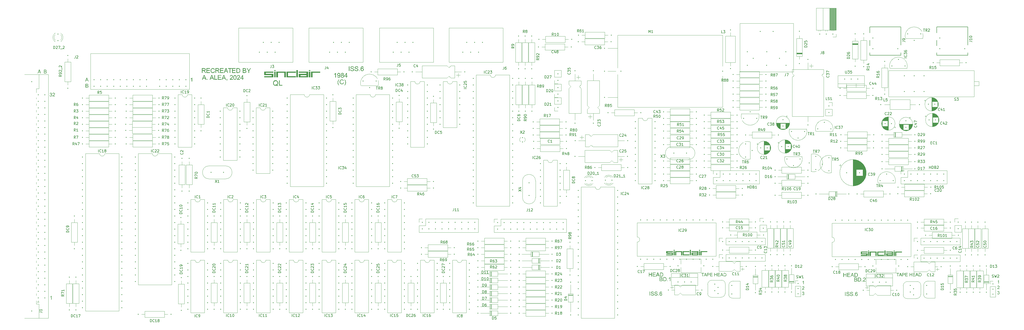
<source format=gto>
%TF.GenerationSoftware,KiCad,Pcbnew,8.0.6+1*%
%TF.CreationDate,2025-01-05T22:59:45+01:00*%
%TF.ProjectId,Issue_6,49737375-655f-4362-9e6b-696361645f70,0*%
%TF.SameCoordinates,Original*%
%TF.FileFunction,Legend,Top*%
%TF.FilePolarity,Positive*%
%FSLAX46Y46*%
G04 Gerber Fmt 4.6, Leading zero omitted, Abs format (unit mm)*
G04 Created by KiCad (PCBNEW 8.0.6+1) date 2025-01-05 22:59:45*
%MOMM*%
%LPD*%
G01*
G04 APERTURE LIST*
%ADD10C,0.000000*%
%ADD11C,0.100000*%
%ADD12C,0.150000*%
%ADD13C,0.120000*%
%ADD14C,0.203200*%
%ADD15C,0.350000*%
G04 APERTURE END LIST*
D10*
G36*
X120483353Y-111389327D02*
G01*
X119922358Y-111389327D01*
X119922358Y-109164860D01*
X120483353Y-109164860D01*
X120483353Y-111389327D01*
G37*
G36*
X360108064Y-178773935D02*
G01*
X359697351Y-178773935D01*
X359697351Y-178482724D01*
X360108064Y-178482724D01*
X360108064Y-178773935D01*
G37*
G36*
X350253859Y-180584533D02*
G01*
X349842463Y-180584533D01*
X349842463Y-178953258D01*
X350253859Y-178953258D01*
X350253859Y-180584533D01*
G37*
G36*
X133920905Y-108920330D02*
G01*
X133360842Y-108920330D01*
X133360842Y-108523223D01*
X133920905Y-108523223D01*
X133920905Y-108920330D01*
G37*
G36*
X119634000Y-109601000D02*
G01*
X116684413Y-109601000D01*
X116684413Y-110016782D01*
X119634000Y-110016782D01*
X119634000Y-111389327D01*
X116045336Y-111389327D01*
X116045336Y-110910841D01*
X118972760Y-110910841D01*
X118972760Y-110490073D01*
X116974684Y-110507623D01*
X116045336Y-110490073D01*
X116045336Y-109164860D01*
X119634000Y-109164860D01*
X119634000Y-109601000D01*
G37*
G36*
X349631000Y-179273094D02*
G01*
X347467970Y-179273094D01*
X347467970Y-179578000D01*
X349631000Y-179578000D01*
X349631000Y-180584533D01*
X346999314Y-180584533D01*
X346999314Y-180233644D01*
X349146091Y-180233644D01*
X349146091Y-179925081D01*
X347680835Y-179937951D01*
X346999314Y-179925081D01*
X346999314Y-178953258D01*
X349631000Y-178953258D01*
X349631000Y-179273094D01*
G37*
G36*
X359459837Y-180584533D02*
G01*
X359008974Y-180584533D01*
X356822365Y-180584533D01*
X356820197Y-180233645D01*
X356818801Y-180007838D01*
X356819487Y-179925088D01*
X357319847Y-179925088D01*
X357319847Y-180233645D01*
X359008974Y-180233645D01*
X359008974Y-179925088D01*
X357319847Y-179925088D01*
X356819487Y-179925088D01*
X356822365Y-179578000D01*
X359008974Y-179578000D01*
X359008974Y-179273094D01*
X356822365Y-179273094D01*
X356822365Y-178953258D01*
X359459837Y-178953258D01*
X359459837Y-180584533D01*
G37*
G36*
X120483353Y-108920330D02*
G01*
X119922358Y-108920330D01*
X119922358Y-108523223D01*
X120483353Y-108523223D01*
X120483353Y-108920330D01*
G37*
G36*
X362900900Y-179273094D02*
G01*
X360727025Y-179273094D01*
X360727025Y-180584533D01*
X360310529Y-180584533D01*
X360310529Y-178953258D01*
X362900900Y-178953258D01*
X362900900Y-179273094D01*
G37*
G36*
X356585193Y-180584533D02*
G01*
X356162911Y-180584533D01*
X356162911Y-178482724D01*
X356585193Y-178482724D01*
X356585193Y-180584533D01*
G37*
G36*
X277814954Y-180381439D02*
G01*
X277398456Y-180381439D01*
X277398456Y-179070000D01*
X275593635Y-179070000D01*
X275593635Y-180381439D01*
X275119291Y-180381439D01*
X275119291Y-178750164D01*
X277814954Y-178750164D01*
X277814954Y-180381439D01*
G37*
G36*
X284797064Y-180381439D02*
G01*
X284386351Y-180381439D01*
X284386351Y-178750164D01*
X284797064Y-178750164D01*
X284797064Y-180381439D01*
G37*
G36*
X274942859Y-180381439D02*
G01*
X274531463Y-180381439D01*
X274531463Y-178750164D01*
X274942859Y-178750164D01*
X274942859Y-180381439D01*
G37*
G36*
X360108064Y-180584533D02*
G01*
X359697351Y-180584533D01*
X359697351Y-178953258D01*
X360108064Y-178953258D01*
X360108064Y-180584533D01*
G37*
G36*
X137729317Y-109601000D02*
G01*
X134764943Y-109601000D01*
X134764943Y-111389327D01*
X134196993Y-111389327D01*
X134196993Y-109164860D01*
X137729317Y-109164860D01*
X137729317Y-109601000D01*
G37*
G36*
X284797064Y-178570841D02*
G01*
X284386351Y-178570841D01*
X284386351Y-178279630D01*
X284797064Y-178279630D01*
X284797064Y-178570841D01*
G37*
G36*
X133036959Y-111389327D02*
G01*
X132422146Y-111389327D01*
X129440406Y-111389327D01*
X129437449Y-110910842D01*
X129435547Y-110602925D01*
X129436482Y-110490083D01*
X130118791Y-110490083D01*
X130118791Y-110910842D01*
X132422146Y-110910842D01*
X132422146Y-110490083D01*
X130118791Y-110490083D01*
X129436482Y-110490083D01*
X129440406Y-110016782D01*
X132422146Y-110016782D01*
X132422146Y-109601000D01*
X129440406Y-109601000D01*
X129440406Y-109164860D01*
X133036959Y-109164860D01*
X133036959Y-111389327D01*
G37*
G36*
X129116989Y-111389327D02*
G01*
X128541151Y-111389327D01*
X128541151Y-108523224D01*
X129116989Y-108523224D01*
X129116989Y-111389327D01*
G37*
G36*
X274320000Y-179070000D02*
G01*
X272156970Y-179070000D01*
X272156970Y-179374906D01*
X274320000Y-179374906D01*
X274320000Y-180381439D01*
X271688314Y-180381439D01*
X271688314Y-180030550D01*
X273835091Y-180030550D01*
X273835091Y-179721987D01*
X272369835Y-179734857D01*
X271688314Y-179721987D01*
X271688314Y-178750164D01*
X274320000Y-178750164D01*
X274320000Y-179070000D01*
G37*
G36*
X133920905Y-111389327D02*
G01*
X133360842Y-111389327D01*
X133360842Y-109164860D01*
X133920905Y-109164860D01*
X133920905Y-111389327D01*
G37*
G36*
X280684156Y-179070000D02*
G01*
X278457053Y-179070000D01*
X278457053Y-180030550D01*
X280684156Y-180030550D01*
X280684143Y-180381425D01*
X278043563Y-180381439D01*
X278043563Y-178750164D01*
X280684156Y-178750164D01*
X280684156Y-179070000D01*
G37*
G36*
X274942859Y-178570841D02*
G01*
X274531463Y-178570841D01*
X274531463Y-178279630D01*
X274942859Y-178279630D01*
X274942859Y-178570841D01*
G37*
D11*
X28835000Y-110230000D02*
X32525000Y-110225000D01*
D10*
G36*
X287589900Y-179070000D02*
G01*
X285416025Y-179070000D01*
X285416025Y-180381439D01*
X284999529Y-180381439D01*
X284999529Y-178750164D01*
X287589900Y-178750164D01*
X287589900Y-179070000D01*
G37*
G36*
X350253859Y-178773935D02*
G01*
X349842463Y-178773935D01*
X349842463Y-178482724D01*
X350253859Y-178482724D01*
X350253859Y-178773935D01*
G37*
G36*
X355995156Y-179273094D02*
G01*
X353768053Y-179273094D01*
X353768053Y-180233644D01*
X355995156Y-180233644D01*
X355995143Y-180584519D01*
X353354563Y-180584533D01*
X353354563Y-178953258D01*
X355995156Y-178953258D01*
X355995156Y-179273094D01*
G37*
D11*
X32525000Y-110225000D02*
X32525000Y-204750000D01*
X28835000Y-204750000D02*
X32525000Y-204750000D01*
D10*
G36*
X284148837Y-180381439D02*
G01*
X283697974Y-180381439D01*
X281511365Y-180381439D01*
X281509197Y-180030551D01*
X281507801Y-179804744D01*
X281508487Y-179721994D01*
X282008847Y-179721994D01*
X282008847Y-180030551D01*
X283697974Y-180030551D01*
X283697974Y-179721994D01*
X282008847Y-179721994D01*
X281508487Y-179721994D01*
X281511365Y-179374906D01*
X283697974Y-179374906D01*
X283697974Y-179070000D01*
X281511365Y-179070000D01*
X281511365Y-178750164D01*
X284148837Y-178750164D01*
X284148837Y-180381439D01*
G37*
G36*
X353125954Y-180584533D02*
G01*
X352709456Y-180584533D01*
X352709456Y-179273094D01*
X350904635Y-179273094D01*
X350904635Y-180584533D01*
X350430291Y-180584533D01*
X350430291Y-178953258D01*
X353125954Y-178953258D01*
X353125954Y-180584533D01*
G37*
G36*
X281274193Y-180381439D02*
G01*
X280851911Y-180381439D01*
X280851911Y-178279630D01*
X281274193Y-178279630D01*
X281274193Y-180381439D01*
G37*
G36*
X128312394Y-109601000D02*
G01*
X125275435Y-109601000D01*
X125275435Y-110910841D01*
X128312394Y-110910841D01*
X128312376Y-111389308D01*
X124711585Y-111389327D01*
X124711585Y-109164860D01*
X128312394Y-109164860D01*
X128312394Y-109601000D01*
G37*
G36*
X124399846Y-111389327D02*
G01*
X123831894Y-111389327D01*
X123831894Y-109601000D01*
X121370775Y-109601000D01*
X121370775Y-111389327D01*
X120723942Y-111389327D01*
X120723942Y-109164860D01*
X124399846Y-109164860D01*
X124399846Y-111389327D01*
G37*
D11*
G36*
X285697818Y-188509500D02*
G01*
X285697818Y-187395752D01*
X285283215Y-187395752D01*
X285283215Y-187239437D01*
X286280948Y-187239437D01*
X286280948Y-187395752D01*
X285864513Y-187395752D01*
X285864513Y-188509500D01*
X285697818Y-188509500D01*
G37*
G36*
X287421256Y-188509500D02*
G01*
X287231663Y-188509500D01*
X287084812Y-188118711D01*
X286558468Y-188118711D01*
X286420166Y-188509500D01*
X286243395Y-188509500D01*
X286451584Y-187962396D01*
X286606401Y-187962396D01*
X287033215Y-187962396D01*
X286901935Y-187642743D01*
X286877097Y-187576557D01*
X286855210Y-187517178D01*
X286833811Y-187457654D01*
X286812481Y-187395752D01*
X286797492Y-187455397D01*
X286779315Y-187517554D01*
X286757950Y-187582222D01*
X286744704Y-187619234D01*
X286606401Y-187962396D01*
X286451584Y-187962396D01*
X286726691Y-187239437D01*
X286906209Y-187239437D01*
X287421256Y-188509500D01*
G37*
G36*
X288023730Y-187240403D02*
G01*
X288085852Y-187243742D01*
X288149405Y-187251649D01*
X288209642Y-187265918D01*
X288267209Y-187289138D01*
X288304805Y-187311794D01*
X288351824Y-187353607D01*
X288390680Y-187407110D01*
X288405860Y-187435747D01*
X288429116Y-187497700D01*
X288441004Y-187558337D01*
X288444023Y-187610686D01*
X288439129Y-187680003D01*
X288424447Y-187744498D01*
X288399976Y-187804173D01*
X288365718Y-187859026D01*
X288341747Y-187888207D01*
X288289230Y-187932341D01*
X288231635Y-187961543D01*
X288162427Y-187982781D01*
X288095882Y-187994395D01*
X288021272Y-188000479D01*
X287972635Y-188001474D01*
X287649623Y-188001474D01*
X287649623Y-188509500D01*
X287482928Y-188509500D01*
X287482928Y-187845159D01*
X287649623Y-187845159D01*
X287975077Y-187845159D01*
X288041251Y-187842296D01*
X288105894Y-187832011D01*
X288164613Y-187811499D01*
X288204360Y-187785319D01*
X288245662Y-187733342D01*
X288266776Y-187673626D01*
X288272137Y-187616181D01*
X288264482Y-187551583D01*
X288239290Y-187491969D01*
X288232143Y-187481237D01*
X288189147Y-187436958D01*
X288131158Y-187408211D01*
X288127118Y-187407048D01*
X288062277Y-187398234D01*
X287998924Y-187395929D01*
X287971719Y-187395752D01*
X287649623Y-187395752D01*
X287649623Y-187845159D01*
X287482928Y-187845159D01*
X287482928Y-187239437D01*
X287957980Y-187239437D01*
X288023730Y-187240403D01*
G37*
G36*
X288652851Y-188509500D02*
G01*
X288652851Y-187239437D01*
X289562961Y-187239437D01*
X289562961Y-187395752D01*
X288819241Y-187395752D01*
X288819241Y-187767001D01*
X289515639Y-187767001D01*
X289515639Y-187923317D01*
X288819241Y-187923317D01*
X288819241Y-188353184D01*
X289592270Y-188353184D01*
X289592270Y-188509500D01*
X288652851Y-188509500D01*
G37*
G36*
X290306680Y-188509500D02*
G01*
X290306680Y-187239437D01*
X290473376Y-187239437D01*
X290473376Y-187747462D01*
X291127642Y-187747462D01*
X291127642Y-187239437D01*
X291294337Y-187239437D01*
X291294337Y-188509500D01*
X291127642Y-188509500D01*
X291127642Y-187903777D01*
X290473376Y-187903777D01*
X290473376Y-188509500D01*
X290306680Y-188509500D01*
G37*
G36*
X291567889Y-188509500D02*
G01*
X291567889Y-187239437D01*
X292477999Y-187239437D01*
X292477999Y-187395752D01*
X291734280Y-187395752D01*
X291734280Y-187767001D01*
X292430677Y-187767001D01*
X292430677Y-187923317D01*
X291734280Y-187923317D01*
X291734280Y-188353184D01*
X292507308Y-188353184D01*
X292507308Y-188509500D01*
X291567889Y-188509500D01*
G37*
G36*
X293770349Y-188509500D02*
G01*
X293580756Y-188509500D01*
X293433905Y-188118711D01*
X292907561Y-188118711D01*
X292769259Y-188509500D01*
X292592488Y-188509500D01*
X292800677Y-187962396D01*
X292955494Y-187962396D01*
X293382308Y-187962396D01*
X293251028Y-187642743D01*
X293226190Y-187576557D01*
X293204303Y-187517178D01*
X293182903Y-187457654D01*
X293161574Y-187395752D01*
X293146585Y-187455397D01*
X293128408Y-187517554D01*
X293107043Y-187582222D01*
X293093796Y-187619234D01*
X292955494Y-187962396D01*
X292800677Y-187962396D01*
X293075784Y-187239437D01*
X293255302Y-187239437D01*
X293770349Y-188509500D01*
G37*
G36*
X294399370Y-187240582D02*
G01*
X294466746Y-187244607D01*
X294528748Y-187252478D01*
X294554674Y-187257755D01*
X294619122Y-187277397D01*
X294677368Y-187305029D01*
X294729413Y-187340652D01*
X294739077Y-187348735D01*
X294785827Y-187394130D01*
X294826241Y-187445440D01*
X294860321Y-187502666D01*
X294888065Y-187565806D01*
X294907337Y-187625320D01*
X294921875Y-187688457D01*
X294931680Y-187755217D01*
X294936752Y-187825600D01*
X294937525Y-187867446D01*
X294935918Y-187929181D01*
X294930145Y-187995870D01*
X294920175Y-188058439D01*
X294903941Y-188123901D01*
X294883701Y-188183713D01*
X294857643Y-188243032D01*
X294824640Y-188299606D01*
X294818151Y-188308915D01*
X294777393Y-188359491D01*
X294730138Y-188404397D01*
X294703357Y-188424320D01*
X294648668Y-188454978D01*
X294590493Y-188477375D01*
X294553147Y-188487823D01*
X294489595Y-188500164D01*
X294426435Y-188506938D01*
X294365207Y-188509415D01*
X294351036Y-188509500D01*
X293896745Y-188509500D01*
X293896745Y-188353184D01*
X294063441Y-188353184D01*
X294332108Y-188353184D01*
X294397924Y-188351373D01*
X294461084Y-188345112D01*
X294523023Y-188331695D01*
X294527502Y-188330286D01*
X294583985Y-188306419D01*
X294635086Y-188270412D01*
X294640464Y-188265257D01*
X294681194Y-188215168D01*
X294712042Y-188159296D01*
X294732666Y-188106499D01*
X294748753Y-188047157D01*
X294759574Y-187981101D01*
X294764774Y-187916749D01*
X294765944Y-187865004D01*
X294763658Y-187794482D01*
X294756799Y-187730379D01*
X294743019Y-187663705D01*
X294723014Y-187605766D01*
X294700914Y-187563058D01*
X294662285Y-187509145D01*
X294614152Y-187462157D01*
X294560533Y-187428764D01*
X294543378Y-187421398D01*
X294481725Y-187405770D01*
X294420385Y-187398782D01*
X294354992Y-187395978D01*
X294327833Y-187395752D01*
X294063441Y-187395752D01*
X294063441Y-188353184D01*
X293896745Y-188353184D01*
X293896745Y-187239437D01*
X294330276Y-187239437D01*
X294399370Y-187240582D01*
G37*
G36*
X340937737Y-196087000D02*
G01*
X340937737Y-194562924D01*
X341137772Y-194562924D01*
X341137772Y-196087000D01*
X340937737Y-196087000D01*
G37*
G36*
X341419140Y-195571159D02*
G01*
X341607451Y-195571159D01*
X341620926Y-195644938D01*
X341645106Y-195714465D01*
X341669733Y-195759103D01*
X341718509Y-195814042D01*
X341779311Y-195856598D01*
X341821774Y-195877806D01*
X341895625Y-195903461D01*
X341968096Y-195917544D01*
X342045648Y-195922824D01*
X342053683Y-195922868D01*
X342129108Y-195918842D01*
X342204181Y-195905267D01*
X342255549Y-195888796D01*
X342323790Y-195853824D01*
X342380485Y-195802007D01*
X342385975Y-195794641D01*
X342419421Y-195728424D01*
X342428840Y-195666047D01*
X342415741Y-195593713D01*
X342387441Y-195545147D01*
X342328644Y-195494421D01*
X342257397Y-195459479D01*
X342251519Y-195457219D01*
X342177799Y-195433875D01*
X342098285Y-195412685D01*
X342020331Y-195393358D01*
X341982608Y-195384313D01*
X341908952Y-195365809D01*
X341834089Y-195344676D01*
X341763129Y-195321126D01*
X341690982Y-195289791D01*
X341623172Y-195247295D01*
X341568350Y-195198392D01*
X341529782Y-195148374D01*
X341497410Y-195082017D01*
X341479979Y-195009889D01*
X341476659Y-194958598D01*
X341484321Y-194881284D01*
X341507309Y-194807520D01*
X341541505Y-194743542D01*
X341587866Y-194685560D01*
X341645891Y-194637096D01*
X341715579Y-194598148D01*
X341730916Y-194591501D01*
X341803363Y-194566352D01*
X341880156Y-194549434D01*
X341961297Y-194540747D01*
X342008254Y-194539477D01*
X342089838Y-194542820D01*
X342166431Y-194552849D01*
X342238033Y-194569564D01*
X342304642Y-194592966D01*
X342372075Y-194627024D01*
X342435989Y-194674179D01*
X342488310Y-194731137D01*
X342501746Y-194750136D01*
X342538762Y-194817620D01*
X342563255Y-194890471D01*
X342575227Y-194968688D01*
X342576118Y-194984976D01*
X342384510Y-194984976D01*
X342367665Y-194911374D01*
X342332442Y-194844461D01*
X342279729Y-194792268D01*
X342208480Y-194755140D01*
X342135245Y-194736226D01*
X342058858Y-194728074D01*
X342016680Y-194727055D01*
X341942037Y-194730211D01*
X341868238Y-194741545D01*
X341793248Y-194767305D01*
X341752165Y-194793001D01*
X341698556Y-194850819D01*
X341671388Y-194923227D01*
X341669367Y-194951637D01*
X341684021Y-195025184D01*
X341727985Y-195084627D01*
X341797520Y-195124005D01*
X341872899Y-195150658D01*
X341944671Y-195170858D01*
X342029503Y-195191239D01*
X342101908Y-195207976D01*
X342178947Y-195227210D01*
X342255250Y-195248478D01*
X342331870Y-195273967D01*
X342363993Y-195287226D01*
X342432705Y-195324015D01*
X342496203Y-195370941D01*
X342550431Y-195429915D01*
X342558533Y-195441466D01*
X342594409Y-195509071D01*
X342615394Y-195583429D01*
X342621547Y-195656888D01*
X342614785Y-195731091D01*
X342594499Y-195802575D01*
X342560689Y-195871340D01*
X342552304Y-195884766D01*
X342503353Y-195946977D01*
X342442596Y-195999885D01*
X342377819Y-196039549D01*
X342354101Y-196051096D01*
X342278805Y-196079786D01*
X342207593Y-196097406D01*
X342132351Y-196107607D01*
X342063208Y-196110447D01*
X341988616Y-196108231D01*
X341907517Y-196100047D01*
X341832799Y-196085832D01*
X341755222Y-196062201D01*
X341719558Y-196047432D01*
X341654025Y-196011941D01*
X341589168Y-195962488D01*
X341533700Y-195902950D01*
X341501938Y-195857655D01*
X341467225Y-195792214D01*
X341441854Y-195722650D01*
X341425826Y-195648965D01*
X341419140Y-195571159D01*
G37*
G36*
X342818651Y-195571159D02*
G01*
X343006963Y-195571159D01*
X343020438Y-195644938D01*
X343044618Y-195714465D01*
X343069244Y-195759103D01*
X343118021Y-195814042D01*
X343178823Y-195856598D01*
X343221286Y-195877806D01*
X343295136Y-195903461D01*
X343367608Y-195917544D01*
X343445160Y-195922824D01*
X343453194Y-195922868D01*
X343528619Y-195918842D01*
X343603692Y-195905267D01*
X343655061Y-195888796D01*
X343723302Y-195853824D01*
X343779997Y-195802007D01*
X343785487Y-195794641D01*
X343818933Y-195728424D01*
X343828351Y-195666047D01*
X343815252Y-195593713D01*
X343786952Y-195545147D01*
X343728155Y-195494421D01*
X343656909Y-195459479D01*
X343651031Y-195457219D01*
X343577311Y-195433875D01*
X343497796Y-195412685D01*
X343419843Y-195393358D01*
X343382120Y-195384313D01*
X343308463Y-195365809D01*
X343233600Y-195344676D01*
X343162640Y-195321126D01*
X343090494Y-195289791D01*
X343022684Y-195247295D01*
X342967862Y-195198392D01*
X342929293Y-195148374D01*
X342896922Y-195082017D01*
X342879491Y-195009889D01*
X342876170Y-194958598D01*
X342883833Y-194881284D01*
X342906821Y-194807520D01*
X342941017Y-194743542D01*
X342987378Y-194685560D01*
X343045402Y-194637096D01*
X343115090Y-194598148D01*
X343130427Y-194591501D01*
X343202874Y-194566352D01*
X343279668Y-194549434D01*
X343360809Y-194540747D01*
X343407765Y-194539477D01*
X343489350Y-194542820D01*
X343565943Y-194552849D01*
X343637544Y-194569564D01*
X343704154Y-194592966D01*
X343771587Y-194627024D01*
X343835500Y-194674179D01*
X343887822Y-194731137D01*
X343901258Y-194750136D01*
X343938273Y-194817620D01*
X343962767Y-194890471D01*
X343974738Y-194968688D01*
X343975630Y-194984976D01*
X343784021Y-194984976D01*
X343767177Y-194911374D01*
X343731954Y-194844461D01*
X343679241Y-194792268D01*
X343607992Y-194755140D01*
X343534756Y-194736226D01*
X343458369Y-194728074D01*
X343416191Y-194727055D01*
X343341549Y-194730211D01*
X343267749Y-194741545D01*
X343192759Y-194767305D01*
X343151676Y-194793001D01*
X343098068Y-194850819D01*
X343070900Y-194923227D01*
X343068878Y-194951637D01*
X343083533Y-195025184D01*
X343127496Y-195084627D01*
X343197031Y-195124005D01*
X343272411Y-195150658D01*
X343344182Y-195170858D01*
X343429014Y-195191239D01*
X343501419Y-195207976D01*
X343578459Y-195227210D01*
X343654762Y-195248478D01*
X343731382Y-195273967D01*
X343763505Y-195287226D01*
X343832216Y-195324015D01*
X343895715Y-195370941D01*
X343949943Y-195429915D01*
X343958044Y-195441466D01*
X343993921Y-195509071D01*
X344014905Y-195583429D01*
X344021059Y-195656888D01*
X344014297Y-195731091D01*
X343994011Y-195802575D01*
X343960201Y-195871340D01*
X343951816Y-195884766D01*
X343902865Y-195946977D01*
X343842107Y-195999885D01*
X343777330Y-196039549D01*
X343753613Y-196051096D01*
X343678316Y-196079786D01*
X343607104Y-196097406D01*
X343531862Y-196107607D01*
X343462720Y-196110447D01*
X343388127Y-196108231D01*
X343307028Y-196100047D01*
X343232311Y-196085832D01*
X343154733Y-196062201D01*
X343119070Y-196047432D01*
X343053537Y-196011941D01*
X342988679Y-195962488D01*
X342933212Y-195902950D01*
X342901450Y-195857655D01*
X342866737Y-195792214D01*
X342841366Y-195722650D01*
X342825337Y-195648965D01*
X342818651Y-195571159D01*
G37*
G36*
X344314883Y-196087000D02*
G01*
X344314883Y-195899421D01*
X344526275Y-195899421D01*
X344526275Y-196087000D01*
X344314883Y-196087000D01*
G37*
G36*
X345402836Y-194567991D02*
G01*
X345480900Y-194586189D01*
X345550858Y-194617622D01*
X345612711Y-194662289D01*
X345619872Y-194668803D01*
X345671141Y-194726803D01*
X345711006Y-194794924D01*
X345739468Y-194873166D01*
X345755018Y-194949930D01*
X345756526Y-194961528D01*
X345572245Y-194984976D01*
X345550727Y-194912487D01*
X345515860Y-194845205D01*
X345502270Y-194828538D01*
X345440772Y-194780985D01*
X345369485Y-194755380D01*
X345316523Y-194750503D01*
X345243083Y-194759198D01*
X345173579Y-194787813D01*
X345160818Y-194795932D01*
X345100351Y-194847246D01*
X345054065Y-194907680D01*
X345022699Y-194966658D01*
X344998262Y-195038615D01*
X344982915Y-195117515D01*
X344974407Y-195198085D01*
X344970771Y-195275713D01*
X344970309Y-195303346D01*
X345015110Y-195244614D01*
X345071085Y-195191909D01*
X345134073Y-195151672D01*
X345201859Y-195123513D01*
X345278178Y-195106125D01*
X345337039Y-195102212D01*
X345415514Y-195108769D01*
X345488728Y-195128439D01*
X345556684Y-195161222D01*
X345619380Y-195207118D01*
X345652845Y-195239233D01*
X345703665Y-195302858D01*
X345742003Y-195374162D01*
X345767859Y-195453145D01*
X345780087Y-195526956D01*
X345783271Y-195592774D01*
X345778402Y-195671374D01*
X345763796Y-195746845D01*
X345739453Y-195819185D01*
X345721722Y-195858022D01*
X345683655Y-195922332D01*
X345632793Y-195983182D01*
X345572916Y-196032871D01*
X345553194Y-196045600D01*
X345483506Y-196079797D01*
X345408165Y-196101328D01*
X345327172Y-196110194D01*
X345310295Y-196110447D01*
X345226455Y-196104432D01*
X345148591Y-196086387D01*
X345076703Y-196056312D01*
X345010792Y-196014207D01*
X344950857Y-195960073D01*
X344932207Y-195939355D01*
X344882529Y-195867403D01*
X344848982Y-195795538D01*
X344822572Y-195712850D01*
X344806584Y-195638907D01*
X344799655Y-195589843D01*
X344999251Y-195589843D01*
X345007035Y-195665377D01*
X345030387Y-195738106D01*
X345039918Y-195758371D01*
X345081742Y-195821282D01*
X345140405Y-195872502D01*
X345153857Y-195880736D01*
X345224080Y-195910978D01*
X345297362Y-195922704D01*
X345307364Y-195922868D01*
X345384276Y-195912608D01*
X345453310Y-195881828D01*
X345509230Y-195836040D01*
X345553860Y-195775461D01*
X345581960Y-195702718D01*
X345593117Y-195626848D01*
X345593861Y-195599369D01*
X345587253Y-195523219D01*
X345564413Y-195449960D01*
X345520445Y-195383178D01*
X345510330Y-195372589D01*
X345447794Y-195325449D01*
X345375041Y-195297877D01*
X345300036Y-195289791D01*
X345225218Y-195297877D01*
X345151513Y-195325449D01*
X345086812Y-195372589D01*
X345036961Y-195435617D01*
X345007802Y-195510853D01*
X344999251Y-195589843D01*
X344799655Y-195589843D01*
X344795164Y-195558038D01*
X344788311Y-195470242D01*
X344786027Y-195375520D01*
X344787451Y-195295263D01*
X344791720Y-195219217D01*
X344801841Y-195124375D01*
X344817022Y-195037020D01*
X344837264Y-194957152D01*
X344862566Y-194884772D01*
X344901310Y-194804827D01*
X344947960Y-194736581D01*
X345004293Y-194677565D01*
X345067504Y-194630759D01*
X345137593Y-194596163D01*
X345214559Y-194573778D01*
X345298404Y-194563602D01*
X345327880Y-194562924D01*
X345402836Y-194567991D01*
G37*
G36*
X88158803Y-112937000D02*
G01*
X87985781Y-112937000D01*
X87985781Y-111828430D01*
X87933368Y-111873358D01*
X87875692Y-111914626D01*
X87821650Y-111948451D01*
X87760214Y-111982946D01*
X87697340Y-112014179D01*
X87639396Y-112038381D01*
X87639396Y-111870147D01*
X87701225Y-111838703D01*
X87767598Y-111799401D01*
X87829399Y-111756509D01*
X87886625Y-111710027D01*
X87893457Y-111703964D01*
X87943851Y-111655451D01*
X87991040Y-111601794D01*
X88031672Y-111543317D01*
X88047330Y-111514529D01*
X88158803Y-111514529D01*
X88158803Y-112937000D01*
G37*
G36*
X33007749Y-118389969D02*
G01*
X33180771Y-118368085D01*
X33200804Y-118434367D01*
X33234252Y-118500025D01*
X33281985Y-118552390D01*
X33345464Y-118588920D01*
X33413176Y-118606111D01*
X33456716Y-118608810D01*
X33529485Y-118600930D01*
X33594774Y-118577288D01*
X33652584Y-118537885D01*
X33663248Y-118528113D01*
X33707607Y-118473689D01*
X33737426Y-118405107D01*
X33747283Y-118334836D01*
X33747365Y-118327394D01*
X33738153Y-118253603D01*
X33710516Y-118189267D01*
X33669403Y-118138985D01*
X33610794Y-118096545D01*
X33542164Y-118071722D01*
X33471078Y-118064442D01*
X33400472Y-118071922D01*
X33349005Y-118083591D01*
X33368496Y-117908517D01*
X33396193Y-117910227D01*
X33469539Y-117904328D01*
X33537713Y-117886630D01*
X33595202Y-117860304D01*
X33649170Y-117815007D01*
X33679526Y-117748789D01*
X33683764Y-117705747D01*
X33669564Y-117634480D01*
X33626964Y-117575836D01*
X33619138Y-117568971D01*
X33555689Y-117531805D01*
X33483880Y-117515930D01*
X33452955Y-117514602D01*
X33382013Y-117522296D01*
X33315795Y-117547995D01*
X33284720Y-117569313D01*
X33237946Y-117622794D01*
X33208894Y-117688190D01*
X33198210Y-117733444D01*
X33025188Y-117711560D01*
X33042962Y-117637880D01*
X33068459Y-117571825D01*
X33107056Y-117505671D01*
X33155740Y-117449475D01*
X33169487Y-117436982D01*
X33229155Y-117394346D01*
X33295662Y-117363892D01*
X33369009Y-117345620D01*
X33438796Y-117339624D01*
X33449193Y-117339529D01*
X33519445Y-117344238D01*
X33592633Y-117360293D01*
X33661538Y-117387743D01*
X33722888Y-117424857D01*
X33777465Y-117474929D01*
X33809940Y-117519048D01*
X33841404Y-117582809D01*
X33858346Y-117649455D01*
X33861573Y-117695489D01*
X33853503Y-117764850D01*
X33829293Y-117829019D01*
X33812676Y-117856884D01*
X33765102Y-117911152D01*
X33707264Y-117952529D01*
X33667351Y-117972802D01*
X33733312Y-117994567D01*
X33796197Y-118030550D01*
X33848129Y-118078956D01*
X33861573Y-118095900D01*
X33898178Y-118158852D01*
X33921226Y-118231020D01*
X33930377Y-118303851D01*
X33930987Y-118329787D01*
X33926251Y-118399038D01*
X33908752Y-118474665D01*
X33878360Y-118544729D01*
X33835075Y-118609229D01*
X33796263Y-118651895D01*
X33743357Y-118696750D01*
X33675282Y-118737352D01*
X33611489Y-118762100D01*
X33542671Y-118777568D01*
X33468828Y-118783755D01*
X33456032Y-118783884D01*
X33377811Y-118778631D01*
X33305611Y-118762874D01*
X33239432Y-118736613D01*
X33179275Y-118699847D01*
X33147602Y-118674121D01*
X33099069Y-118623007D01*
X33060583Y-118565709D01*
X33032143Y-118502225D01*
X33013749Y-118432556D01*
X33007749Y-118389969D01*
G37*
G36*
X35006730Y-118586926D02*
G01*
X35006730Y-118762000D01*
X34074602Y-118762000D01*
X34080144Y-118691963D01*
X34094776Y-118639585D01*
X34124276Y-118573380D01*
X34159859Y-118513754D01*
X34203790Y-118454662D01*
X34208642Y-118448782D01*
X34258371Y-118393941D01*
X34311794Y-118341924D01*
X34365657Y-118293884D01*
X34426162Y-118243488D01*
X34435348Y-118236096D01*
X34490465Y-118191179D01*
X34552809Y-118138534D01*
X34607873Y-118089779D01*
X34664341Y-118036408D01*
X34716972Y-117981223D01*
X34745830Y-117946473D01*
X34785004Y-117888178D01*
X34813495Y-117825627D01*
X34826791Y-117753652D01*
X34826870Y-117747806D01*
X34816531Y-117678531D01*
X34781998Y-117613250D01*
X34753353Y-117582307D01*
X34691868Y-117541049D01*
X34624354Y-117519958D01*
X34561182Y-117514602D01*
X34488019Y-117520847D01*
X34418725Y-117542140D01*
X34361147Y-117578545D01*
X34315370Y-117633378D01*
X34290366Y-117701964D01*
X34285237Y-117755328D01*
X34107428Y-117733444D01*
X34117782Y-117664590D01*
X34138857Y-117592373D01*
X34169618Y-117528894D01*
X34216635Y-117467046D01*
X34244888Y-117440401D01*
X34301008Y-117401097D01*
X34364950Y-117371446D01*
X34436713Y-117351449D01*
X34504449Y-117341992D01*
X34565286Y-117339529D01*
X34638355Y-117343544D01*
X34716098Y-117358378D01*
X34785757Y-117384142D01*
X34847333Y-117420835D01*
X34886367Y-117453737D01*
X34932467Y-117506171D01*
X34971288Y-117572508D01*
X34995320Y-117645683D01*
X35004216Y-117715321D01*
X35004678Y-117736180D01*
X34998979Y-117805462D01*
X34981879Y-117873842D01*
X34970143Y-117905098D01*
X34937797Y-117968410D01*
X34896826Y-118028643D01*
X34855251Y-118079487D01*
X34801666Y-118135876D01*
X34748394Y-118186429D01*
X34694659Y-118234422D01*
X34633471Y-118286719D01*
X34588538Y-118323974D01*
X34533985Y-118368674D01*
X34480246Y-118413560D01*
X34426829Y-118459779D01*
X34388161Y-118495970D01*
X34341204Y-118549810D01*
X34315327Y-118586926D01*
X35006730Y-118586926D01*
G37*
G36*
X48091468Y-112960000D02*
G01*
X47879124Y-112960000D01*
X47714651Y-112522316D01*
X47125146Y-112522316D01*
X46970247Y-112960000D01*
X46772264Y-112960000D01*
X47005436Y-112347243D01*
X47178831Y-112347243D01*
X47656863Y-112347243D01*
X47509829Y-111989232D01*
X47482010Y-111915103D01*
X47457497Y-111848600D01*
X47433529Y-111781932D01*
X47409640Y-111712602D01*
X47392852Y-111779405D01*
X47372494Y-111849020D01*
X47348566Y-111921449D01*
X47333729Y-111962903D01*
X47178831Y-112347243D01*
X47005436Y-112347243D01*
X47313555Y-111537529D01*
X47514616Y-111537529D01*
X48091468Y-112960000D01*
G37*
G36*
X47525130Y-113892201D02*
G01*
X47593946Y-113900215D01*
X47661758Y-113915617D01*
X47707470Y-113932272D01*
X47769653Y-113966877D01*
X47821735Y-114012391D01*
X47860317Y-114063235D01*
X47891855Y-114125091D01*
X47911330Y-114194783D01*
X47915711Y-114248566D01*
X47907585Y-114319885D01*
X47883206Y-114387705D01*
X47866472Y-114417826D01*
X47822730Y-114473044D01*
X47764852Y-114519703D01*
X47718412Y-114546054D01*
X47785668Y-114571870D01*
X47849421Y-114610578D01*
X47901621Y-114659839D01*
X47915027Y-114676675D01*
X47951272Y-114737616D01*
X47974092Y-114805036D01*
X47983489Y-114878934D01*
X47983757Y-114894491D01*
X47977843Y-114968430D01*
X47960099Y-115038426D01*
X47941699Y-115082900D01*
X47907622Y-115142461D01*
X47860817Y-115197850D01*
X47838433Y-115216940D01*
X47778621Y-115253611D01*
X47712416Y-115279926D01*
X47684218Y-115288064D01*
X47615540Y-115301691D01*
X47544481Y-115309171D01*
X47473504Y-115311906D01*
X47456828Y-115312000D01*
X46919298Y-115312000D01*
X46919298Y-115136926D01*
X47105997Y-115136926D01*
X47456828Y-115136926D01*
X47525709Y-115135617D01*
X47583688Y-115130087D01*
X47652837Y-115111263D01*
X47691399Y-115092132D01*
X47743675Y-115043675D01*
X47762522Y-115014170D01*
X47785934Y-114948002D01*
X47790561Y-114896200D01*
X47781696Y-114827298D01*
X47752695Y-114763740D01*
X47750212Y-114760108D01*
X47701999Y-114710954D01*
X47638056Y-114679069D01*
X47569550Y-114663792D01*
X47495275Y-114656949D01*
X47431866Y-114655475D01*
X47105997Y-114655475D01*
X47105997Y-115136926D01*
X46919298Y-115136926D01*
X46919298Y-114480401D01*
X47105997Y-114480401D01*
X47411008Y-114480401D01*
X47481560Y-114478832D01*
X47552909Y-114472099D01*
X47588817Y-114464330D01*
X47654445Y-114434811D01*
X47695844Y-114395942D01*
X47725822Y-114330536D01*
X47731748Y-114275921D01*
X47722194Y-114207625D01*
X47697896Y-114155217D01*
X47647856Y-114105069D01*
X47601810Y-114084093D01*
X47530209Y-114070769D01*
X47458067Y-114065821D01*
X47387756Y-114064602D01*
X47105997Y-114064602D01*
X47105997Y-114480401D01*
X46919298Y-114480401D01*
X46919298Y-113889529D01*
X47448279Y-113889529D01*
X47525130Y-113892201D01*
G37*
G36*
X144908321Y-114498012D02*
G01*
X144852827Y-114425579D01*
X144800069Y-114349413D01*
X144750046Y-114269515D01*
X144702758Y-114185885D01*
X144658206Y-114098524D01*
X144616389Y-114007430D01*
X144600428Y-113969948D01*
X144564272Y-113874840D01*
X144534245Y-113778693D01*
X144510346Y-113681508D01*
X144492574Y-113583283D01*
X144480931Y-113484020D01*
X144475416Y-113383717D01*
X144474926Y-113343305D01*
X144477216Y-113254603D01*
X144484086Y-113167089D01*
X144495536Y-113080762D01*
X144515322Y-112978737D01*
X144541704Y-112878422D01*
X144568727Y-112796133D01*
X144605987Y-112701326D01*
X144649099Y-112606626D01*
X144698064Y-112512031D01*
X144741450Y-112436432D01*
X144788581Y-112360901D01*
X144839458Y-112285437D01*
X144894080Y-112210041D01*
X144908321Y-112191203D01*
X145065959Y-112191203D01*
X145014101Y-112279818D01*
X144969267Y-112358388D01*
X144925836Y-112437356D01*
X144884043Y-112518794D01*
X144870540Y-112547734D01*
X144835202Y-112631384D01*
X144803880Y-112716879D01*
X144776576Y-112804221D01*
X144753289Y-112893408D01*
X144732814Y-112991737D01*
X144717369Y-113090273D01*
X144706952Y-113189018D01*
X144701564Y-113287970D01*
X144700743Y-113344608D01*
X144703953Y-113452813D01*
X144713582Y-113561003D01*
X144729632Y-113669178D01*
X144752101Y-113777338D01*
X144780990Y-113885482D01*
X144816299Y-113993612D01*
X144858028Y-114101725D01*
X144906177Y-114209824D01*
X144960745Y-114317907D01*
X145021733Y-114425975D01*
X145065959Y-114498012D01*
X144908321Y-114498012D01*
G37*
G36*
X146622360Y-113356767D02*
G01*
X146859468Y-113415393D01*
X146833221Y-113504907D01*
X146801165Y-113587529D01*
X146755028Y-113677580D01*
X146700524Y-113757706D01*
X146637654Y-113827909D01*
X146591093Y-113869198D01*
X146515587Y-113922328D01*
X146434005Y-113964465D01*
X146346346Y-113995610D01*
X146252611Y-114015762D01*
X146152800Y-114024923D01*
X146118180Y-114025533D01*
X146030303Y-114022639D01*
X145931820Y-114011525D01*
X145840940Y-113992074D01*
X145757663Y-113964288D01*
X145670116Y-113921336D01*
X145647004Y-113906979D01*
X145571913Y-113850042D01*
X145505093Y-113782963D01*
X145446543Y-113705744D01*
X145396264Y-113618384D01*
X145371246Y-113563911D01*
X145339073Y-113478395D01*
X145313557Y-113390558D01*
X145294697Y-113300401D01*
X145282493Y-113207923D01*
X145276946Y-113113125D01*
X145276577Y-113081010D01*
X145280332Y-112978018D01*
X145291599Y-112880095D01*
X145310378Y-112787240D01*
X145336668Y-112699455D01*
X145370469Y-112616738D01*
X145383405Y-112590292D01*
X145434465Y-112503537D01*
X145494170Y-112426425D01*
X145562519Y-112358955D01*
X145639512Y-112301126D01*
X145687390Y-112272410D01*
X145775706Y-112229939D01*
X145867762Y-112197899D01*
X145963559Y-112176290D01*
X146063096Y-112165113D01*
X146121654Y-112163410D01*
X146219450Y-112168342D01*
X146311230Y-112183135D01*
X146396996Y-112207792D01*
X146476746Y-112242311D01*
X146562185Y-112295048D01*
X146573722Y-112303677D01*
X146648579Y-112370510D01*
X146712795Y-112448272D01*
X146759370Y-112523625D01*
X146798128Y-112607009D01*
X146829070Y-112698423D01*
X146595436Y-112752272D01*
X146560857Y-112663031D01*
X146513522Y-112578207D01*
X146457255Y-112509871D01*
X146414782Y-112473475D01*
X146334748Y-112427215D01*
X146242841Y-112398089D01*
X146149971Y-112386524D01*
X146116877Y-112385753D01*
X146029704Y-112390408D01*
X145938068Y-112407127D01*
X145854954Y-112436006D01*
X145771637Y-112483028D01*
X145700206Y-112542757D01*
X145641760Y-112612997D01*
X145596299Y-112693749D01*
X145576653Y-112743152D01*
X145549573Y-112835824D01*
X145531355Y-112930144D01*
X145522000Y-113026113D01*
X145520633Y-113080141D01*
X145523812Y-113175285D01*
X145533350Y-113265026D01*
X145552037Y-113360971D01*
X145579029Y-113449859D01*
X145587075Y-113470979D01*
X145625100Y-113549282D01*
X145678844Y-113624720D01*
X145744199Y-113686762D01*
X145794219Y-113720680D01*
X145874974Y-113760565D01*
X145959439Y-113787397D01*
X146047614Y-113801176D01*
X146098204Y-113803190D01*
X146194013Y-113796161D01*
X146282114Y-113775072D01*
X146362507Y-113739924D01*
X146435192Y-113690716D01*
X146498676Y-113627666D01*
X146551032Y-113550992D01*
X146592260Y-113460692D01*
X146619206Y-113370503D01*
X146622360Y-113356767D01*
G37*
G36*
X147257254Y-114498012D02*
G01*
X147099616Y-114498012D01*
X147164884Y-114389954D01*
X147223732Y-114281881D01*
X147276161Y-114173793D01*
X147322169Y-114065689D01*
X147361758Y-113957570D01*
X147394927Y-113849436D01*
X147421676Y-113741287D01*
X147442006Y-113633122D01*
X147455915Y-113524942D01*
X147463405Y-113416746D01*
X147464832Y-113344608D01*
X147462317Y-113246000D01*
X147454774Y-113147766D01*
X147442202Y-113049906D01*
X147424601Y-112952420D01*
X147412286Y-112896882D01*
X147389406Y-112807858D01*
X147362454Y-112720571D01*
X147331431Y-112635021D01*
X147296337Y-112551208D01*
X147256601Y-112469588D01*
X147210582Y-112384079D01*
X147167768Y-112308156D01*
X147117840Y-112222126D01*
X147099616Y-112191203D01*
X147257254Y-112191203D01*
X147312812Y-112266582D01*
X147364625Y-112342028D01*
X147412693Y-112417543D01*
X147457015Y-112493125D01*
X147507150Y-112587698D01*
X147551433Y-112682378D01*
X147589864Y-112777163D01*
X147596848Y-112796133D01*
X147628726Y-112895023D01*
X147654008Y-112995623D01*
X147672695Y-113097932D01*
X147683229Y-113184497D01*
X147689183Y-113272249D01*
X147690649Y-113343305D01*
X147687564Y-113444023D01*
X147678308Y-113543702D01*
X147662882Y-113642343D01*
X147641285Y-113739944D01*
X147613518Y-113836506D01*
X147579581Y-113932029D01*
X147564278Y-113969948D01*
X147523462Y-114062534D01*
X147479995Y-114151388D01*
X147433878Y-114236511D01*
X147385110Y-114317901D01*
X147333692Y-114395560D01*
X147279623Y-114469487D01*
X147257254Y-114498012D01*
G37*
G36*
X400451181Y-191294500D02*
G01*
X400296697Y-191294500D01*
X400296697Y-190304705D01*
X400249900Y-190344819D01*
X400198403Y-190381666D01*
X400150152Y-190411867D01*
X400095298Y-190442666D01*
X400039161Y-190470552D01*
X399987425Y-190492162D01*
X399987425Y-190341952D01*
X400042629Y-190313878D01*
X400101891Y-190278787D01*
X400157070Y-190240490D01*
X400208166Y-190198988D01*
X400214265Y-190193575D01*
X400259259Y-190150260D01*
X400301393Y-190102352D01*
X400337672Y-190050140D01*
X400351652Y-190024437D01*
X400451181Y-190024437D01*
X400451181Y-191294500D01*
G37*
G36*
X400681380Y-193238184D02*
G01*
X400681380Y-193394500D01*
X399849122Y-193394500D01*
X399854070Y-193331967D01*
X399867135Y-193285201D01*
X399893474Y-193226089D01*
X399925245Y-193172852D01*
X399964469Y-193120091D01*
X399968801Y-193114841D01*
X400013202Y-193065876D01*
X400060901Y-193019432D01*
X400108993Y-192976539D01*
X400163016Y-192931542D01*
X400171218Y-192924943D01*
X400220429Y-192884838D01*
X400276093Y-192837834D01*
X400325258Y-192794303D01*
X400375676Y-192746650D01*
X400422667Y-192697377D01*
X400448433Y-192666351D01*
X400483410Y-192614302D01*
X400508848Y-192558453D01*
X400520719Y-192494189D01*
X400520790Y-192488969D01*
X400511559Y-192427117D01*
X400480727Y-192368830D01*
X400455150Y-192341202D01*
X400400252Y-192304365D01*
X400339973Y-192285534D01*
X400283569Y-192280752D01*
X400218245Y-192286327D01*
X400156375Y-192305339D01*
X400104967Y-192337844D01*
X400064094Y-192386802D01*
X400041769Y-192448039D01*
X400037189Y-192495686D01*
X399878431Y-192476146D01*
X399887676Y-192414669D01*
X399906493Y-192350190D01*
X399933959Y-192293513D01*
X399975938Y-192238291D01*
X400001163Y-192214501D01*
X400051271Y-192179408D01*
X400108362Y-192152934D01*
X400172436Y-192135079D01*
X400232915Y-192126636D01*
X400287233Y-192124437D01*
X400352474Y-192128022D01*
X400421886Y-192141266D01*
X400484082Y-192164269D01*
X400539061Y-192197032D01*
X400573913Y-192226408D01*
X400615073Y-192273224D01*
X400649735Y-192332453D01*
X400671192Y-192397788D01*
X400679135Y-192459965D01*
X400679548Y-192478589D01*
X400674459Y-192540449D01*
X400659192Y-192601502D01*
X400648712Y-192629409D01*
X400619833Y-192685938D01*
X400583252Y-192739717D01*
X400546130Y-192785114D01*
X400498287Y-192835461D01*
X400450723Y-192880597D01*
X400402745Y-192923448D01*
X400348112Y-192970142D01*
X400307994Y-193003406D01*
X400259286Y-193043316D01*
X400211305Y-193083393D01*
X400163611Y-193124660D01*
X400129086Y-193156973D01*
X400087160Y-193205045D01*
X400064056Y-193238184D01*
X400681380Y-193238184D01*
G37*
G36*
X399869883Y-195162329D02*
G01*
X400024367Y-195142790D01*
X400042254Y-195201971D01*
X400072118Y-195260594D01*
X400114736Y-195307348D01*
X400171414Y-195339964D01*
X400231871Y-195355313D01*
X400270747Y-195357724D01*
X400335719Y-195350687D01*
X400394013Y-195329578D01*
X400445628Y-195294397D01*
X400455150Y-195285672D01*
X400494756Y-195237080D01*
X400521380Y-195175846D01*
X400530181Y-195113104D01*
X400530255Y-195106459D01*
X400522029Y-195040574D01*
X400497353Y-194983132D01*
X400460645Y-194938236D01*
X400408316Y-194900344D01*
X400347039Y-194878180D01*
X400283569Y-194871680D01*
X400220529Y-194878359D01*
X400174576Y-194888777D01*
X400191978Y-194732462D01*
X400216708Y-194733988D01*
X400282195Y-194728721D01*
X400343065Y-194712920D01*
X400394394Y-194689414D01*
X400442580Y-194648971D01*
X400469684Y-194589847D01*
X400473468Y-194551417D01*
X400460789Y-194487786D01*
X400422753Y-194435425D01*
X400415766Y-194429295D01*
X400359115Y-194396112D01*
X400295000Y-194381937D01*
X400267388Y-194380752D01*
X400204047Y-194387621D01*
X400144924Y-194410567D01*
X400117179Y-194429601D01*
X400075416Y-194477352D01*
X400049477Y-194535741D01*
X400039937Y-194576146D01*
X399885453Y-194556607D01*
X399901323Y-194490822D01*
X399924089Y-194431844D01*
X399958550Y-194372777D01*
X400002017Y-194322603D01*
X400014292Y-194311448D01*
X400067567Y-194273381D01*
X400126949Y-194246190D01*
X400192436Y-194229875D01*
X400254747Y-194224522D01*
X400264030Y-194224437D01*
X400326754Y-194228641D01*
X400392101Y-194242976D01*
X400453623Y-194267484D01*
X400508400Y-194300622D01*
X400557129Y-194345330D01*
X400586125Y-194384721D01*
X400614218Y-194441651D01*
X400629345Y-194501156D01*
X400632226Y-194542258D01*
X400625021Y-194604187D01*
X400603405Y-194661481D01*
X400588568Y-194686361D01*
X400546091Y-194734814D01*
X400494450Y-194771758D01*
X400458814Y-194789859D01*
X400517707Y-194809292D01*
X400573855Y-194841420D01*
X400620223Y-194884640D01*
X400632226Y-194899768D01*
X400664909Y-194955975D01*
X400685487Y-195020411D01*
X400693658Y-195085439D01*
X400694203Y-195108596D01*
X400689974Y-195170427D01*
X400674350Y-195237951D01*
X400647214Y-195300508D01*
X400608567Y-195358097D01*
X400573913Y-195396192D01*
X400526676Y-195436241D01*
X400465895Y-195472493D01*
X400408937Y-195494590D01*
X400347492Y-195508400D01*
X400281561Y-195513924D01*
X400270136Y-195514039D01*
X400200295Y-195509349D01*
X400135831Y-195495281D01*
X400076743Y-195471833D01*
X400023031Y-195439006D01*
X399994752Y-195416036D01*
X399951419Y-195370399D01*
X399917056Y-195319240D01*
X399891663Y-195262558D01*
X399875240Y-195200354D01*
X399869883Y-195162329D01*
G37*
G36*
X92835754Y-107826510D02*
G01*
X92923981Y-107833430D01*
X93011376Y-107846987D01*
X93100468Y-107872406D01*
X93180201Y-107914022D01*
X93248030Y-107973188D01*
X93299361Y-108042204D01*
X93338750Y-108120702D01*
X93363551Y-108204204D01*
X93373763Y-108292711D01*
X93374054Y-108311013D01*
X93366346Y-108402371D01*
X93343222Y-108486238D01*
X93298779Y-108571635D01*
X93250724Y-108631500D01*
X93180671Y-108690695D01*
X93093846Y-108738003D01*
X93004114Y-108769645D01*
X92916979Y-108789523D01*
X92869874Y-108796954D01*
X92948201Y-108840637D01*
X93012747Y-108889452D01*
X93076555Y-108955660D01*
X93132169Y-109022645D01*
X93186066Y-109096637D01*
X93209468Y-109131771D01*
X93520836Y-109630741D01*
X93222496Y-109630741D01*
X92985823Y-109249457D01*
X92936208Y-109171805D01*
X92885842Y-109096061D01*
X92832120Y-109020186D01*
X92814723Y-108997150D01*
X92754672Y-108927125D01*
X92693997Y-108877293D01*
X92613550Y-108840082D01*
X92586300Y-108832564D01*
X92496896Y-108825235D01*
X92454284Y-108824747D01*
X92179395Y-108824747D01*
X92179395Y-109630741D01*
X91942721Y-109630741D01*
X91942721Y-108602404D01*
X92179395Y-108602404D01*
X92688786Y-108602404D01*
X92783383Y-108599350D01*
X92871471Y-108588938D01*
X92942830Y-108571137D01*
X93023495Y-108530099D01*
X93082229Y-108470388D01*
X93120855Y-108388373D01*
X93129998Y-108319264D01*
X93114732Y-108229538D01*
X93068935Y-108153716D01*
X93037500Y-108123411D01*
X92961531Y-108079649D01*
X92870472Y-108055629D01*
X92782540Y-108047222D01*
X92746109Y-108046546D01*
X92179395Y-108046546D01*
X92179395Y-108602404D01*
X91942721Y-108602404D01*
X91942721Y-107824203D01*
X92736555Y-107824203D01*
X92835754Y-107826510D01*
G37*
G36*
X93740139Y-109630741D02*
G01*
X93740139Y-107824203D01*
X95034679Y-107824203D01*
X95034679Y-108046546D01*
X93976813Y-108046546D01*
X93976813Y-108574611D01*
X94967368Y-108574611D01*
X94967368Y-108796954D01*
X93976813Y-108796954D01*
X93976813Y-109408397D01*
X95076368Y-109408397D01*
X95076368Y-109630741D01*
X93740139Y-109630741D01*
G37*
G36*
X96671419Y-108989767D02*
G01*
X96908527Y-109048393D01*
X96882281Y-109137907D01*
X96850224Y-109220529D01*
X96804087Y-109310580D01*
X96749583Y-109390706D01*
X96686714Y-109460909D01*
X96640152Y-109502198D01*
X96564646Y-109555328D01*
X96483064Y-109597465D01*
X96395406Y-109628610D01*
X96301671Y-109648762D01*
X96201860Y-109657923D01*
X96167239Y-109658533D01*
X96079362Y-109655639D01*
X95980879Y-109644525D01*
X95889999Y-109625074D01*
X95806723Y-109597288D01*
X95719176Y-109554336D01*
X95696063Y-109539979D01*
X95620972Y-109483042D01*
X95554152Y-109415963D01*
X95495602Y-109338744D01*
X95445323Y-109251384D01*
X95420305Y-109196911D01*
X95388133Y-109111395D01*
X95362616Y-109023558D01*
X95343756Y-108933401D01*
X95331553Y-108840923D01*
X95326006Y-108746125D01*
X95325636Y-108714010D01*
X95329392Y-108611018D01*
X95340659Y-108513095D01*
X95359437Y-108420240D01*
X95385727Y-108332455D01*
X95419528Y-108249738D01*
X95432465Y-108223292D01*
X95483525Y-108136537D01*
X95543229Y-108059425D01*
X95611578Y-107991955D01*
X95688572Y-107934126D01*
X95736449Y-107905410D01*
X95824765Y-107862939D01*
X95916822Y-107830899D01*
X96012618Y-107809290D01*
X96112155Y-107798113D01*
X96170713Y-107796410D01*
X96268509Y-107801342D01*
X96360290Y-107816135D01*
X96446055Y-107840792D01*
X96525805Y-107875311D01*
X96611245Y-107928048D01*
X96622782Y-107936677D01*
X96697638Y-108003510D01*
X96761855Y-108081272D01*
X96808430Y-108156625D01*
X96847188Y-108240009D01*
X96878129Y-108331423D01*
X96644495Y-108385272D01*
X96609917Y-108296031D01*
X96562581Y-108211207D01*
X96506314Y-108142871D01*
X96463841Y-108106475D01*
X96383808Y-108060215D01*
X96291900Y-108031089D01*
X96199030Y-108019524D01*
X96165936Y-108018753D01*
X96078763Y-108023408D01*
X95987127Y-108040127D01*
X95904013Y-108069006D01*
X95820697Y-108116028D01*
X95749266Y-108175757D01*
X95690819Y-108245997D01*
X95645358Y-108326749D01*
X95625712Y-108376152D01*
X95598632Y-108468824D01*
X95580415Y-108563144D01*
X95571060Y-108659113D01*
X95569692Y-108713141D01*
X95572871Y-108808285D01*
X95582410Y-108898026D01*
X95601096Y-108993971D01*
X95628089Y-109082859D01*
X95636134Y-109103979D01*
X95674160Y-109182282D01*
X95727904Y-109257720D01*
X95793258Y-109319762D01*
X95843278Y-109353680D01*
X95924034Y-109393565D01*
X96008499Y-109420397D01*
X96096674Y-109434176D01*
X96147263Y-109436190D01*
X96243072Y-109429161D01*
X96331174Y-109408072D01*
X96411567Y-109372924D01*
X96484252Y-109323716D01*
X96547736Y-109260666D01*
X96600091Y-109183992D01*
X96641319Y-109093692D01*
X96668265Y-109003503D01*
X96671419Y-108989767D01*
G37*
G36*
X98086872Y-107826510D02*
G01*
X98175098Y-107833430D01*
X98262494Y-107846987D01*
X98351586Y-107872406D01*
X98431319Y-107914022D01*
X98499147Y-107973188D01*
X98550479Y-108042204D01*
X98589868Y-108120702D01*
X98614668Y-108204204D01*
X98624880Y-108292711D01*
X98625172Y-108311013D01*
X98617464Y-108402371D01*
X98594339Y-108486238D01*
X98549897Y-108571635D01*
X98501841Y-108631500D01*
X98431789Y-108690695D01*
X98344963Y-108738003D01*
X98255231Y-108769645D01*
X98168097Y-108789523D01*
X98120992Y-108796954D01*
X98199318Y-108840637D01*
X98263865Y-108889452D01*
X98327673Y-108955660D01*
X98383287Y-109022645D01*
X98437183Y-109096637D01*
X98460586Y-109131771D01*
X98771953Y-109630741D01*
X98473614Y-109630741D01*
X98236940Y-109249457D01*
X98187326Y-109171805D01*
X98136959Y-109096061D01*
X98083238Y-109020186D01*
X98065840Y-108997150D01*
X98005790Y-108927125D01*
X97945115Y-108877293D01*
X97864668Y-108840082D01*
X97837418Y-108832564D01*
X97748014Y-108825235D01*
X97705401Y-108824747D01*
X97430512Y-108824747D01*
X97430512Y-109630741D01*
X97193839Y-109630741D01*
X97193839Y-108602404D01*
X97430512Y-108602404D01*
X97939904Y-108602404D01*
X98034500Y-108599350D01*
X98122589Y-108588938D01*
X98193948Y-108571137D01*
X98274613Y-108530099D01*
X98333347Y-108470388D01*
X98371973Y-108388373D01*
X98381116Y-108319264D01*
X98365850Y-108229538D01*
X98320053Y-108153716D01*
X98288618Y-108123411D01*
X98212649Y-108079649D01*
X98121589Y-108055629D01*
X98033658Y-108047222D01*
X97997227Y-108046546D01*
X97430512Y-108046546D01*
X97430512Y-108602404D01*
X97193839Y-108602404D01*
X97193839Y-107824203D01*
X97987673Y-107824203D01*
X98086872Y-107826510D01*
G37*
G36*
X98991256Y-109630741D02*
G01*
X98991256Y-107824203D01*
X100285797Y-107824203D01*
X100285797Y-108046546D01*
X99227930Y-108046546D01*
X99227930Y-108574611D01*
X100218486Y-108574611D01*
X100218486Y-108796954D01*
X99227930Y-108796954D01*
X99227930Y-109408397D01*
X100327486Y-109408397D01*
X100327486Y-109630741D01*
X98991256Y-109630741D01*
G37*
G36*
X102124035Y-109630741D02*
G01*
X101854358Y-109630741D01*
X101645477Y-109074883D01*
X100896806Y-109074883D01*
X100700084Y-109630741D01*
X100448646Y-109630741D01*
X100744774Y-108852540D01*
X100964985Y-108852540D01*
X101572086Y-108852540D01*
X101385353Y-108397866D01*
X101350023Y-108303722D01*
X101318892Y-108219263D01*
X101288452Y-108134595D01*
X101258113Y-108046546D01*
X101236793Y-108131385D01*
X101210938Y-108219797D01*
X101180549Y-108311781D01*
X101161707Y-108364427D01*
X100964985Y-108852540D01*
X100744774Y-108852540D01*
X101136085Y-107824203D01*
X101391432Y-107824203D01*
X102124035Y-109630741D01*
G37*
G36*
X102667299Y-109630741D02*
G01*
X102667299Y-108046546D01*
X102077569Y-108046546D01*
X102077569Y-107824203D01*
X103496743Y-107824203D01*
X103496743Y-108046546D01*
X102904407Y-108046546D01*
X102904407Y-109630741D01*
X102667299Y-109630741D01*
G37*
G36*
X103644827Y-109630741D02*
G01*
X103644827Y-107824203D01*
X104939367Y-107824203D01*
X104939367Y-108046546D01*
X103881501Y-108046546D01*
X103881501Y-108574611D01*
X104872057Y-108574611D01*
X104872057Y-108796954D01*
X103881501Y-108796954D01*
X103881501Y-109408397D01*
X104981057Y-109408397D01*
X104981057Y-109630741D01*
X103644827Y-109630741D01*
G37*
G36*
X106013438Y-107825832D02*
G01*
X106109273Y-107831557D01*
X106197466Y-107842753D01*
X106234342Y-107850259D01*
X106326012Y-107878198D01*
X106408862Y-107917502D01*
X106482890Y-107968172D01*
X106496637Y-107979670D01*
X106563134Y-108044239D01*
X106620620Y-108117223D01*
X106669094Y-108198620D01*
X106708558Y-108288431D01*
X106735970Y-108373084D01*
X106756649Y-108462890D01*
X106770596Y-108557849D01*
X106777810Y-108657962D01*
X106778909Y-108717484D01*
X106776623Y-108805295D01*
X106768413Y-108900154D01*
X106754231Y-108989151D01*
X106731140Y-109082265D01*
X106702350Y-109167341D01*
X106665285Y-109251717D01*
X106618342Y-109332188D01*
X106609112Y-109345429D01*
X106551137Y-109417368D01*
X106483922Y-109481243D01*
X106445829Y-109509581D01*
X106368038Y-109553190D01*
X106285291Y-109585047D01*
X106232171Y-109599908D01*
X106141773Y-109617462D01*
X106051935Y-109627097D01*
X105964844Y-109630620D01*
X105944688Y-109630741D01*
X105298504Y-109630741D01*
X105298504Y-109408397D01*
X105535612Y-109408397D01*
X105917764Y-109408397D01*
X106011382Y-109405821D01*
X106101220Y-109396915D01*
X106189321Y-109377831D01*
X106195693Y-109375828D01*
X106276035Y-109341879D01*
X106348720Y-109290663D01*
X106356370Y-109283329D01*
X106414304Y-109212083D01*
X106458182Y-109132611D01*
X106487518Y-109057512D01*
X106510399Y-108973104D01*
X106525792Y-108879147D01*
X106533188Y-108787612D01*
X106534853Y-108714010D01*
X106531601Y-108613700D01*
X106521845Y-108522520D01*
X106502243Y-108427682D01*
X106473789Y-108345271D01*
X106442354Y-108284523D01*
X106387408Y-108207836D01*
X106318944Y-108141000D01*
X106242676Y-108093503D01*
X106218274Y-108083024D01*
X106130580Y-108060796D01*
X106043329Y-108050857D01*
X105950315Y-108046867D01*
X105911684Y-108046546D01*
X105535612Y-108046546D01*
X105535612Y-109408397D01*
X105298504Y-109408397D01*
X105298504Y-107824203D01*
X105915158Y-107824203D01*
X106013438Y-107825832D01*
G37*
G36*
X108545820Y-107827596D02*
G01*
X108633215Y-107837774D01*
X108719337Y-107857335D01*
X108777391Y-107878486D01*
X108856364Y-107922435D01*
X108922508Y-107980238D01*
X108971507Y-108044809D01*
X109011560Y-108123367D01*
X109036293Y-108211875D01*
X109041857Y-108280180D01*
X109031537Y-108370755D01*
X109000575Y-108456886D01*
X108979323Y-108495141D01*
X108923772Y-108565268D01*
X108850266Y-108624524D01*
X108791287Y-108657990D01*
X108876703Y-108690776D01*
X108957669Y-108739936D01*
X109023962Y-108802497D01*
X109040989Y-108823878D01*
X109087019Y-108901274D01*
X109116001Y-108986897D01*
X109127935Y-109080747D01*
X109128276Y-109100504D01*
X109120765Y-109194407D01*
X109098230Y-109283302D01*
X109074861Y-109339784D01*
X109031584Y-109415427D01*
X108972141Y-109485771D01*
X108943714Y-109510015D01*
X108867753Y-109556587D01*
X108783673Y-109590007D01*
X108747861Y-109600342D01*
X108660640Y-109617649D01*
X108570395Y-109627148D01*
X108480254Y-109630622D01*
X108459075Y-109630741D01*
X107776413Y-109630741D01*
X107776413Y-109408397D01*
X108013521Y-109408397D01*
X108459075Y-109408397D01*
X108546554Y-109406735D01*
X108620187Y-109399712D01*
X108708007Y-109375805D01*
X108756980Y-109351509D01*
X108823372Y-109289969D01*
X108847307Y-109252497D01*
X108877040Y-109168464D01*
X108882917Y-109102676D01*
X108871657Y-109015170D01*
X108834826Y-108934451D01*
X108831674Y-108929839D01*
X108770443Y-108867413D01*
X108689235Y-108826918D01*
X108602233Y-108807518D01*
X108507903Y-108798827D01*
X108427374Y-108796954D01*
X108013521Y-108796954D01*
X108013521Y-109408397D01*
X107776413Y-109408397D01*
X107776413Y-108574611D01*
X108013521Y-108574611D01*
X108400884Y-108574611D01*
X108490485Y-108572618D01*
X108581098Y-108564067D01*
X108626701Y-108554201D01*
X108710050Y-108516711D01*
X108762626Y-108467348D01*
X108800698Y-108384282D01*
X108808224Y-108314921D01*
X108796090Y-108228184D01*
X108765231Y-108161626D01*
X108701681Y-108097939D01*
X108643203Y-108071299D01*
X108552269Y-108054378D01*
X108460650Y-108048093D01*
X108371354Y-108046546D01*
X108013521Y-108046546D01*
X108013521Y-108574611D01*
X107776413Y-108574611D01*
X107776413Y-107824203D01*
X108448219Y-107824203D01*
X108545820Y-107827596D01*
G37*
G36*
X109949469Y-109630741D02*
G01*
X109949469Y-108865568D01*
X109259424Y-107824203D01*
X109547775Y-107824203D01*
X109900397Y-108378324D01*
X109948437Y-108452637D01*
X110000536Y-108532736D01*
X110050574Y-108609125D01*
X110082788Y-108657990D01*
X110136392Y-108578669D01*
X110190438Y-108497417D01*
X110243092Y-108417350D01*
X110278206Y-108363559D01*
X110624749Y-107824203D01*
X110900941Y-107824203D01*
X110186577Y-108865568D01*
X110186577Y-109630741D01*
X109949469Y-109630741D01*
G37*
G36*
X120587080Y-112497893D02*
G01*
X120687436Y-112512026D01*
X120799534Y-112540423D01*
X120906264Y-112581644D01*
X120993476Y-112627184D01*
X121087938Y-112690915D01*
X121171999Y-112764859D01*
X121245657Y-112849014D01*
X121308914Y-112943382D01*
X121340390Y-113001891D01*
X121381039Y-113094320D01*
X121413277Y-113191075D01*
X121437105Y-113292158D01*
X121452523Y-113397567D01*
X121459532Y-113507304D01*
X121459999Y-113544845D01*
X121456318Y-113652291D01*
X121445275Y-113754893D01*
X121426869Y-113852650D01*
X121396820Y-113958439D01*
X121383072Y-113996479D01*
X121339739Y-114093475D01*
X121286666Y-114183957D01*
X121223853Y-114267925D01*
X121151299Y-114345379D01*
X121232385Y-114405053D01*
X121321564Y-114464121D01*
X121417441Y-114518930D01*
X121498710Y-114557300D01*
X121419302Y-114745894D01*
X121322943Y-114708470D01*
X121226679Y-114662638D01*
X121130510Y-114608399D01*
X121034436Y-114545753D01*
X120979579Y-114506181D01*
X120877853Y-114551046D01*
X120771567Y-114584891D01*
X120660721Y-114607717D01*
X120545315Y-114619524D01*
X120477322Y-114621323D01*
X120374913Y-114616594D01*
X120276134Y-114602409D01*
X120165478Y-114573907D01*
X120059762Y-114532533D01*
X119973080Y-114486825D01*
X119879248Y-114422564D01*
X119795344Y-114347901D01*
X119721366Y-114262837D01*
X119657316Y-114167370D01*
X119625172Y-114108147D01*
X119583681Y-114014398D01*
X119550774Y-113916288D01*
X119526451Y-113813815D01*
X119510713Y-113706980D01*
X119503559Y-113595784D01*
X119503082Y-113557749D01*
X119503101Y-113557252D01*
X119782004Y-113557252D01*
X119786826Y-113675032D01*
X119801294Y-113783942D01*
X119825406Y-113883983D01*
X119867072Y-113992324D01*
X119922627Y-114087893D01*
X119979532Y-114157777D01*
X120057461Y-114228954D01*
X120143102Y-114285404D01*
X120236455Y-114327128D01*
X120337520Y-114354126D01*
X120446297Y-114366398D01*
X120484270Y-114367216D01*
X120590657Y-114359679D01*
X120692438Y-114337066D01*
X120757732Y-114313616D01*
X120668741Y-114263794D01*
X120576466Y-114224881D01*
X120489730Y-114198970D01*
X120555241Y-114001939D01*
X120653809Y-114033687D01*
X120756861Y-114077532D01*
X120849678Y-114129442D01*
X120932257Y-114189417D01*
X120941860Y-114197481D01*
X121010632Y-114125544D01*
X121067748Y-114043114D01*
X121113208Y-113950191D01*
X121147011Y-113846775D01*
X121169158Y-113732865D01*
X121179649Y-113608463D01*
X121180581Y-113555764D01*
X121176544Y-113452120D01*
X121162043Y-113340941D01*
X121136995Y-113237517D01*
X121101401Y-113141847D01*
X121096210Y-113130433D01*
X121042548Y-113034456D01*
X120976481Y-112951433D01*
X120898008Y-112881366D01*
X120849052Y-112848038D01*
X120754383Y-112799336D01*
X120653511Y-112766572D01*
X120546436Y-112749748D01*
X120484270Y-112747288D01*
X120374202Y-112754442D01*
X120271427Y-112775903D01*
X120175945Y-112811672D01*
X120087756Y-112861748D01*
X120006861Y-112926131D01*
X119981517Y-112950772D01*
X119913714Y-113033941D01*
X119859939Y-113131209D01*
X119820192Y-113242574D01*
X119797785Y-113346148D01*
X119785121Y-113459512D01*
X119782004Y-113557252D01*
X119503101Y-113557252D01*
X119507392Y-113445581D01*
X119520321Y-113337251D01*
X119541869Y-113232760D01*
X119572037Y-113132108D01*
X119610824Y-113035295D01*
X119625669Y-113003876D01*
X119675471Y-112914449D01*
X119742792Y-112820702D01*
X119820041Y-112738355D01*
X119907216Y-112667407D01*
X119975561Y-112623709D01*
X120077355Y-112572850D01*
X120184279Y-112534482D01*
X120296333Y-112508606D01*
X120396462Y-112496369D01*
X120482781Y-112493182D01*
X120587080Y-112497893D01*
G37*
G36*
X121800958Y-114589560D02*
G01*
X121800958Y-112524945D01*
X122071939Y-112524945D01*
X122071939Y-114335453D01*
X123079431Y-114335453D01*
X123079431Y-114589560D01*
X121800958Y-114589560D01*
G37*
G36*
X345100711Y-188977786D02*
G01*
X345174442Y-188986373D01*
X345247098Y-189002876D01*
X345296075Y-189020720D01*
X345362700Y-189057797D01*
X345418502Y-189106562D01*
X345459840Y-189161037D01*
X345493630Y-189227312D01*
X345514496Y-189301982D01*
X345519191Y-189359607D01*
X345510484Y-189436020D01*
X345484363Y-189508684D01*
X345466434Y-189540957D01*
X345419568Y-189600119D01*
X345357555Y-189650111D01*
X345307799Y-189678344D01*
X345379859Y-189706003D01*
X345448166Y-189747477D01*
X345504094Y-189800256D01*
X345518458Y-189818295D01*
X345557291Y-189883589D01*
X345581742Y-189955824D01*
X345591810Y-190035001D01*
X345592097Y-190051669D01*
X345585760Y-190130889D01*
X345566749Y-190205885D01*
X345547034Y-190253535D01*
X345510524Y-190317352D01*
X345460375Y-190376697D01*
X345436392Y-190397150D01*
X345372309Y-190436440D01*
X345301375Y-190464635D01*
X345271162Y-190473354D01*
X345197579Y-190487955D01*
X345121444Y-190495969D01*
X345045397Y-190498899D01*
X345027530Y-190499000D01*
X344451605Y-190499000D01*
X344451605Y-190311421D01*
X344651640Y-190311421D01*
X345027530Y-190311421D01*
X345101331Y-190310019D01*
X345163451Y-190304094D01*
X345237540Y-190283925D01*
X345278856Y-190263427D01*
X345334867Y-190211509D01*
X345355060Y-190179896D01*
X345380143Y-190109002D01*
X345385101Y-190053501D01*
X345375602Y-189979677D01*
X345344530Y-189911579D01*
X345341870Y-189907688D01*
X345290213Y-189855023D01*
X345221703Y-189820859D01*
X345148304Y-189804492D01*
X345068723Y-189797160D01*
X345000785Y-189795580D01*
X344651640Y-189795580D01*
X344651640Y-190311421D01*
X344451605Y-190311421D01*
X344451605Y-189608002D01*
X344651640Y-189608002D01*
X344978437Y-189608002D01*
X345054028Y-189606320D01*
X345130474Y-189599106D01*
X345168946Y-189590782D01*
X345239263Y-189559155D01*
X345283618Y-189517510D01*
X345315738Y-189447431D01*
X345322087Y-189388916D01*
X345311850Y-189315741D01*
X345285817Y-189259589D01*
X345232203Y-189205860D01*
X345182868Y-189183385D01*
X345106152Y-189169110D01*
X345028858Y-189163808D01*
X344953524Y-189162503D01*
X344651640Y-189162503D01*
X344651640Y-189608002D01*
X344451605Y-189608002D01*
X344451605Y-188974924D01*
X345018371Y-188974924D01*
X345100711Y-188977786D01*
G37*
G36*
X346462327Y-188976298D02*
G01*
X346543178Y-188981128D01*
X346617581Y-188990573D01*
X346648692Y-188996906D01*
X346726029Y-189020476D01*
X346795924Y-189053635D01*
X346858378Y-189096382D01*
X346869976Y-189106083D01*
X346926075Y-189160556D01*
X346974573Y-189222128D01*
X347015468Y-189290799D01*
X347048762Y-189366568D01*
X347071888Y-189437984D01*
X347089334Y-189513749D01*
X347101099Y-189593861D01*
X347107185Y-189678321D01*
X347108113Y-189728535D01*
X347106184Y-189802617D01*
X347099258Y-189882645D01*
X347087293Y-189957726D01*
X347067812Y-190036281D01*
X347043524Y-190108055D01*
X347012254Y-190179239D01*
X346972651Y-190247127D01*
X346964864Y-190258298D01*
X346915954Y-190318989D01*
X346859248Y-190372876D01*
X346827111Y-190396784D01*
X346761484Y-190433574D01*
X346691674Y-190460450D01*
X346646860Y-190472988D01*
X346570597Y-190487797D01*
X346494805Y-190495926D01*
X346421331Y-190498898D01*
X346404327Y-190499000D01*
X345859177Y-190499000D01*
X345859177Y-190311421D01*
X346059212Y-190311421D01*
X346381612Y-190311421D01*
X346460592Y-190309247D01*
X346536384Y-190301734D01*
X346610710Y-190285634D01*
X346616085Y-190283944D01*
X346683866Y-190255303D01*
X346745186Y-190212095D01*
X346751640Y-190205908D01*
X346800515Y-190145801D01*
X346837533Y-190078755D01*
X346862282Y-190015399D01*
X346881586Y-189944188D01*
X346894572Y-189864922D01*
X346900812Y-189787699D01*
X346902216Y-189725605D01*
X346899472Y-189640979D01*
X346891242Y-189564055D01*
X346874705Y-189484046D01*
X346850700Y-189414520D01*
X346824180Y-189363270D01*
X346777825Y-189298574D01*
X346720066Y-189242188D01*
X346655723Y-189202117D01*
X346635136Y-189193277D01*
X346561154Y-189174524D01*
X346487544Y-189166139D01*
X346409074Y-189162773D01*
X346376483Y-189162503D01*
X346059212Y-189162503D01*
X346059212Y-190311421D01*
X345859177Y-190311421D01*
X345859177Y-188974924D01*
X346379414Y-188974924D01*
X346462327Y-188976298D01*
G37*
G36*
X347403402Y-190499000D02*
G01*
X347403402Y-190311421D01*
X347614794Y-190311421D01*
X347614794Y-190499000D01*
X347403402Y-190499000D01*
G37*
G36*
X348857502Y-190311421D02*
G01*
X348857502Y-190499000D01*
X347858793Y-190499000D01*
X347864731Y-190423961D01*
X347880408Y-190367841D01*
X347912015Y-190296907D01*
X347950140Y-190233022D01*
X347997209Y-190169710D01*
X348002408Y-190163410D01*
X348055689Y-190104651D01*
X348112928Y-190048918D01*
X348170638Y-189997447D01*
X348235465Y-189943451D01*
X348245307Y-189935531D01*
X348304361Y-189887406D01*
X348371158Y-189831000D01*
X348430155Y-189778763D01*
X348490657Y-189721580D01*
X348547047Y-189662453D01*
X348577966Y-189625221D01*
X348619939Y-189562762D01*
X348650464Y-189495744D01*
X348664710Y-189418627D01*
X348664794Y-189412363D01*
X348653718Y-189338140D01*
X348616718Y-189268197D01*
X348586026Y-189235043D01*
X348520149Y-189190839D01*
X348447814Y-189168241D01*
X348380129Y-189162503D01*
X348301740Y-189169193D01*
X348227496Y-189192007D01*
X348165806Y-189231013D01*
X348116759Y-189289763D01*
X348089969Y-189363247D01*
X348084473Y-189420423D01*
X347893964Y-189396976D01*
X347905058Y-189323203D01*
X347927638Y-189245829D01*
X347960596Y-189177816D01*
X348010971Y-189111549D01*
X348041242Y-189083002D01*
X348101372Y-189040889D01*
X348169881Y-189009121D01*
X348246769Y-188987695D01*
X348319344Y-188977563D01*
X348384526Y-188974924D01*
X348462815Y-188979226D01*
X348546110Y-188995119D01*
X348620745Y-189022723D01*
X348686719Y-189062038D01*
X348728542Y-189097290D01*
X348777934Y-189153469D01*
X348819528Y-189224544D01*
X348845277Y-189302946D01*
X348854809Y-189377558D01*
X348855304Y-189399907D01*
X348849197Y-189474138D01*
X348830876Y-189547403D01*
X348818301Y-189580891D01*
X348783645Y-189648725D01*
X348739748Y-189713260D01*
X348695203Y-189767736D01*
X348637790Y-189828153D01*
X348580714Y-189882317D01*
X348523140Y-189933738D01*
X348457581Y-189989770D01*
X348409438Y-190029687D01*
X348350989Y-190077579D01*
X348293412Y-190125672D01*
X348236180Y-190175192D01*
X348194749Y-190213968D01*
X348144439Y-190271654D01*
X348116713Y-190311421D01*
X348857502Y-190311421D01*
G37*
G36*
X143806930Y-111457741D02*
G01*
X143587192Y-111457741D01*
X143587192Y-110049857D01*
X143520628Y-110106916D01*
X143447379Y-110159326D01*
X143378745Y-110202284D01*
X143300722Y-110246092D01*
X143220872Y-110285758D01*
X143147283Y-110316495D01*
X143147283Y-110102837D01*
X143225805Y-110062904D01*
X143310100Y-110012991D01*
X143388586Y-109958518D01*
X143461265Y-109899485D01*
X143469941Y-109891785D01*
X143533941Y-109830174D01*
X143593871Y-109762029D01*
X143645474Y-109687764D01*
X143665360Y-109651203D01*
X143806930Y-109651203D01*
X143806930Y-111457741D01*
G37*
G36*
X145022065Y-109658692D02*
G01*
X145113293Y-109681157D01*
X145199713Y-109718600D01*
X145245645Y-109745873D01*
X145321492Y-109805235D01*
X145386347Y-109877307D01*
X145434767Y-109952041D01*
X145465383Y-110014682D01*
X145494656Y-110098539D01*
X145516740Y-110197358D01*
X145529946Y-110293968D01*
X145536916Y-110382873D01*
X145540217Y-110479412D01*
X145540511Y-110520165D01*
X145538687Y-110624231D01*
X145533216Y-110721470D01*
X145524098Y-110811881D01*
X145508343Y-110911361D01*
X145487335Y-111001010D01*
X145465817Y-111068206D01*
X145429838Y-111152847D01*
X145380169Y-111238179D01*
X145321380Y-111311353D01*
X145253472Y-111372367D01*
X145244343Y-111379139D01*
X145167587Y-111425686D01*
X145084534Y-111458935D01*
X144995184Y-111478884D01*
X144899537Y-111485533D01*
X144811260Y-111479611D01*
X144719379Y-111458339D01*
X144637107Y-111421596D01*
X144564442Y-111369383D01*
X144556035Y-111361768D01*
X144496215Y-111293399D01*
X144449640Y-111212490D01*
X144416310Y-111119042D01*
X144398012Y-111026989D01*
X144396226Y-111013054D01*
X144607712Y-110985262D01*
X144631970Y-111076382D01*
X144671542Y-111154132D01*
X144710198Y-111197616D01*
X144784758Y-111242442D01*
X144875442Y-111262166D01*
X144904314Y-111263190D01*
X144993951Y-111253935D01*
X145077153Y-111223658D01*
X145081928Y-111221067D01*
X145155291Y-111167883D01*
X145206996Y-111107724D01*
X145249470Y-111030008D01*
X145280570Y-110944285D01*
X145289072Y-110914477D01*
X145307862Y-110828343D01*
X145318853Y-110738925D01*
X145322076Y-110654787D01*
X145320773Y-110610492D01*
X145264488Y-110683754D01*
X145194647Y-110745901D01*
X145140554Y-110781158D01*
X145059827Y-110818244D01*
X144974687Y-110839936D01*
X144893458Y-110846297D01*
X144799445Y-110838567D01*
X144711957Y-110815376D01*
X144630995Y-110776725D01*
X144556557Y-110722613D01*
X144516951Y-110684751D01*
X144457050Y-110608960D01*
X144411862Y-110523318D01*
X144381387Y-110427828D01*
X144366975Y-110338138D01*
X144363769Y-110269595D01*
X144589039Y-110269595D01*
X144599089Y-110362351D01*
X144633363Y-110451059D01*
X144691959Y-110525810D01*
X144768711Y-110581687D01*
X144856856Y-110614370D01*
X144946872Y-110623954D01*
X145037067Y-110614370D01*
X145123937Y-110581687D01*
X145197876Y-110525810D01*
X145254000Y-110449058D01*
X145284806Y-110363698D01*
X145296069Y-110274183D01*
X145296454Y-110252659D01*
X145288485Y-110160373D01*
X145260936Y-110071128D01*
X145213710Y-109995878D01*
X145195705Y-109976032D01*
X145121565Y-109917683D01*
X145037676Y-109883555D01*
X144952952Y-109873546D01*
X144865132Y-109884318D01*
X144776955Y-109921050D01*
X144704454Y-109977063D01*
X144697605Y-109983849D01*
X144640353Y-110059150D01*
X144604306Y-110147173D01*
X144589993Y-110237272D01*
X144589039Y-110269595D01*
X144363769Y-110269595D01*
X144363221Y-110257870D01*
X144368870Y-110159178D01*
X144385817Y-110067967D01*
X144414061Y-109984238D01*
X144461291Y-109896008D01*
X144523899Y-109817960D01*
X144598061Y-109752984D01*
X144679952Y-109703966D01*
X144769574Y-109670908D01*
X144866927Y-109653809D01*
X144926027Y-109651203D01*
X145022065Y-109658692D01*
G37*
G36*
X146429684Y-109657500D02*
G01*
X146519253Y-109676389D01*
X146610828Y-109713396D01*
X146690896Y-109766851D01*
X146709114Y-109782785D01*
X146771621Y-109852159D01*
X146816269Y-109928698D01*
X146843058Y-110012402D01*
X146851987Y-110103272D01*
X146841165Y-110195920D01*
X146808698Y-110278390D01*
X146786413Y-110313021D01*
X146722235Y-110378616D01*
X146643019Y-110427206D01*
X146587955Y-110450249D01*
X146674527Y-110486909D01*
X146748595Y-110534355D01*
X146816228Y-110599723D01*
X146838959Y-110629599D01*
X146884303Y-110711618D01*
X146912852Y-110802966D01*
X146924188Y-110893156D01*
X146924944Y-110924899D01*
X146917172Y-111025187D01*
X146893856Y-111118202D01*
X146854997Y-111203944D01*
X146800595Y-111282413D01*
X146762529Y-111323987D01*
X146686548Y-111386933D01*
X146600716Y-111434419D01*
X146505035Y-111466444D01*
X146415184Y-111481589D01*
X146334779Y-111485533D01*
X146239044Y-111479839D01*
X146150516Y-111462755D01*
X146056340Y-111428429D01*
X145971972Y-111378601D01*
X145907463Y-111323553D01*
X145844179Y-111248673D01*
X145796438Y-111166146D01*
X145764240Y-111075972D01*
X145747587Y-110978150D01*
X145745049Y-110918819D01*
X145745520Y-110912305D01*
X145971300Y-110912305D01*
X145982374Y-111000786D01*
X146015595Y-111086445D01*
X146066975Y-111157125D01*
X146137248Y-111211203D01*
X146148046Y-111217158D01*
X146233649Y-111250199D01*
X146325169Y-111263011D01*
X146337819Y-111263190D01*
X146430957Y-111253733D01*
X146513323Y-111225362D01*
X146591484Y-111172307D01*
X146597943Y-111166350D01*
X146656292Y-111093264D01*
X146690421Y-111007760D01*
X146700429Y-110919253D01*
X146690081Y-110829390D01*
X146654796Y-110742393D01*
X146600988Y-110674081D01*
X146594469Y-110667815D01*
X146523341Y-110615372D01*
X146441866Y-110582353D01*
X146350043Y-110568757D01*
X146330436Y-110568368D01*
X146238715Y-110577995D01*
X146149773Y-110610822D01*
X146073352Y-110666946D01*
X146015250Y-110740218D01*
X145981266Y-110825088D01*
X145971300Y-110912305D01*
X145745520Y-110912305D01*
X145752056Y-110821873D01*
X145773079Y-110734271D01*
X145812875Y-110647893D01*
X145833639Y-110616572D01*
X145896344Y-110547895D01*
X145973723Y-110494401D01*
X146055909Y-110459237D01*
X146085946Y-110450249D01*
X146000265Y-110412183D01*
X145925873Y-110359420D01*
X145883145Y-110312153D01*
X145840407Y-110233310D01*
X145819457Y-110142856D01*
X145817468Y-110103706D01*
X146042085Y-110103706D01*
X146057712Y-110189700D01*
X146109137Y-110265234D01*
X146123727Y-110278280D01*
X146204853Y-110324590D01*
X146296856Y-110344371D01*
X146336516Y-110346025D01*
X146425208Y-110336560D01*
X146506818Y-110304942D01*
X146544528Y-110278714D01*
X146602817Y-110208931D01*
X146625656Y-110119771D01*
X146625736Y-110113694D01*
X146607320Y-110025584D01*
X146552072Y-109951787D01*
X146541923Y-109943028D01*
X146467369Y-109898041D01*
X146379198Y-109875989D01*
X146333911Y-109873546D01*
X146245504Y-109883073D01*
X146163375Y-109914895D01*
X146125030Y-109941291D01*
X146065494Y-110010718D01*
X146042166Y-110097815D01*
X146042085Y-110103706D01*
X145817468Y-110103706D01*
X145817137Y-110097192D01*
X145825903Y-110006512D01*
X145852203Y-109923378D01*
X145896037Y-109847789D01*
X145957404Y-109779745D01*
X146033536Y-109723508D01*
X146121230Y-109683339D01*
X146207447Y-109661371D01*
X146302516Y-109651705D01*
X146331305Y-109651203D01*
X146429684Y-109657500D01*
G37*
G36*
X148056635Y-110818504D02*
G01*
X148298520Y-110818504D01*
X148298520Y-111040847D01*
X148056635Y-111040847D01*
X148056635Y-111457741D01*
X147836897Y-111457741D01*
X147836897Y-111040847D01*
X147060000Y-111040847D01*
X147060000Y-110818504D01*
X147276263Y-110818504D01*
X147836897Y-110818504D01*
X147836897Y-110036829D01*
X147276263Y-110818504D01*
X147060000Y-110818504D01*
X147877284Y-109678996D01*
X148056635Y-109678996D01*
X148056635Y-110818504D01*
G37*
G36*
X264963893Y-188594000D02*
G01*
X264963893Y-187069924D01*
X265163928Y-187069924D01*
X265163928Y-187679554D01*
X265949047Y-187679554D01*
X265949047Y-187069924D01*
X266149082Y-187069924D01*
X266149082Y-188594000D01*
X265949047Y-188594000D01*
X265949047Y-187867133D01*
X265163928Y-187867133D01*
X265163928Y-188594000D01*
X264963893Y-188594000D01*
G37*
G36*
X266477344Y-188594000D02*
G01*
X266477344Y-187069924D01*
X267569476Y-187069924D01*
X267569476Y-187257503D01*
X266677013Y-187257503D01*
X266677013Y-187703002D01*
X267512690Y-187703002D01*
X267512690Y-187890580D01*
X266677013Y-187890580D01*
X266677013Y-188406421D01*
X267604647Y-188406421D01*
X267604647Y-188594000D01*
X266477344Y-188594000D01*
G37*
G36*
X269120296Y-188594000D02*
G01*
X268892784Y-188594000D01*
X268716563Y-188125053D01*
X268084951Y-188125053D01*
X267918988Y-188594000D01*
X267706863Y-188594000D01*
X267956689Y-187937475D01*
X268142470Y-187937475D01*
X268654647Y-187937475D01*
X268497110Y-187553891D01*
X268467305Y-187474468D01*
X268441041Y-187403214D01*
X268415361Y-187331784D01*
X268389766Y-187257503D01*
X268371779Y-187329077D01*
X268349967Y-187403665D01*
X268324329Y-187481267D01*
X268308433Y-187525681D01*
X268142470Y-187937475D01*
X267956689Y-187937475D01*
X268286817Y-187069924D01*
X268502240Y-187069924D01*
X269120296Y-188594000D01*
G37*
G36*
X269875121Y-187071298D02*
G01*
X269955972Y-187076128D01*
X270030375Y-187085573D01*
X270061486Y-187091906D01*
X270138823Y-187115476D01*
X270208719Y-187148635D01*
X270271172Y-187191382D01*
X270282770Y-187201083D01*
X270338869Y-187255556D01*
X270387367Y-187317128D01*
X270428262Y-187385799D01*
X270461556Y-187461568D01*
X270484682Y-187532984D01*
X270502128Y-187608749D01*
X270513894Y-187688861D01*
X270519979Y-187773321D01*
X270520907Y-187823535D01*
X270518978Y-187897617D01*
X270512052Y-187977645D01*
X270500088Y-188052726D01*
X270480607Y-188131281D01*
X270456318Y-188203055D01*
X270425048Y-188274239D01*
X270385445Y-188342127D01*
X270377658Y-188353298D01*
X270328749Y-188413989D01*
X270272042Y-188467876D01*
X270239905Y-188491784D01*
X270174278Y-188528574D01*
X270104469Y-188555450D01*
X270059654Y-188567988D01*
X269983391Y-188582797D01*
X269907599Y-188590926D01*
X269834125Y-188593898D01*
X269817121Y-188594000D01*
X269271971Y-188594000D01*
X269271971Y-188406421D01*
X269472006Y-188406421D01*
X269794406Y-188406421D01*
X269873386Y-188404247D01*
X269949178Y-188396734D01*
X270023504Y-188380634D01*
X270028879Y-188378944D01*
X270096660Y-188350303D01*
X270157980Y-188307095D01*
X270164434Y-188300908D01*
X270213310Y-188240801D01*
X270250327Y-188173755D01*
X270275076Y-188110399D01*
X270294380Y-188039188D01*
X270307366Y-187959922D01*
X270313606Y-187882699D01*
X270315010Y-187820605D01*
X270312267Y-187735979D01*
X270304036Y-187659055D01*
X270287499Y-187579046D01*
X270263494Y-187509520D01*
X270236974Y-187458270D01*
X270190619Y-187393574D01*
X270132860Y-187337188D01*
X270068517Y-187297117D01*
X270047930Y-187288277D01*
X269973948Y-187269524D01*
X269900339Y-187261139D01*
X269821868Y-187257773D01*
X269789277Y-187257503D01*
X269472006Y-187257503D01*
X269472006Y-188406421D01*
X269271971Y-188406421D01*
X269271971Y-187069924D01*
X269792208Y-187069924D01*
X269875121Y-187071298D01*
G37*
G36*
X29641468Y-109837000D02*
G01*
X29429124Y-109837000D01*
X29264651Y-109399316D01*
X28675146Y-109399316D01*
X28520247Y-109837000D01*
X28322264Y-109837000D01*
X28555436Y-109224243D01*
X28728831Y-109224243D01*
X29206863Y-109224243D01*
X29059829Y-108866232D01*
X29032010Y-108792103D01*
X29007497Y-108725600D01*
X28983529Y-108658932D01*
X28959640Y-108589602D01*
X28942852Y-108656405D01*
X28922494Y-108726020D01*
X28898566Y-108798449D01*
X28883729Y-108839903D01*
X28728831Y-109224243D01*
X28555436Y-109224243D01*
X28863555Y-108414529D01*
X29064616Y-108414529D01*
X29641468Y-109837000D01*
G37*
G36*
X31362025Y-108417201D02*
G01*
X31430840Y-108425215D01*
X31498653Y-108440617D01*
X31544364Y-108457272D01*
X31606548Y-108491877D01*
X31658630Y-108537391D01*
X31697212Y-108588235D01*
X31728750Y-108650091D01*
X31748224Y-108719783D01*
X31752606Y-108773566D01*
X31744480Y-108844885D01*
X31720100Y-108912705D01*
X31703367Y-108942826D01*
X31659625Y-108998044D01*
X31601746Y-109044703D01*
X31555307Y-109071054D01*
X31622563Y-109096870D01*
X31686316Y-109135578D01*
X31738515Y-109184839D01*
X31751922Y-109201675D01*
X31788166Y-109262616D01*
X31810987Y-109330036D01*
X31820384Y-109403934D01*
X31820652Y-109419491D01*
X31814737Y-109493430D01*
X31796994Y-109563426D01*
X31778593Y-109607900D01*
X31744517Y-109667461D01*
X31697711Y-109722850D01*
X31675327Y-109741940D01*
X31615516Y-109778611D01*
X31549311Y-109804926D01*
X31521113Y-109813064D01*
X31452435Y-109826691D01*
X31381376Y-109834171D01*
X31310399Y-109836906D01*
X31293722Y-109837000D01*
X30756193Y-109837000D01*
X30756193Y-109661926D01*
X30942892Y-109661926D01*
X31293722Y-109661926D01*
X31362603Y-109660617D01*
X31420582Y-109655087D01*
X31489732Y-109636263D01*
X31528293Y-109617132D01*
X31580570Y-109568675D01*
X31599417Y-109539170D01*
X31622828Y-109473002D01*
X31627456Y-109421200D01*
X31618590Y-109352298D01*
X31589589Y-109288740D01*
X31587107Y-109285108D01*
X31538893Y-109235954D01*
X31474951Y-109204069D01*
X31406445Y-109188792D01*
X31332169Y-109181949D01*
X31268761Y-109180475D01*
X30942892Y-109180475D01*
X30942892Y-109661926D01*
X30756193Y-109661926D01*
X30756193Y-109005401D01*
X30942892Y-109005401D01*
X31247903Y-109005401D01*
X31318454Y-109003832D01*
X31389804Y-108997099D01*
X31425711Y-108989330D01*
X31491340Y-108959811D01*
X31532739Y-108920942D01*
X31562717Y-108855536D01*
X31568642Y-108800921D01*
X31559088Y-108732625D01*
X31534790Y-108680217D01*
X31484750Y-108630069D01*
X31438705Y-108609093D01*
X31367103Y-108595769D01*
X31294962Y-108590821D01*
X31224651Y-108589602D01*
X30942892Y-108589602D01*
X30942892Y-109005401D01*
X30756193Y-109005401D01*
X30756193Y-108414529D01*
X31285174Y-108414529D01*
X31362025Y-108417201D01*
G37*
G36*
X340274893Y-188721000D02*
G01*
X340274893Y-187196924D01*
X340474928Y-187196924D01*
X340474928Y-187806554D01*
X341260047Y-187806554D01*
X341260047Y-187196924D01*
X341460082Y-187196924D01*
X341460082Y-188721000D01*
X341260047Y-188721000D01*
X341260047Y-187994133D01*
X340474928Y-187994133D01*
X340474928Y-188721000D01*
X340274893Y-188721000D01*
G37*
G36*
X341788344Y-188721000D02*
G01*
X341788344Y-187196924D01*
X342880476Y-187196924D01*
X342880476Y-187384503D01*
X341988013Y-187384503D01*
X341988013Y-187830002D01*
X342823690Y-187830002D01*
X342823690Y-188017580D01*
X341988013Y-188017580D01*
X341988013Y-188533421D01*
X342915647Y-188533421D01*
X342915647Y-188721000D01*
X341788344Y-188721000D01*
G37*
G36*
X344431296Y-188721000D02*
G01*
X344203784Y-188721000D01*
X344027563Y-188252053D01*
X343395951Y-188252053D01*
X343229988Y-188721000D01*
X343017863Y-188721000D01*
X343267689Y-188064475D01*
X343453470Y-188064475D01*
X343965647Y-188064475D01*
X343808110Y-187680891D01*
X343778305Y-187601468D01*
X343752041Y-187530214D01*
X343726361Y-187458784D01*
X343700766Y-187384503D01*
X343682779Y-187456077D01*
X343660967Y-187530665D01*
X343635329Y-187608267D01*
X343619433Y-187652681D01*
X343453470Y-188064475D01*
X343267689Y-188064475D01*
X343597817Y-187196924D01*
X343813240Y-187196924D01*
X344431296Y-188721000D01*
G37*
G36*
X345186121Y-187198298D02*
G01*
X345266972Y-187203128D01*
X345341375Y-187212573D01*
X345372486Y-187218906D01*
X345449823Y-187242476D01*
X345519719Y-187275635D01*
X345582172Y-187318382D01*
X345593770Y-187328083D01*
X345649869Y-187382556D01*
X345698367Y-187444128D01*
X345739262Y-187512799D01*
X345772556Y-187588568D01*
X345795682Y-187659984D01*
X345813128Y-187735749D01*
X345824894Y-187815861D01*
X345830979Y-187900321D01*
X345831907Y-187950535D01*
X345829978Y-188024617D01*
X345823052Y-188104645D01*
X345811088Y-188179726D01*
X345791607Y-188258281D01*
X345767318Y-188330055D01*
X345736048Y-188401239D01*
X345696445Y-188469127D01*
X345688658Y-188480298D01*
X345639749Y-188540989D01*
X345583042Y-188594876D01*
X345550905Y-188618784D01*
X345485278Y-188655574D01*
X345415469Y-188682450D01*
X345370654Y-188694988D01*
X345294391Y-188709797D01*
X345218599Y-188717926D01*
X345145125Y-188720898D01*
X345128121Y-188721000D01*
X344582971Y-188721000D01*
X344582971Y-188533421D01*
X344783006Y-188533421D01*
X345105406Y-188533421D01*
X345184386Y-188531247D01*
X345260178Y-188523734D01*
X345334504Y-188507634D01*
X345339879Y-188505944D01*
X345407660Y-188477303D01*
X345468980Y-188434095D01*
X345475434Y-188427908D01*
X345524310Y-188367801D01*
X345561327Y-188300755D01*
X345586076Y-188237399D01*
X345605380Y-188166188D01*
X345618366Y-188086922D01*
X345624606Y-188009699D01*
X345626010Y-187947605D01*
X345623267Y-187862979D01*
X345615036Y-187786055D01*
X345598499Y-187706046D01*
X345574494Y-187636520D01*
X345547974Y-187585270D01*
X345501619Y-187520574D01*
X345443860Y-187464188D01*
X345379517Y-187424117D01*
X345358930Y-187415277D01*
X345284948Y-187396524D01*
X345211339Y-187388139D01*
X345132868Y-187384773D01*
X345100277Y-187384503D01*
X344783006Y-187384503D01*
X344783006Y-188533421D01*
X344582971Y-188533421D01*
X344582971Y-187196924D01*
X345103208Y-187196924D01*
X345186121Y-187198298D01*
G37*
G36*
X324886181Y-191548500D02*
G01*
X324731697Y-191548500D01*
X324731697Y-190558705D01*
X324684900Y-190598819D01*
X324633403Y-190635666D01*
X324585152Y-190665867D01*
X324530298Y-190696666D01*
X324474161Y-190724552D01*
X324422425Y-190746162D01*
X324422425Y-190595952D01*
X324477629Y-190567878D01*
X324536891Y-190532787D01*
X324592070Y-190494490D01*
X324643166Y-190452988D01*
X324649265Y-190447575D01*
X324694259Y-190404260D01*
X324736393Y-190356352D01*
X324772672Y-190304140D01*
X324786652Y-190278437D01*
X324886181Y-190278437D01*
X324886181Y-191548500D01*
G37*
G36*
X325116380Y-193492184D02*
G01*
X325116380Y-193648500D01*
X324284122Y-193648500D01*
X324289070Y-193585967D01*
X324302135Y-193539201D01*
X324328474Y-193480089D01*
X324360245Y-193426852D01*
X324399469Y-193374091D01*
X324403801Y-193368841D01*
X324448202Y-193319876D01*
X324495901Y-193273432D01*
X324543993Y-193230539D01*
X324598016Y-193185542D01*
X324606218Y-193178943D01*
X324655429Y-193138838D01*
X324711093Y-193091834D01*
X324760258Y-193048303D01*
X324810676Y-193000650D01*
X324857667Y-192951377D01*
X324883433Y-192920351D01*
X324918410Y-192868302D01*
X324943848Y-192812453D01*
X324955719Y-192748189D01*
X324955790Y-192742969D01*
X324946559Y-192681117D01*
X324915727Y-192622830D01*
X324890150Y-192595202D01*
X324835252Y-192558365D01*
X324774973Y-192539534D01*
X324718569Y-192534752D01*
X324653245Y-192540327D01*
X324591375Y-192559339D01*
X324539967Y-192591844D01*
X324499094Y-192640802D01*
X324476769Y-192702039D01*
X324472189Y-192749686D01*
X324313431Y-192730146D01*
X324322676Y-192668669D01*
X324341493Y-192604190D01*
X324368959Y-192547513D01*
X324410938Y-192492291D01*
X324436163Y-192468501D01*
X324486271Y-192433408D01*
X324543362Y-192406934D01*
X324607436Y-192389079D01*
X324667915Y-192380636D01*
X324722233Y-192378437D01*
X324787474Y-192382022D01*
X324856886Y-192395266D01*
X324919082Y-192418269D01*
X324974061Y-192451032D01*
X325008913Y-192480408D01*
X325050073Y-192527224D01*
X325084735Y-192586453D01*
X325106192Y-192651788D01*
X325114135Y-192713965D01*
X325114548Y-192732589D01*
X325109459Y-192794449D01*
X325094192Y-192855502D01*
X325083712Y-192883409D01*
X325054833Y-192939938D01*
X325018252Y-192993717D01*
X324981130Y-193039114D01*
X324933287Y-193089461D01*
X324885723Y-193134597D01*
X324837745Y-193177448D01*
X324783112Y-193224142D01*
X324742994Y-193257406D01*
X324694286Y-193297316D01*
X324646305Y-193337393D01*
X324598611Y-193378660D01*
X324564086Y-193410973D01*
X324522160Y-193459045D01*
X324499056Y-193492184D01*
X325116380Y-193492184D01*
G37*
G36*
X324304883Y-195416329D02*
G01*
X324459367Y-195396790D01*
X324477254Y-195455971D01*
X324507118Y-195514594D01*
X324549736Y-195561348D01*
X324606414Y-195593964D01*
X324666871Y-195609313D01*
X324705747Y-195611724D01*
X324770719Y-195604687D01*
X324829013Y-195583578D01*
X324880628Y-195548397D01*
X324890150Y-195539672D01*
X324929756Y-195491080D01*
X324956380Y-195429846D01*
X324965181Y-195367104D01*
X324965255Y-195360459D01*
X324957029Y-195294574D01*
X324932353Y-195237132D01*
X324895645Y-195192236D01*
X324843316Y-195154344D01*
X324782039Y-195132180D01*
X324718569Y-195125680D01*
X324655529Y-195132359D01*
X324609576Y-195142777D01*
X324626978Y-194986462D01*
X324651708Y-194987988D01*
X324717195Y-194982721D01*
X324778065Y-194966920D01*
X324829394Y-194943414D01*
X324877580Y-194902971D01*
X324904684Y-194843847D01*
X324908468Y-194805417D01*
X324895789Y-194741786D01*
X324857753Y-194689425D01*
X324850766Y-194683295D01*
X324794115Y-194650112D01*
X324730000Y-194635937D01*
X324702388Y-194634752D01*
X324639047Y-194641621D01*
X324579924Y-194664567D01*
X324552179Y-194683601D01*
X324510416Y-194731352D01*
X324484477Y-194789741D01*
X324474937Y-194830146D01*
X324320453Y-194810607D01*
X324336323Y-194744822D01*
X324359089Y-194685844D01*
X324393550Y-194626777D01*
X324437017Y-194576603D01*
X324449292Y-194565448D01*
X324502567Y-194527381D01*
X324561949Y-194500190D01*
X324627436Y-194483875D01*
X324689747Y-194478522D01*
X324699030Y-194478437D01*
X324761754Y-194482641D01*
X324827101Y-194496976D01*
X324888623Y-194521484D01*
X324943400Y-194554622D01*
X324992129Y-194599330D01*
X325021125Y-194638721D01*
X325049218Y-194695651D01*
X325064345Y-194755156D01*
X325067226Y-194796258D01*
X325060021Y-194858187D01*
X325038405Y-194915481D01*
X325023568Y-194940361D01*
X324981091Y-194988814D01*
X324929450Y-195025758D01*
X324893814Y-195043859D01*
X324952707Y-195063292D01*
X325008855Y-195095420D01*
X325055223Y-195138640D01*
X325067226Y-195153768D01*
X325099909Y-195209975D01*
X325120487Y-195274411D01*
X325128658Y-195339439D01*
X325129203Y-195362596D01*
X325124974Y-195424427D01*
X325109350Y-195491951D01*
X325082214Y-195554508D01*
X325043567Y-195612097D01*
X325008913Y-195650192D01*
X324961676Y-195690241D01*
X324900895Y-195726493D01*
X324843937Y-195748590D01*
X324782492Y-195762400D01*
X324716561Y-195767924D01*
X324705136Y-195768039D01*
X324635295Y-195763349D01*
X324570831Y-195749281D01*
X324511743Y-195725833D01*
X324458031Y-195693006D01*
X324429752Y-195670036D01*
X324386419Y-195624399D01*
X324352056Y-195573240D01*
X324326663Y-195516558D01*
X324310240Y-195454354D01*
X324304883Y-195416329D01*
G37*
G36*
X93671915Y-112297741D02*
G01*
X93402237Y-112297741D01*
X93193356Y-111741883D01*
X92444686Y-111741883D01*
X92247964Y-112297741D01*
X91996525Y-112297741D01*
X92292653Y-111519540D01*
X92512865Y-111519540D01*
X93119966Y-111519540D01*
X92933232Y-111064866D01*
X92897903Y-110970722D01*
X92866771Y-110886263D01*
X92836332Y-110801595D01*
X92805993Y-110713546D01*
X92784673Y-110798385D01*
X92758818Y-110886797D01*
X92728429Y-110978781D01*
X92709587Y-111031427D01*
X92512865Y-111519540D01*
X92292653Y-111519540D01*
X92683965Y-110491203D01*
X92939312Y-110491203D01*
X93671915Y-112297741D01*
G37*
G36*
X93886007Y-112297741D02*
G01*
X93886007Y-112075397D01*
X94136577Y-112075397D01*
X94136577Y-112297741D01*
X93886007Y-112297741D01*
G37*
G36*
X96644016Y-112297741D02*
G01*
X96374339Y-112297741D01*
X96165458Y-111741883D01*
X95416787Y-111741883D01*
X95220065Y-112297741D01*
X94968627Y-112297741D01*
X95264755Y-111519540D01*
X95484966Y-111519540D01*
X96092067Y-111519540D01*
X95905334Y-111064866D01*
X95870004Y-110970722D01*
X95838873Y-110886263D01*
X95808433Y-110801595D01*
X95778094Y-110713546D01*
X95756774Y-110798385D01*
X95730919Y-110886797D01*
X95700530Y-110978781D01*
X95681688Y-111031427D01*
X95484966Y-111519540D01*
X95264755Y-111519540D01*
X95656066Y-110491203D01*
X95911413Y-110491203D01*
X96644016Y-112297741D01*
G37*
G36*
X96746503Y-112297741D02*
G01*
X96746503Y-110491203D01*
X96983611Y-110491203D01*
X96983611Y-112075397D01*
X97865166Y-112075397D01*
X97865166Y-112297741D01*
X96746503Y-112297741D01*
G37*
G36*
X98145701Y-112297741D02*
G01*
X98145701Y-110491203D01*
X99440241Y-110491203D01*
X99440241Y-110713546D01*
X98382374Y-110713546D01*
X98382374Y-111241611D01*
X99372930Y-111241611D01*
X99372930Y-111463954D01*
X98382374Y-111463954D01*
X98382374Y-112075397D01*
X99481930Y-112075397D01*
X99481930Y-112297741D01*
X98145701Y-112297741D01*
G37*
G36*
X101278479Y-112297741D02*
G01*
X101008802Y-112297741D01*
X100799921Y-111741883D01*
X100051250Y-111741883D01*
X99854529Y-112297741D01*
X99603090Y-112297741D01*
X99899218Y-111519540D01*
X100119429Y-111519540D01*
X100726530Y-111519540D01*
X100539797Y-111064866D01*
X100504467Y-110970722D01*
X100473336Y-110886263D01*
X100442897Y-110801595D01*
X100412557Y-110713546D01*
X100391237Y-110798385D01*
X100365382Y-110886797D01*
X100334993Y-110978781D01*
X100316151Y-111031427D01*
X100119429Y-111519540D01*
X99899218Y-111519540D01*
X100290529Y-110491203D01*
X100545876Y-110491203D01*
X101278479Y-112297741D01*
G37*
G36*
X101487795Y-112297741D02*
G01*
X101487795Y-112075397D01*
X101737931Y-112075397D01*
X101737931Y-112297741D01*
X101732132Y-112388058D01*
X101710328Y-112478259D01*
X101688859Y-112524860D01*
X101635329Y-112593293D01*
X101559855Y-112646597D01*
X101534261Y-112659048D01*
X101473030Y-112575669D01*
X101546006Y-112522913D01*
X101575950Y-112479697D01*
X101602683Y-112396767D01*
X101612182Y-112305096D01*
X101612428Y-112297741D01*
X101487795Y-112297741D01*
G37*
G36*
X103907512Y-112075397D02*
G01*
X103907512Y-112297741D01*
X102723709Y-112297741D01*
X102730747Y-112208794D01*
X102749331Y-112142274D01*
X102786795Y-112058193D01*
X102831986Y-111982468D01*
X102887778Y-111907422D01*
X102893941Y-111899955D01*
X102957097Y-111830306D01*
X103024944Y-111764244D01*
X103093349Y-111703233D01*
X103170191Y-111639230D01*
X103181858Y-111629843D01*
X103251856Y-111572798D01*
X103331032Y-111505939D01*
X103400964Y-111444020D01*
X103472679Y-111376240D01*
X103539520Y-111306154D01*
X103576169Y-111262021D01*
X103625921Y-111187987D01*
X103662104Y-111108548D01*
X103678989Y-111017139D01*
X103679090Y-111009714D01*
X103665960Y-110921735D01*
X103622103Y-110838829D01*
X103585723Y-110799530D01*
X103507637Y-110747134D01*
X103421895Y-110720348D01*
X103341667Y-110713546D01*
X103248750Y-110721477D01*
X103160745Y-110748519D01*
X103087622Y-110794754D01*
X103029485Y-110864392D01*
X102997730Y-110951496D01*
X102991216Y-111019268D01*
X102765399Y-110991475D01*
X102778549Y-110904030D01*
X102805314Y-110812315D01*
X102844380Y-110731697D01*
X102904092Y-110653150D01*
X102939973Y-110619311D01*
X103011246Y-110569394D01*
X103092452Y-110531737D01*
X103183591Y-110506341D01*
X103269616Y-110494331D01*
X103346878Y-110491203D01*
X103439676Y-110496302D01*
X103538409Y-110515141D01*
X103626876Y-110547861D01*
X103705078Y-110594462D01*
X103754652Y-110636247D01*
X103813198Y-110702839D01*
X103862501Y-110787086D01*
X103893021Y-110880019D01*
X103904320Y-110968459D01*
X103904907Y-110994949D01*
X103897668Y-111082938D01*
X103875952Y-111169781D01*
X103861046Y-111209475D01*
X103819968Y-111289882D01*
X103767935Y-111366378D01*
X103715134Y-111430950D01*
X103647081Y-111502564D01*
X103579426Y-111566766D01*
X103511182Y-111627717D01*
X103433473Y-111694134D01*
X103376408Y-111741449D01*
X103307126Y-111798217D01*
X103238878Y-111855223D01*
X103171038Y-111913921D01*
X103121929Y-111959883D01*
X103062295Y-112028260D01*
X103029431Y-112075397D01*
X103907512Y-112075397D01*
G37*
G36*
X104814933Y-110498079D02*
G01*
X104901430Y-110518708D01*
X104972761Y-110549395D01*
X105049138Y-110600305D01*
X105114766Y-110665750D01*
X105152547Y-110717455D01*
X105197619Y-110798387D01*
X105232360Y-110881847D01*
X105258551Y-110965010D01*
X105263718Y-110984527D01*
X105281387Y-111069995D01*
X105294008Y-111169197D01*
X105300910Y-111267265D01*
X105303750Y-111359692D01*
X105304105Y-111408803D01*
X105302525Y-111504629D01*
X105297786Y-111594518D01*
X105287928Y-111694548D01*
X105273521Y-111786028D01*
X105250963Y-111881950D01*
X105239399Y-111919497D01*
X105203030Y-112011045D01*
X105158626Y-112091574D01*
X105106189Y-112161083D01*
X105045718Y-112219573D01*
X104967810Y-112270794D01*
X104879184Y-112305252D01*
X104791409Y-112321808D01*
X104720020Y-112325533D01*
X104626870Y-112318984D01*
X104541538Y-112299335D01*
X104451862Y-112259856D01*
X104372826Y-112202547D01*
X104313549Y-112139234D01*
X104262506Y-112062318D01*
X104220114Y-111971619D01*
X104192430Y-111889136D01*
X104170283Y-111797832D01*
X104153672Y-111697707D01*
X104142598Y-111588761D01*
X104137927Y-111501263D01*
X104136369Y-111408803D01*
X104136376Y-111408368D01*
X104362187Y-111408368D01*
X104363802Y-111508548D01*
X104368646Y-111599987D01*
X104379244Y-111701997D01*
X104394889Y-111790351D01*
X104420324Y-111878350D01*
X104459183Y-111956163D01*
X104465541Y-111965094D01*
X104527491Y-112031850D01*
X104605269Y-112080399D01*
X104692461Y-112101977D01*
X104720454Y-112103190D01*
X104810242Y-112089620D01*
X104890699Y-112048907D01*
X104955134Y-111989060D01*
X104974933Y-111964226D01*
X105020151Y-111877373D01*
X105045585Y-111789435D01*
X105061230Y-111701225D01*
X105071828Y-111599444D01*
X105076673Y-111508249D01*
X105078288Y-111408368D01*
X105076673Y-111307999D01*
X105071828Y-111216424D01*
X105061230Y-111114321D01*
X105045585Y-111025958D01*
X105020151Y-110938061D01*
X104974933Y-110851642D01*
X104912811Y-110784887D01*
X104834440Y-110736337D01*
X104746230Y-110714760D01*
X104717849Y-110713546D01*
X104629104Y-110725421D01*
X104545299Y-110765912D01*
X104481669Y-110827659D01*
X104475964Y-110835140D01*
X104431631Y-110915559D01*
X104402297Y-111004536D01*
X104383964Y-111092818D01*
X104371187Y-111193950D01*
X104364964Y-111284107D01*
X104362298Y-111382488D01*
X104362187Y-111408368D01*
X104136376Y-111408368D01*
X104137960Y-111312361D01*
X104142731Y-111221984D01*
X104152654Y-111121537D01*
X104167158Y-111029823D01*
X104189868Y-110933860D01*
X104201509Y-110896371D01*
X104238231Y-110804687D01*
X104282825Y-110724186D01*
X104335289Y-110654866D01*
X104395625Y-110596729D01*
X104473430Y-110545718D01*
X104561746Y-110511402D01*
X104649074Y-110494913D01*
X104720020Y-110491203D01*
X104814933Y-110498079D01*
G37*
G36*
X106676378Y-112075397D02*
G01*
X106676378Y-112297741D01*
X105492575Y-112297741D01*
X105499613Y-112208794D01*
X105518197Y-112142274D01*
X105555661Y-112058193D01*
X105600852Y-111982468D01*
X105656644Y-111907422D01*
X105662807Y-111899955D01*
X105725963Y-111830306D01*
X105793810Y-111764244D01*
X105862215Y-111703233D01*
X105939057Y-111639230D01*
X105950724Y-111629843D01*
X106020721Y-111572798D01*
X106099898Y-111505939D01*
X106169830Y-111444020D01*
X106241545Y-111376240D01*
X106308386Y-111306154D01*
X106345035Y-111262021D01*
X106394787Y-111187987D01*
X106430970Y-111108548D01*
X106447855Y-111017139D01*
X106447956Y-111009714D01*
X106434826Y-110921735D01*
X106390969Y-110838829D01*
X106354589Y-110799530D01*
X106276503Y-110747134D01*
X106190761Y-110720348D01*
X106110533Y-110713546D01*
X106017615Y-110721477D01*
X105929611Y-110748519D01*
X105856488Y-110794754D01*
X105798351Y-110864392D01*
X105766596Y-110951496D01*
X105760082Y-111019268D01*
X105534265Y-110991475D01*
X105547415Y-110904030D01*
X105574179Y-110812315D01*
X105613246Y-110731697D01*
X105672958Y-110653150D01*
X105708839Y-110619311D01*
X105780112Y-110569394D01*
X105861318Y-110531737D01*
X105952457Y-110506341D01*
X106038482Y-110494331D01*
X106115744Y-110491203D01*
X106208542Y-110496302D01*
X106307275Y-110515141D01*
X106395742Y-110547861D01*
X106473944Y-110594462D01*
X106523517Y-110636247D01*
X106582064Y-110702839D01*
X106631367Y-110787086D01*
X106661887Y-110880019D01*
X106673186Y-110968459D01*
X106673773Y-110994949D01*
X106666534Y-111082938D01*
X106644818Y-111169781D01*
X106629912Y-111209475D01*
X106588833Y-111289882D01*
X106536801Y-111366378D01*
X106483999Y-111430950D01*
X106415946Y-111502564D01*
X106348292Y-111566766D01*
X106280048Y-111627717D01*
X106202339Y-111694134D01*
X106145274Y-111741449D01*
X106075992Y-111798217D01*
X106007744Y-111855223D01*
X105939904Y-111913921D01*
X105890795Y-111959883D01*
X105831161Y-112028260D01*
X105798297Y-112075397D01*
X106676378Y-112075397D01*
G37*
G36*
X107829783Y-111658504D02*
G01*
X108071668Y-111658504D01*
X108071668Y-111880847D01*
X107829783Y-111880847D01*
X107829783Y-112297741D01*
X107610045Y-112297741D01*
X107610045Y-111880847D01*
X106833148Y-111880847D01*
X106833148Y-111658504D01*
X107049411Y-111658504D01*
X107610045Y-111658504D01*
X107610045Y-110876829D01*
X107049411Y-111658504D01*
X106833148Y-111658504D01*
X107650432Y-110518996D01*
X107829783Y-110518996D01*
X107829783Y-111658504D01*
G37*
G36*
X265245737Y-195960000D02*
G01*
X265245737Y-194435924D01*
X265445772Y-194435924D01*
X265445772Y-195960000D01*
X265245737Y-195960000D01*
G37*
G36*
X265727140Y-195444159D02*
G01*
X265915451Y-195444159D01*
X265928926Y-195517938D01*
X265953106Y-195587465D01*
X265977733Y-195632103D01*
X266026509Y-195687042D01*
X266087311Y-195729598D01*
X266129774Y-195750806D01*
X266203625Y-195776461D01*
X266276096Y-195790544D01*
X266353648Y-195795824D01*
X266361683Y-195795868D01*
X266437108Y-195791842D01*
X266512181Y-195778267D01*
X266563549Y-195761796D01*
X266631790Y-195726824D01*
X266688485Y-195675007D01*
X266693975Y-195667641D01*
X266727421Y-195601424D01*
X266736840Y-195539047D01*
X266723741Y-195466713D01*
X266695441Y-195418147D01*
X266636644Y-195367421D01*
X266565397Y-195332479D01*
X266559519Y-195330219D01*
X266485799Y-195306875D01*
X266406285Y-195285685D01*
X266328331Y-195266358D01*
X266290608Y-195257313D01*
X266216952Y-195238809D01*
X266142089Y-195217676D01*
X266071129Y-195194126D01*
X265998982Y-195162791D01*
X265931172Y-195120295D01*
X265876350Y-195071392D01*
X265837782Y-195021374D01*
X265805410Y-194955017D01*
X265787979Y-194882889D01*
X265784659Y-194831598D01*
X265792321Y-194754284D01*
X265815309Y-194680520D01*
X265849505Y-194616542D01*
X265895866Y-194558560D01*
X265953891Y-194510096D01*
X266023579Y-194471148D01*
X266038916Y-194464501D01*
X266111363Y-194439352D01*
X266188156Y-194422434D01*
X266269297Y-194413747D01*
X266316254Y-194412477D01*
X266397838Y-194415820D01*
X266474431Y-194425849D01*
X266546033Y-194442564D01*
X266612642Y-194465966D01*
X266680075Y-194500024D01*
X266743989Y-194547179D01*
X266796310Y-194604137D01*
X266809746Y-194623136D01*
X266846762Y-194690620D01*
X266871255Y-194763471D01*
X266883227Y-194841688D01*
X266884118Y-194857976D01*
X266692510Y-194857976D01*
X266675665Y-194784374D01*
X266640442Y-194717461D01*
X266587729Y-194665268D01*
X266516480Y-194628140D01*
X266443245Y-194609226D01*
X266366858Y-194601074D01*
X266324680Y-194600055D01*
X266250037Y-194603211D01*
X266176238Y-194614545D01*
X266101248Y-194640305D01*
X266060165Y-194666001D01*
X266006556Y-194723819D01*
X265979388Y-194796227D01*
X265977367Y-194824637D01*
X265992021Y-194898184D01*
X266035985Y-194957627D01*
X266105520Y-194997005D01*
X266180899Y-195023658D01*
X266252671Y-195043858D01*
X266337503Y-195064239D01*
X266409908Y-195080976D01*
X266486947Y-195100210D01*
X266563250Y-195121478D01*
X266639870Y-195146967D01*
X266671993Y-195160226D01*
X266740705Y-195197015D01*
X266804203Y-195243941D01*
X266858431Y-195302915D01*
X266866533Y-195314466D01*
X266902409Y-195382071D01*
X266923394Y-195456429D01*
X266929547Y-195529888D01*
X266922785Y-195604091D01*
X266902499Y-195675575D01*
X266868689Y-195744340D01*
X266860304Y-195757766D01*
X266811353Y-195819977D01*
X266750596Y-195872885D01*
X266685819Y-195912549D01*
X266662101Y-195924096D01*
X266586805Y-195952786D01*
X266515593Y-195970406D01*
X266440351Y-195980607D01*
X266371208Y-195983447D01*
X266296616Y-195981231D01*
X266215517Y-195973047D01*
X266140799Y-195958832D01*
X266063222Y-195935201D01*
X266027558Y-195920432D01*
X265962025Y-195884941D01*
X265897168Y-195835488D01*
X265841700Y-195775950D01*
X265809938Y-195730655D01*
X265775225Y-195665214D01*
X265749854Y-195595650D01*
X265733826Y-195521965D01*
X265727140Y-195444159D01*
G37*
G36*
X267126651Y-195444159D02*
G01*
X267314963Y-195444159D01*
X267328438Y-195517938D01*
X267352618Y-195587465D01*
X267377244Y-195632103D01*
X267426021Y-195687042D01*
X267486823Y-195729598D01*
X267529286Y-195750806D01*
X267603136Y-195776461D01*
X267675608Y-195790544D01*
X267753160Y-195795824D01*
X267761194Y-195795868D01*
X267836619Y-195791842D01*
X267911692Y-195778267D01*
X267963061Y-195761796D01*
X268031302Y-195726824D01*
X268087997Y-195675007D01*
X268093487Y-195667641D01*
X268126933Y-195601424D01*
X268136351Y-195539047D01*
X268123252Y-195466713D01*
X268094952Y-195418147D01*
X268036155Y-195367421D01*
X267964909Y-195332479D01*
X267959031Y-195330219D01*
X267885311Y-195306875D01*
X267805796Y-195285685D01*
X267727843Y-195266358D01*
X267690120Y-195257313D01*
X267616463Y-195238809D01*
X267541600Y-195217676D01*
X267470640Y-195194126D01*
X267398494Y-195162791D01*
X267330684Y-195120295D01*
X267275862Y-195071392D01*
X267237293Y-195021374D01*
X267204922Y-194955017D01*
X267187491Y-194882889D01*
X267184170Y-194831598D01*
X267191833Y-194754284D01*
X267214821Y-194680520D01*
X267249017Y-194616542D01*
X267295378Y-194558560D01*
X267353402Y-194510096D01*
X267423090Y-194471148D01*
X267438427Y-194464501D01*
X267510874Y-194439352D01*
X267587668Y-194422434D01*
X267668809Y-194413747D01*
X267715765Y-194412477D01*
X267797350Y-194415820D01*
X267873943Y-194425849D01*
X267945544Y-194442564D01*
X268012154Y-194465966D01*
X268079587Y-194500024D01*
X268143500Y-194547179D01*
X268195822Y-194604137D01*
X268209258Y-194623136D01*
X268246273Y-194690620D01*
X268270767Y-194763471D01*
X268282738Y-194841688D01*
X268283630Y-194857976D01*
X268092021Y-194857976D01*
X268075177Y-194784374D01*
X268039954Y-194717461D01*
X267987241Y-194665268D01*
X267915992Y-194628140D01*
X267842756Y-194609226D01*
X267766369Y-194601074D01*
X267724191Y-194600055D01*
X267649549Y-194603211D01*
X267575749Y-194614545D01*
X267500759Y-194640305D01*
X267459676Y-194666001D01*
X267406068Y-194723819D01*
X267378900Y-194796227D01*
X267376878Y-194824637D01*
X267391533Y-194898184D01*
X267435496Y-194957627D01*
X267505031Y-194997005D01*
X267580411Y-195023658D01*
X267652182Y-195043858D01*
X267737014Y-195064239D01*
X267809419Y-195080976D01*
X267886459Y-195100210D01*
X267962762Y-195121478D01*
X268039382Y-195146967D01*
X268071505Y-195160226D01*
X268140216Y-195197015D01*
X268203715Y-195243941D01*
X268257943Y-195302915D01*
X268266044Y-195314466D01*
X268301921Y-195382071D01*
X268322905Y-195456429D01*
X268329059Y-195529888D01*
X268322297Y-195604091D01*
X268302011Y-195675575D01*
X268268201Y-195744340D01*
X268259816Y-195757766D01*
X268210865Y-195819977D01*
X268150107Y-195872885D01*
X268085330Y-195912549D01*
X268061613Y-195924096D01*
X267986316Y-195952786D01*
X267915104Y-195970406D01*
X267839862Y-195980607D01*
X267770720Y-195983447D01*
X267696127Y-195981231D01*
X267615028Y-195973047D01*
X267540311Y-195958832D01*
X267462733Y-195935201D01*
X267427070Y-195920432D01*
X267361537Y-195884941D01*
X267296679Y-195835488D01*
X267241212Y-195775950D01*
X267209450Y-195730655D01*
X267174737Y-195665214D01*
X267149366Y-195595650D01*
X267133337Y-195521965D01*
X267126651Y-195444159D01*
G37*
G36*
X268622883Y-195960000D02*
G01*
X268622883Y-195772421D01*
X268834275Y-195772421D01*
X268834275Y-195960000D01*
X268622883Y-195960000D01*
G37*
G36*
X269710836Y-194440991D02*
G01*
X269788900Y-194459189D01*
X269858858Y-194490622D01*
X269920711Y-194535289D01*
X269927872Y-194541803D01*
X269979141Y-194599803D01*
X270019006Y-194667924D01*
X270047468Y-194746166D01*
X270063018Y-194822930D01*
X270064526Y-194834528D01*
X269880245Y-194857976D01*
X269858727Y-194785487D01*
X269823860Y-194718205D01*
X269810270Y-194701538D01*
X269748772Y-194653985D01*
X269677485Y-194628380D01*
X269624523Y-194623503D01*
X269551083Y-194632198D01*
X269481579Y-194660813D01*
X269468818Y-194668932D01*
X269408351Y-194720246D01*
X269362065Y-194780680D01*
X269330699Y-194839658D01*
X269306262Y-194911615D01*
X269290915Y-194990515D01*
X269282407Y-195071085D01*
X269278771Y-195148713D01*
X269278309Y-195176346D01*
X269323110Y-195117614D01*
X269379085Y-195064909D01*
X269442073Y-195024672D01*
X269509859Y-194996513D01*
X269586178Y-194979125D01*
X269645039Y-194975212D01*
X269723514Y-194981769D01*
X269796728Y-195001439D01*
X269864684Y-195034222D01*
X269927380Y-195080118D01*
X269960845Y-195112233D01*
X270011665Y-195175858D01*
X270050003Y-195247162D01*
X270075859Y-195326145D01*
X270088087Y-195399956D01*
X270091271Y-195465774D01*
X270086402Y-195544374D01*
X270071796Y-195619845D01*
X270047453Y-195692185D01*
X270029722Y-195731022D01*
X269991655Y-195795332D01*
X269940793Y-195856182D01*
X269880916Y-195905871D01*
X269861194Y-195918600D01*
X269791506Y-195952797D01*
X269716165Y-195974328D01*
X269635172Y-195983194D01*
X269618295Y-195983447D01*
X269534455Y-195977432D01*
X269456591Y-195959387D01*
X269384703Y-195929312D01*
X269318792Y-195887207D01*
X269258857Y-195833073D01*
X269240207Y-195812355D01*
X269190529Y-195740403D01*
X269156982Y-195668538D01*
X269130572Y-195585850D01*
X269114584Y-195511907D01*
X269107655Y-195462843D01*
X269307251Y-195462843D01*
X269315035Y-195538377D01*
X269338387Y-195611106D01*
X269347918Y-195631371D01*
X269389742Y-195694282D01*
X269448405Y-195745502D01*
X269461857Y-195753736D01*
X269532080Y-195783978D01*
X269605362Y-195795704D01*
X269615364Y-195795868D01*
X269692276Y-195785608D01*
X269761310Y-195754828D01*
X269817230Y-195709040D01*
X269861860Y-195648461D01*
X269889960Y-195575718D01*
X269901117Y-195499848D01*
X269901861Y-195472369D01*
X269895253Y-195396219D01*
X269872413Y-195322960D01*
X269828445Y-195256178D01*
X269818330Y-195245589D01*
X269755794Y-195198449D01*
X269683041Y-195170877D01*
X269608036Y-195162791D01*
X269533218Y-195170877D01*
X269459513Y-195198449D01*
X269394812Y-195245589D01*
X269344961Y-195308617D01*
X269315802Y-195383853D01*
X269307251Y-195462843D01*
X269107655Y-195462843D01*
X269103164Y-195431038D01*
X269096311Y-195343242D01*
X269094027Y-195248520D01*
X269095451Y-195168263D01*
X269099720Y-195092217D01*
X269109841Y-194997375D01*
X269125022Y-194910020D01*
X269145264Y-194830152D01*
X269170566Y-194757772D01*
X269209310Y-194677827D01*
X269255960Y-194609581D01*
X269312293Y-194550565D01*
X269375504Y-194503759D01*
X269445593Y-194469163D01*
X269522559Y-194446778D01*
X269606404Y-194436602D01*
X269635880Y-194435924D01*
X269710836Y-194440991D01*
G37*
G36*
X269789711Y-188850786D02*
G01*
X269863442Y-188859373D01*
X269936098Y-188875876D01*
X269985075Y-188893720D01*
X270051700Y-188930797D01*
X270107502Y-188979562D01*
X270148840Y-189034037D01*
X270182630Y-189100312D01*
X270203496Y-189174982D01*
X270208191Y-189232607D01*
X270199484Y-189309020D01*
X270173363Y-189381684D01*
X270155434Y-189413957D01*
X270108568Y-189473119D01*
X270046555Y-189523111D01*
X269996799Y-189551344D01*
X270068859Y-189579003D01*
X270137166Y-189620477D01*
X270193094Y-189673256D01*
X270207458Y-189691295D01*
X270246291Y-189756589D01*
X270270742Y-189828824D01*
X270280810Y-189908001D01*
X270281097Y-189924669D01*
X270274760Y-190003889D01*
X270255749Y-190078885D01*
X270236034Y-190126535D01*
X270199524Y-190190352D01*
X270149375Y-190249697D01*
X270125392Y-190270150D01*
X270061309Y-190309440D01*
X269990375Y-190337635D01*
X269960162Y-190346354D01*
X269886579Y-190360955D01*
X269810444Y-190368969D01*
X269734397Y-190371899D01*
X269716530Y-190372000D01*
X269140605Y-190372000D01*
X269140605Y-190184421D01*
X269340640Y-190184421D01*
X269716530Y-190184421D01*
X269790331Y-190183019D01*
X269852451Y-190177094D01*
X269926540Y-190156925D01*
X269967856Y-190136427D01*
X270023867Y-190084509D01*
X270044060Y-190052896D01*
X270069143Y-189982002D01*
X270074101Y-189926501D01*
X270064602Y-189852677D01*
X270033530Y-189784579D01*
X270030870Y-189780688D01*
X269979213Y-189728023D01*
X269910703Y-189693859D01*
X269837304Y-189677492D01*
X269757723Y-189670160D01*
X269689785Y-189668580D01*
X269340640Y-189668580D01*
X269340640Y-190184421D01*
X269140605Y-190184421D01*
X269140605Y-189481002D01*
X269340640Y-189481002D01*
X269667437Y-189481002D01*
X269743028Y-189479320D01*
X269819474Y-189472106D01*
X269857946Y-189463782D01*
X269928263Y-189432155D01*
X269972618Y-189390510D01*
X270004738Y-189320431D01*
X270011087Y-189261916D01*
X270000850Y-189188741D01*
X269974817Y-189132589D01*
X269921203Y-189078860D01*
X269871868Y-189056385D01*
X269795152Y-189042110D01*
X269717858Y-189036808D01*
X269642524Y-189035503D01*
X269340640Y-189035503D01*
X269340640Y-189481002D01*
X269140605Y-189481002D01*
X269140605Y-188847924D01*
X269707371Y-188847924D01*
X269789711Y-188850786D01*
G37*
G36*
X271151327Y-188849298D02*
G01*
X271232178Y-188854128D01*
X271306581Y-188863573D01*
X271337692Y-188869906D01*
X271415029Y-188893476D01*
X271484924Y-188926635D01*
X271547378Y-188969382D01*
X271558976Y-188979083D01*
X271615075Y-189033556D01*
X271663573Y-189095128D01*
X271704468Y-189163799D01*
X271737762Y-189239568D01*
X271760888Y-189310984D01*
X271778334Y-189386749D01*
X271790099Y-189466861D01*
X271796185Y-189551321D01*
X271797113Y-189601535D01*
X271795184Y-189675617D01*
X271788258Y-189755645D01*
X271776293Y-189830726D01*
X271756812Y-189909281D01*
X271732524Y-189981055D01*
X271701254Y-190052239D01*
X271661651Y-190120127D01*
X271653864Y-190131298D01*
X271604954Y-190191989D01*
X271548248Y-190245876D01*
X271516111Y-190269784D01*
X271450484Y-190306574D01*
X271380674Y-190333450D01*
X271335860Y-190345988D01*
X271259597Y-190360797D01*
X271183805Y-190368926D01*
X271110331Y-190371898D01*
X271093327Y-190372000D01*
X270548177Y-190372000D01*
X270548177Y-190184421D01*
X270748212Y-190184421D01*
X271070612Y-190184421D01*
X271149592Y-190182247D01*
X271225384Y-190174734D01*
X271299710Y-190158634D01*
X271305085Y-190156944D01*
X271372866Y-190128303D01*
X271434186Y-190085095D01*
X271440640Y-190078908D01*
X271489515Y-190018801D01*
X271526533Y-189951755D01*
X271551282Y-189888399D01*
X271570586Y-189817188D01*
X271583572Y-189737922D01*
X271589812Y-189660699D01*
X271591216Y-189598605D01*
X271588472Y-189513979D01*
X271580242Y-189437055D01*
X271563705Y-189357046D01*
X271539700Y-189287520D01*
X271513180Y-189236270D01*
X271466825Y-189171574D01*
X271409066Y-189115188D01*
X271344723Y-189075117D01*
X271324136Y-189066277D01*
X271250154Y-189047524D01*
X271176544Y-189039139D01*
X271098074Y-189035773D01*
X271065483Y-189035503D01*
X270748212Y-189035503D01*
X270748212Y-190184421D01*
X270548177Y-190184421D01*
X270548177Y-188847924D01*
X271068414Y-188847924D01*
X271151327Y-188849298D01*
G37*
G36*
X272092402Y-190372000D02*
G01*
X272092402Y-190184421D01*
X272303794Y-190184421D01*
X272303794Y-190372000D01*
X272092402Y-190372000D01*
G37*
G36*
X273270263Y-190372000D02*
G01*
X273084883Y-190372000D01*
X273084883Y-189184247D01*
X273028726Y-189232383D01*
X272966930Y-189276599D01*
X272909028Y-189312840D01*
X272843204Y-189349799D01*
X272775839Y-189383263D01*
X272713756Y-189409194D01*
X272713756Y-189228943D01*
X272780001Y-189195253D01*
X272851116Y-189153144D01*
X272917330Y-189107188D01*
X272978645Y-189057386D01*
X272985965Y-189050890D01*
X273039958Y-188998912D01*
X273090518Y-188941422D01*
X273134052Y-188878768D01*
X273150829Y-188847924D01*
X273270263Y-188847924D01*
X273270263Y-190372000D01*
G37*
G36*
X33733803Y-197512000D02*
G01*
X33560781Y-197512000D01*
X33560781Y-196403430D01*
X33508368Y-196448358D01*
X33450692Y-196489626D01*
X33396650Y-196523451D01*
X33335214Y-196557946D01*
X33272340Y-196589179D01*
X33214396Y-196613381D01*
X33214396Y-196445147D01*
X33276225Y-196413703D01*
X33342598Y-196374401D01*
X33404399Y-196331509D01*
X33461625Y-196285027D01*
X33468457Y-196278964D01*
X33518851Y-196230451D01*
X33566040Y-196176794D01*
X33606672Y-196118317D01*
X33622330Y-196089529D01*
X33733803Y-196089529D01*
X33733803Y-197512000D01*
G37*
G36*
X361262818Y-188509500D02*
G01*
X361262818Y-187395752D01*
X360848215Y-187395752D01*
X360848215Y-187239437D01*
X361845948Y-187239437D01*
X361845948Y-187395752D01*
X361429513Y-187395752D01*
X361429513Y-188509500D01*
X361262818Y-188509500D01*
G37*
G36*
X362986256Y-188509500D02*
G01*
X362796663Y-188509500D01*
X362649812Y-188118711D01*
X362123468Y-188118711D01*
X361985166Y-188509500D01*
X361808395Y-188509500D01*
X362016584Y-187962396D01*
X362171401Y-187962396D01*
X362598215Y-187962396D01*
X362466935Y-187642743D01*
X362442097Y-187576557D01*
X362420210Y-187517178D01*
X362398811Y-187457654D01*
X362377481Y-187395752D01*
X362362492Y-187455397D01*
X362344315Y-187517554D01*
X362322950Y-187582222D01*
X362309704Y-187619234D01*
X362171401Y-187962396D01*
X362016584Y-187962396D01*
X362291691Y-187239437D01*
X362471209Y-187239437D01*
X362986256Y-188509500D01*
G37*
G36*
X363588730Y-187240403D02*
G01*
X363650852Y-187243742D01*
X363714405Y-187251649D01*
X363774642Y-187265918D01*
X363832209Y-187289138D01*
X363869805Y-187311794D01*
X363916824Y-187353607D01*
X363955680Y-187407110D01*
X363970860Y-187435747D01*
X363994116Y-187497700D01*
X364006004Y-187558337D01*
X364009023Y-187610686D01*
X364004129Y-187680003D01*
X363989447Y-187744498D01*
X363964976Y-187804173D01*
X363930718Y-187859026D01*
X363906747Y-187888207D01*
X363854230Y-187932341D01*
X363796635Y-187961543D01*
X363727427Y-187982781D01*
X363660882Y-187994395D01*
X363586272Y-188000479D01*
X363537635Y-188001474D01*
X363214623Y-188001474D01*
X363214623Y-188509500D01*
X363047928Y-188509500D01*
X363047928Y-187845159D01*
X363214623Y-187845159D01*
X363540077Y-187845159D01*
X363606251Y-187842296D01*
X363670894Y-187832011D01*
X363729613Y-187811499D01*
X363769360Y-187785319D01*
X363810662Y-187733342D01*
X363831776Y-187673626D01*
X363837137Y-187616181D01*
X363829482Y-187551583D01*
X363804290Y-187491969D01*
X363797143Y-187481237D01*
X363754147Y-187436958D01*
X363696158Y-187408211D01*
X363692118Y-187407048D01*
X363627277Y-187398234D01*
X363563924Y-187395929D01*
X363536719Y-187395752D01*
X363214623Y-187395752D01*
X363214623Y-187845159D01*
X363047928Y-187845159D01*
X363047928Y-187239437D01*
X363522980Y-187239437D01*
X363588730Y-187240403D01*
G37*
G36*
X364217851Y-188509500D02*
G01*
X364217851Y-187239437D01*
X365127961Y-187239437D01*
X365127961Y-187395752D01*
X364384241Y-187395752D01*
X364384241Y-187767001D01*
X365080639Y-187767001D01*
X365080639Y-187923317D01*
X364384241Y-187923317D01*
X364384241Y-188353184D01*
X365157270Y-188353184D01*
X365157270Y-188509500D01*
X364217851Y-188509500D01*
G37*
G36*
X365871680Y-188509500D02*
G01*
X365871680Y-187239437D01*
X366038376Y-187239437D01*
X366038376Y-187747462D01*
X366692642Y-187747462D01*
X366692642Y-187239437D01*
X366859337Y-187239437D01*
X366859337Y-188509500D01*
X366692642Y-188509500D01*
X366692642Y-187903777D01*
X366038376Y-187903777D01*
X366038376Y-188509500D01*
X365871680Y-188509500D01*
G37*
G36*
X367132889Y-188509500D02*
G01*
X367132889Y-187239437D01*
X368042999Y-187239437D01*
X368042999Y-187395752D01*
X367299280Y-187395752D01*
X367299280Y-187767001D01*
X367995677Y-187767001D01*
X367995677Y-187923317D01*
X367299280Y-187923317D01*
X367299280Y-188353184D01*
X368072308Y-188353184D01*
X368072308Y-188509500D01*
X367132889Y-188509500D01*
G37*
G36*
X369335349Y-188509500D02*
G01*
X369145756Y-188509500D01*
X368998905Y-188118711D01*
X368472561Y-188118711D01*
X368334259Y-188509500D01*
X368157488Y-188509500D01*
X368365677Y-187962396D01*
X368520494Y-187962396D01*
X368947308Y-187962396D01*
X368816028Y-187642743D01*
X368791190Y-187576557D01*
X368769303Y-187517178D01*
X368747903Y-187457654D01*
X368726574Y-187395752D01*
X368711585Y-187455397D01*
X368693408Y-187517554D01*
X368672043Y-187582222D01*
X368658796Y-187619234D01*
X368520494Y-187962396D01*
X368365677Y-187962396D01*
X368640784Y-187239437D01*
X368820302Y-187239437D01*
X369335349Y-188509500D01*
G37*
G36*
X369964370Y-187240582D02*
G01*
X370031746Y-187244607D01*
X370093748Y-187252478D01*
X370119674Y-187257755D01*
X370184122Y-187277397D01*
X370242368Y-187305029D01*
X370294413Y-187340652D01*
X370304077Y-187348735D01*
X370350827Y-187394130D01*
X370391241Y-187445440D01*
X370425321Y-187502666D01*
X370453065Y-187565806D01*
X370472337Y-187625320D01*
X370486875Y-187688457D01*
X370496680Y-187755217D01*
X370501752Y-187825600D01*
X370502525Y-187867446D01*
X370500918Y-187929181D01*
X370495145Y-187995870D01*
X370485175Y-188058439D01*
X370468941Y-188123901D01*
X370448701Y-188183713D01*
X370422643Y-188243032D01*
X370389640Y-188299606D01*
X370383151Y-188308915D01*
X370342393Y-188359491D01*
X370295138Y-188404397D01*
X370268357Y-188424320D01*
X370213668Y-188454978D01*
X370155493Y-188477375D01*
X370118147Y-188487823D01*
X370054595Y-188500164D01*
X369991435Y-188506938D01*
X369930207Y-188509415D01*
X369916036Y-188509500D01*
X369461745Y-188509500D01*
X369461745Y-188353184D01*
X369628441Y-188353184D01*
X369897108Y-188353184D01*
X369962924Y-188351373D01*
X370026084Y-188345112D01*
X370088023Y-188331695D01*
X370092502Y-188330286D01*
X370148985Y-188306419D01*
X370200086Y-188270412D01*
X370205464Y-188265257D01*
X370246194Y-188215168D01*
X370277042Y-188159296D01*
X370297666Y-188106499D01*
X370313753Y-188047157D01*
X370324574Y-187981101D01*
X370329774Y-187916749D01*
X370330944Y-187865004D01*
X370328658Y-187794482D01*
X370321799Y-187730379D01*
X370308019Y-187663705D01*
X370288014Y-187605766D01*
X370265914Y-187563058D01*
X370227285Y-187509145D01*
X370179152Y-187462157D01*
X370125533Y-187428764D01*
X370108378Y-187421398D01*
X370046725Y-187405770D01*
X369985385Y-187398782D01*
X369919992Y-187395978D01*
X369892833Y-187395752D01*
X369628441Y-187395752D01*
X369628441Y-188353184D01*
X369461745Y-188353184D01*
X369461745Y-187239437D01*
X369895276Y-187239437D01*
X369964370Y-187240582D01*
G37*
G36*
X148823199Y-108917741D02*
G01*
X148823199Y-107111203D01*
X149060307Y-107111203D01*
X149060307Y-108917741D01*
X148823199Y-108917741D01*
G37*
G36*
X149393822Y-108306297D02*
G01*
X149617033Y-108306297D01*
X149633006Y-108393751D01*
X149661668Y-108476163D01*
X149690858Y-108529074D01*
X149748674Y-108594195D01*
X149820745Y-108644638D01*
X149871078Y-108669776D01*
X149958615Y-108700187D01*
X150044518Y-108716879D01*
X150136443Y-108723138D01*
X150145967Y-108723190D01*
X150235370Y-108718418D01*
X150324357Y-108702327D01*
X150385246Y-108682804D01*
X150466134Y-108641350D01*
X150533337Y-108579929D01*
X150539844Y-108571198D01*
X150579489Y-108492709D01*
X150590653Y-108418771D01*
X150575126Y-108333031D01*
X150541581Y-108275464D01*
X150471887Y-108215337D01*
X150387436Y-108173920D01*
X150380469Y-108171241D01*
X150293086Y-108143571D01*
X150198835Y-108118453D01*
X150106434Y-108095544D01*
X150061719Y-108084823D01*
X149974412Y-108062889D01*
X149885675Y-108037840D01*
X149801563Y-108009925D01*
X149716045Y-107972783D01*
X149635669Y-107922410D01*
X149570686Y-107864444D01*
X149524969Y-107805157D01*
X149486598Y-107726501D01*
X149465937Y-107641005D01*
X149462001Y-107580208D01*
X149471084Y-107488565D01*
X149498332Y-107401130D01*
X149538866Y-107325295D01*
X149593819Y-107256568D01*
X149662597Y-107199121D01*
X149745201Y-107152955D01*
X149763380Y-107145076D01*
X149849254Y-107115267D01*
X149940280Y-107095213D01*
X150036459Y-107084916D01*
X150092118Y-107083410D01*
X150188823Y-107087373D01*
X150279611Y-107099261D01*
X150364483Y-107119074D01*
X150443437Y-107146813D01*
X150523368Y-107187183D01*
X150599127Y-107243077D01*
X150661145Y-107310592D01*
X150677071Y-107333112D01*
X150720947Y-107413103D01*
X150749980Y-107499455D01*
X150764170Y-107592169D01*
X150765227Y-107611475D01*
X150538107Y-107611475D01*
X150518141Y-107524232D01*
X150476390Y-107444919D01*
X150413907Y-107383052D01*
X150329453Y-107339043D01*
X150242645Y-107316624D01*
X150152101Y-107306961D01*
X150102106Y-107305753D01*
X150013630Y-107309494D01*
X149926153Y-107322929D01*
X149837264Y-107353463D01*
X149788568Y-107383921D01*
X149725023Y-107452454D01*
X149692820Y-107538283D01*
X149690424Y-107571957D01*
X149707794Y-107659135D01*
X149759906Y-107729595D01*
X149842328Y-107776271D01*
X149931678Y-107807864D01*
X150016751Y-107831808D01*
X150117305Y-107855966D01*
X150203130Y-107875804D01*
X150294447Y-107898603D01*
X150384891Y-107923812D01*
X150475712Y-107954026D01*
X150513788Y-107969743D01*
X150595234Y-108013349D01*
X150670501Y-108068972D01*
X150734779Y-108138877D01*
X150744382Y-108152568D01*
X150786908Y-108232702D01*
X150811781Y-108320842D01*
X150819075Y-108407915D01*
X150811060Y-108495870D01*
X150787015Y-108580603D01*
X150746939Y-108662112D01*
X150737000Y-108678027D01*
X150678976Y-108751767D01*
X150606958Y-108814481D01*
X150530176Y-108861496D01*
X150502063Y-108875183D01*
X150412812Y-108909190D01*
X150328402Y-108930075D01*
X150239215Y-108942167D01*
X150157257Y-108945533D01*
X150068841Y-108942907D01*
X149972711Y-108933206D01*
X149884146Y-108916356D01*
X149792191Y-108888346D01*
X149749918Y-108870840D01*
X149672239Y-108828771D01*
X149595362Y-108770153D01*
X149529614Y-108699581D01*
X149491965Y-108645891D01*
X149450819Y-108568321D01*
X149420746Y-108485865D01*
X149401747Y-108398524D01*
X149393822Y-108306297D01*
G37*
G36*
X151052709Y-108306297D02*
G01*
X151275921Y-108306297D01*
X151291894Y-108393751D01*
X151320555Y-108476163D01*
X151349746Y-108529074D01*
X151407562Y-108594195D01*
X151479633Y-108644638D01*
X151529965Y-108669776D01*
X151617503Y-108700187D01*
X151703406Y-108716879D01*
X151795331Y-108723138D01*
X151804854Y-108723190D01*
X151894258Y-108718418D01*
X151983245Y-108702327D01*
X152044134Y-108682804D01*
X152125022Y-108641350D01*
X152192224Y-108579929D01*
X152198732Y-108571198D01*
X152238376Y-108492709D01*
X152249540Y-108418771D01*
X152234014Y-108333031D01*
X152200469Y-108275464D01*
X152130775Y-108215337D01*
X152046324Y-108173920D01*
X152039357Y-108171241D01*
X151951974Y-108143571D01*
X151857723Y-108118453D01*
X151765322Y-108095544D01*
X151720607Y-108084823D01*
X151633300Y-108062889D01*
X151544562Y-108037840D01*
X151460451Y-108009925D01*
X151374933Y-107972783D01*
X151294556Y-107922410D01*
X151229574Y-107864444D01*
X151183857Y-107805157D01*
X151145486Y-107726501D01*
X151124824Y-107641005D01*
X151120889Y-107580208D01*
X151129971Y-107488565D01*
X151157219Y-107401130D01*
X151197754Y-107325295D01*
X151252707Y-107256568D01*
X151321485Y-107199121D01*
X151404088Y-107152955D01*
X151422268Y-107145076D01*
X151508141Y-107115267D01*
X151599168Y-107095213D01*
X151695346Y-107084916D01*
X151751006Y-107083410D01*
X151847711Y-107087373D01*
X151938499Y-107099261D01*
X152023370Y-107119074D01*
X152102325Y-107146813D01*
X152182256Y-107187183D01*
X152258014Y-107243077D01*
X152320033Y-107310592D01*
X152335959Y-107333112D01*
X152379835Y-107413103D01*
X152408868Y-107499455D01*
X152423058Y-107592169D01*
X152424114Y-107611475D01*
X152196994Y-107611475D01*
X152177029Y-107524232D01*
X152135277Y-107444919D01*
X152072795Y-107383052D01*
X151988341Y-107339043D01*
X151901532Y-107316624D01*
X151810988Y-107306961D01*
X151760994Y-107305753D01*
X151672517Y-107309494D01*
X151585040Y-107322929D01*
X151496152Y-107353463D01*
X151447455Y-107383921D01*
X151383911Y-107452454D01*
X151351708Y-107538283D01*
X151349312Y-107571957D01*
X151366682Y-107659135D01*
X151418794Y-107729595D01*
X151501216Y-107776271D01*
X151590565Y-107807864D01*
X151675639Y-107831808D01*
X151776193Y-107855966D01*
X151862017Y-107875804D01*
X151953335Y-107898603D01*
X152043779Y-107923812D01*
X152134599Y-107954026D01*
X152172676Y-107969743D01*
X152254122Y-108013349D01*
X152329389Y-108068972D01*
X152393667Y-108138877D01*
X152403270Y-108152568D01*
X152445795Y-108232702D01*
X152470669Y-108320842D01*
X152477963Y-108407915D01*
X152469948Y-108495870D01*
X152445902Y-108580603D01*
X152405826Y-108662112D01*
X152395887Y-108678027D01*
X152337864Y-108751767D01*
X152265846Y-108814481D01*
X152189064Y-108861496D01*
X152160951Y-108875183D01*
X152071699Y-108909190D01*
X151987289Y-108930075D01*
X151898102Y-108942167D01*
X151816145Y-108945533D01*
X151727728Y-108942907D01*
X151631599Y-108933206D01*
X151543034Y-108916356D01*
X151451079Y-108888346D01*
X151408806Y-108870840D01*
X151331127Y-108828771D01*
X151254249Y-108770153D01*
X151188502Y-108699581D01*
X151150853Y-108645891D01*
X151109707Y-108568321D01*
X151079634Y-108485865D01*
X151060635Y-108398524D01*
X151052709Y-108306297D01*
G37*
G36*
X152826243Y-108917741D02*
G01*
X152826243Y-108695397D01*
X153076813Y-108695397D01*
X153076813Y-108917741D01*
X152826243Y-108917741D01*
G37*
G36*
X154115829Y-107117209D02*
G01*
X154208361Y-107138779D01*
X154291285Y-107176038D01*
X154364601Y-107228984D01*
X154373090Y-107236705D01*
X154433860Y-107305455D01*
X154481113Y-107386201D01*
X154514850Y-107478943D01*
X154533282Y-107569934D01*
X154535071Y-107583682D01*
X154316636Y-107611475D01*
X154291130Y-107525552D01*
X154249801Y-107445800D01*
X154233692Y-107426044D01*
X154160796Y-107369678D01*
X154076298Y-107339327D01*
X154013520Y-107333546D01*
X153926469Y-107343853D01*
X153844084Y-107377772D01*
X153828958Y-107387395D01*
X153757284Y-107448219D01*
X153702419Y-107519854D01*
X153665240Y-107589762D01*
X153636275Y-107675055D01*
X153618083Y-107768578D01*
X153607999Y-107864081D01*
X153603689Y-107956096D01*
X153603141Y-107988850D01*
X153656245Y-107919232D01*
X153722594Y-107856759D01*
X153797257Y-107809065D01*
X153877605Y-107775687D01*
X153968068Y-107755077D01*
X154037839Y-107750439D01*
X154130857Y-107758211D01*
X154217641Y-107781527D01*
X154298191Y-107820386D01*
X154372507Y-107874788D01*
X154412174Y-107912854D01*
X154472413Y-107988271D01*
X154517856Y-108072790D01*
X154548504Y-108166411D01*
X154562998Y-108253902D01*
X154566772Y-108331919D01*
X154561001Y-108425086D01*
X154543688Y-108514544D01*
X154514833Y-108600291D01*
X154493816Y-108646326D01*
X154448694Y-108722554D01*
X154388406Y-108794683D01*
X154317431Y-108853580D01*
X154294054Y-108868669D01*
X154211451Y-108909203D01*
X154122147Y-108934724D01*
X154026142Y-108945233D01*
X154006137Y-108945533D01*
X153906759Y-108938404D01*
X153814464Y-108917014D01*
X153729254Y-108881366D01*
X153651127Y-108831458D01*
X153580084Y-108767290D01*
X153557977Y-108742732D01*
X153499092Y-108657445D01*
X153459328Y-108572261D01*
X153428024Y-108474249D01*
X153409072Y-108386602D01*
X153400859Y-108328445D01*
X153637447Y-108328445D01*
X153646674Y-108417978D01*
X153674353Y-108504186D01*
X153685651Y-108528206D01*
X153735226Y-108602777D01*
X153804762Y-108663489D01*
X153820707Y-108673250D01*
X153903944Y-108709096D01*
X153990808Y-108722995D01*
X154002663Y-108723190D01*
X154093830Y-108711029D01*
X154175658Y-108674544D01*
X154241943Y-108620270D01*
X154294843Y-108548464D01*
X154328151Y-108462239D01*
X154341376Y-108372308D01*
X154342258Y-108339735D01*
X154334426Y-108249473D01*
X154307352Y-108162637D01*
X154255235Y-108083477D01*
X154243245Y-108070926D01*
X154169119Y-108015049D01*
X154082883Y-107982367D01*
X153993978Y-107972783D01*
X153905293Y-107982367D01*
X153817928Y-108015049D01*
X153741236Y-108070926D01*
X153682146Y-108145635D01*
X153647583Y-108234815D01*
X153637447Y-108328445D01*
X153400859Y-108328445D01*
X153395535Y-108290745D01*
X153387413Y-108186678D01*
X153384706Y-108074400D01*
X153386393Y-107979268D01*
X153391454Y-107889129D01*
X153403451Y-107776709D01*
X153421445Y-107673164D01*
X153445438Y-107578495D01*
X153475430Y-107492701D01*
X153521354Y-107397939D01*
X153576651Y-107317044D01*
X153643424Y-107247090D01*
X153718349Y-107191610D01*
X153801428Y-107150602D01*
X153892659Y-107124068D01*
X153992042Y-107112007D01*
X154026982Y-107111203D01*
X154115829Y-107117209D01*
G37*
D12*
X277312619Y-188668819D02*
X277312619Y-187668819D01*
X278360237Y-188573580D02*
X278312618Y-188621200D01*
X278312618Y-188621200D02*
X278169761Y-188668819D01*
X278169761Y-188668819D02*
X278074523Y-188668819D01*
X278074523Y-188668819D02*
X277931666Y-188621200D01*
X277931666Y-188621200D02*
X277836428Y-188525961D01*
X277836428Y-188525961D02*
X277788809Y-188430723D01*
X277788809Y-188430723D02*
X277741190Y-188240247D01*
X277741190Y-188240247D02*
X277741190Y-188097390D01*
X277741190Y-188097390D02*
X277788809Y-187906914D01*
X277788809Y-187906914D02*
X277836428Y-187811676D01*
X277836428Y-187811676D02*
X277931666Y-187716438D01*
X277931666Y-187716438D02*
X278074523Y-187668819D01*
X278074523Y-187668819D02*
X278169761Y-187668819D01*
X278169761Y-187668819D02*
X278312618Y-187716438D01*
X278312618Y-187716438D02*
X278360237Y-187764057D01*
X278693571Y-187668819D02*
X279312618Y-187668819D01*
X279312618Y-187668819D02*
X278979285Y-188049771D01*
X278979285Y-188049771D02*
X279122142Y-188049771D01*
X279122142Y-188049771D02*
X279217380Y-188097390D01*
X279217380Y-188097390D02*
X279264999Y-188145009D01*
X279264999Y-188145009D02*
X279312618Y-188240247D01*
X279312618Y-188240247D02*
X279312618Y-188478342D01*
X279312618Y-188478342D02*
X279264999Y-188573580D01*
X279264999Y-188573580D02*
X279217380Y-188621200D01*
X279217380Y-188621200D02*
X279122142Y-188668819D01*
X279122142Y-188668819D02*
X278836428Y-188668819D01*
X278836428Y-188668819D02*
X278741190Y-188621200D01*
X278741190Y-188621200D02*
X278693571Y-188573580D01*
X280264999Y-188668819D02*
X279693571Y-188668819D01*
X279979285Y-188668819D02*
X279979285Y-187668819D01*
X279979285Y-187668819D02*
X279884047Y-187811676D01*
X279884047Y-187811676D02*
X279788809Y-187906914D01*
X279788809Y-187906914D02*
X279693571Y-187954533D01*
X42537142Y-137614819D02*
X42203809Y-137138628D01*
X41965714Y-137614819D02*
X41965714Y-136614819D01*
X41965714Y-136614819D02*
X42346666Y-136614819D01*
X42346666Y-136614819D02*
X42441904Y-136662438D01*
X42441904Y-136662438D02*
X42489523Y-136710057D01*
X42489523Y-136710057D02*
X42537142Y-136805295D01*
X42537142Y-136805295D02*
X42537142Y-136948152D01*
X42537142Y-136948152D02*
X42489523Y-137043390D01*
X42489523Y-137043390D02*
X42441904Y-137091009D01*
X42441904Y-137091009D02*
X42346666Y-137138628D01*
X42346666Y-137138628D02*
X41965714Y-137138628D01*
X43394285Y-136948152D02*
X43394285Y-137614819D01*
X43156190Y-136567200D02*
X42918095Y-137281485D01*
X42918095Y-137281485D02*
X43537142Y-137281485D01*
X43822857Y-136614819D02*
X44489523Y-136614819D01*
X44489523Y-136614819D02*
X44060952Y-137614819D01*
X356989142Y-125835580D02*
X356941523Y-125883200D01*
X356941523Y-125883200D02*
X356798666Y-125930819D01*
X356798666Y-125930819D02*
X356703428Y-125930819D01*
X356703428Y-125930819D02*
X356560571Y-125883200D01*
X356560571Y-125883200D02*
X356465333Y-125787961D01*
X356465333Y-125787961D02*
X356417714Y-125692723D01*
X356417714Y-125692723D02*
X356370095Y-125502247D01*
X356370095Y-125502247D02*
X356370095Y-125359390D01*
X356370095Y-125359390D02*
X356417714Y-125168914D01*
X356417714Y-125168914D02*
X356465333Y-125073676D01*
X356465333Y-125073676D02*
X356560571Y-124978438D01*
X356560571Y-124978438D02*
X356703428Y-124930819D01*
X356703428Y-124930819D02*
X356798666Y-124930819D01*
X356798666Y-124930819D02*
X356941523Y-124978438D01*
X356941523Y-124978438D02*
X356989142Y-125026057D01*
X357370095Y-125026057D02*
X357417714Y-124978438D01*
X357417714Y-124978438D02*
X357512952Y-124930819D01*
X357512952Y-124930819D02*
X357751047Y-124930819D01*
X357751047Y-124930819D02*
X357846285Y-124978438D01*
X357846285Y-124978438D02*
X357893904Y-125026057D01*
X357893904Y-125026057D02*
X357941523Y-125121295D01*
X357941523Y-125121295D02*
X357941523Y-125216533D01*
X357941523Y-125216533D02*
X357893904Y-125359390D01*
X357893904Y-125359390D02*
X357322476Y-125930819D01*
X357322476Y-125930819D02*
X357941523Y-125930819D01*
X358322476Y-125026057D02*
X358370095Y-124978438D01*
X358370095Y-124978438D02*
X358465333Y-124930819D01*
X358465333Y-124930819D02*
X358703428Y-124930819D01*
X358703428Y-124930819D02*
X358798666Y-124978438D01*
X358798666Y-124978438D02*
X358846285Y-125026057D01*
X358846285Y-125026057D02*
X358893904Y-125121295D01*
X358893904Y-125121295D02*
X358893904Y-125216533D01*
X358893904Y-125216533D02*
X358846285Y-125359390D01*
X358846285Y-125359390D02*
X358274857Y-125930819D01*
X358274857Y-125930819D02*
X358893904Y-125930819D01*
X312817142Y-116018819D02*
X312483809Y-115542628D01*
X312245714Y-116018819D02*
X312245714Y-115018819D01*
X312245714Y-115018819D02*
X312626666Y-115018819D01*
X312626666Y-115018819D02*
X312721904Y-115066438D01*
X312721904Y-115066438D02*
X312769523Y-115114057D01*
X312769523Y-115114057D02*
X312817142Y-115209295D01*
X312817142Y-115209295D02*
X312817142Y-115352152D01*
X312817142Y-115352152D02*
X312769523Y-115447390D01*
X312769523Y-115447390D02*
X312721904Y-115495009D01*
X312721904Y-115495009D02*
X312626666Y-115542628D01*
X312626666Y-115542628D02*
X312245714Y-115542628D01*
X313721904Y-115018819D02*
X313245714Y-115018819D01*
X313245714Y-115018819D02*
X313198095Y-115495009D01*
X313198095Y-115495009D02*
X313245714Y-115447390D01*
X313245714Y-115447390D02*
X313340952Y-115399771D01*
X313340952Y-115399771D02*
X313579047Y-115399771D01*
X313579047Y-115399771D02*
X313674285Y-115447390D01*
X313674285Y-115447390D02*
X313721904Y-115495009D01*
X313721904Y-115495009D02*
X313769523Y-115590247D01*
X313769523Y-115590247D02*
X313769523Y-115828342D01*
X313769523Y-115828342D02*
X313721904Y-115923580D01*
X313721904Y-115923580D02*
X313674285Y-115971200D01*
X313674285Y-115971200D02*
X313579047Y-116018819D01*
X313579047Y-116018819D02*
X313340952Y-116018819D01*
X313340952Y-116018819D02*
X313245714Y-115971200D01*
X313245714Y-115971200D02*
X313198095Y-115923580D01*
X314626666Y-115018819D02*
X314436190Y-115018819D01*
X314436190Y-115018819D02*
X314340952Y-115066438D01*
X314340952Y-115066438D02*
X314293333Y-115114057D01*
X314293333Y-115114057D02*
X314198095Y-115256914D01*
X314198095Y-115256914D02*
X314150476Y-115447390D01*
X314150476Y-115447390D02*
X314150476Y-115828342D01*
X314150476Y-115828342D02*
X314198095Y-115923580D01*
X314198095Y-115923580D02*
X314245714Y-115971200D01*
X314245714Y-115971200D02*
X314340952Y-116018819D01*
X314340952Y-116018819D02*
X314531428Y-116018819D01*
X314531428Y-116018819D02*
X314626666Y-115971200D01*
X314626666Y-115971200D02*
X314674285Y-115923580D01*
X314674285Y-115923580D02*
X314721904Y-115828342D01*
X314721904Y-115828342D02*
X314721904Y-115590247D01*
X314721904Y-115590247D02*
X314674285Y-115495009D01*
X314674285Y-115495009D02*
X314626666Y-115447390D01*
X314626666Y-115447390D02*
X314531428Y-115399771D01*
X314531428Y-115399771D02*
X314340952Y-115399771D01*
X314340952Y-115399771D02*
X314245714Y-115447390D01*
X314245714Y-115447390D02*
X314198095Y-115495009D01*
X314198095Y-115495009D02*
X314150476Y-115590247D01*
X204208142Y-185366819D02*
X203874809Y-184890628D01*
X203636714Y-185366819D02*
X203636714Y-184366819D01*
X203636714Y-184366819D02*
X204017666Y-184366819D01*
X204017666Y-184366819D02*
X204112904Y-184414438D01*
X204112904Y-184414438D02*
X204160523Y-184462057D01*
X204160523Y-184462057D02*
X204208142Y-184557295D01*
X204208142Y-184557295D02*
X204208142Y-184700152D01*
X204208142Y-184700152D02*
X204160523Y-184795390D01*
X204160523Y-184795390D02*
X204112904Y-184843009D01*
X204112904Y-184843009D02*
X204017666Y-184890628D01*
X204017666Y-184890628D02*
X203636714Y-184890628D01*
X205065285Y-184366819D02*
X204874809Y-184366819D01*
X204874809Y-184366819D02*
X204779571Y-184414438D01*
X204779571Y-184414438D02*
X204731952Y-184462057D01*
X204731952Y-184462057D02*
X204636714Y-184604914D01*
X204636714Y-184604914D02*
X204589095Y-184795390D01*
X204589095Y-184795390D02*
X204589095Y-185176342D01*
X204589095Y-185176342D02*
X204636714Y-185271580D01*
X204636714Y-185271580D02*
X204684333Y-185319200D01*
X204684333Y-185319200D02*
X204779571Y-185366819D01*
X204779571Y-185366819D02*
X204970047Y-185366819D01*
X204970047Y-185366819D02*
X205065285Y-185319200D01*
X205065285Y-185319200D02*
X205112904Y-185271580D01*
X205112904Y-185271580D02*
X205160523Y-185176342D01*
X205160523Y-185176342D02*
X205160523Y-184938247D01*
X205160523Y-184938247D02*
X205112904Y-184843009D01*
X205112904Y-184843009D02*
X205065285Y-184795390D01*
X205065285Y-184795390D02*
X204970047Y-184747771D01*
X204970047Y-184747771D02*
X204779571Y-184747771D01*
X204779571Y-184747771D02*
X204684333Y-184795390D01*
X204684333Y-184795390D02*
X204636714Y-184843009D01*
X204636714Y-184843009D02*
X204589095Y-184938247D01*
X205541476Y-184462057D02*
X205589095Y-184414438D01*
X205589095Y-184414438D02*
X205684333Y-184366819D01*
X205684333Y-184366819D02*
X205922428Y-184366819D01*
X205922428Y-184366819D02*
X206017666Y-184414438D01*
X206017666Y-184414438D02*
X206065285Y-184462057D01*
X206065285Y-184462057D02*
X206112904Y-184557295D01*
X206112904Y-184557295D02*
X206112904Y-184652533D01*
X206112904Y-184652533D02*
X206065285Y-184795390D01*
X206065285Y-184795390D02*
X205493857Y-185366819D01*
X205493857Y-185366819D02*
X206112904Y-185366819D01*
X389013819Y-97294506D02*
X389728104Y-97294506D01*
X389728104Y-97294506D02*
X389870961Y-97342125D01*
X389870961Y-97342125D02*
X389966200Y-97437363D01*
X389966200Y-97437363D02*
X390013819Y-97580220D01*
X390013819Y-97580220D02*
X390013819Y-97675458D01*
X390013819Y-96294506D02*
X390013819Y-96865934D01*
X390013819Y-96580220D02*
X389013819Y-96580220D01*
X389013819Y-96580220D02*
X389156676Y-96675458D01*
X389156676Y-96675458D02*
X389251914Y-96770696D01*
X389251914Y-96770696D02*
X389299533Y-96865934D01*
X389013819Y-95675458D02*
X389013819Y-95580220D01*
X389013819Y-95580220D02*
X389061438Y-95484982D01*
X389061438Y-95484982D02*
X389109057Y-95437363D01*
X389109057Y-95437363D02*
X389204295Y-95389744D01*
X389204295Y-95389744D02*
X389394771Y-95342125D01*
X389394771Y-95342125D02*
X389632866Y-95342125D01*
X389632866Y-95342125D02*
X389823342Y-95389744D01*
X389823342Y-95389744D02*
X389918580Y-95437363D01*
X389918580Y-95437363D02*
X389966200Y-95484982D01*
X389966200Y-95484982D02*
X390013819Y-95580220D01*
X390013819Y-95580220D02*
X390013819Y-95675458D01*
X390013819Y-95675458D02*
X389966200Y-95770696D01*
X389966200Y-95770696D02*
X389918580Y-95818315D01*
X389918580Y-95818315D02*
X389823342Y-95865934D01*
X389823342Y-95865934D02*
X389632866Y-95913553D01*
X389632866Y-95913553D02*
X389394771Y-95913553D01*
X389394771Y-95913553D02*
X389204295Y-95865934D01*
X389204295Y-95865934D02*
X389109057Y-95818315D01*
X389109057Y-95818315D02*
X389061438Y-95770696D01*
X389061438Y-95770696D02*
X389013819Y-95675458D01*
X276344142Y-137773580D02*
X276296523Y-137821200D01*
X276296523Y-137821200D02*
X276153666Y-137868819D01*
X276153666Y-137868819D02*
X276058428Y-137868819D01*
X276058428Y-137868819D02*
X275915571Y-137821200D01*
X275915571Y-137821200D02*
X275820333Y-137725961D01*
X275820333Y-137725961D02*
X275772714Y-137630723D01*
X275772714Y-137630723D02*
X275725095Y-137440247D01*
X275725095Y-137440247D02*
X275725095Y-137297390D01*
X275725095Y-137297390D02*
X275772714Y-137106914D01*
X275772714Y-137106914D02*
X275820333Y-137011676D01*
X275820333Y-137011676D02*
X275915571Y-136916438D01*
X275915571Y-136916438D02*
X276058428Y-136868819D01*
X276058428Y-136868819D02*
X276153666Y-136868819D01*
X276153666Y-136868819D02*
X276296523Y-136916438D01*
X276296523Y-136916438D02*
X276344142Y-136964057D01*
X276677476Y-136868819D02*
X277296523Y-136868819D01*
X277296523Y-136868819D02*
X276963190Y-137249771D01*
X276963190Y-137249771D02*
X277106047Y-137249771D01*
X277106047Y-137249771D02*
X277201285Y-137297390D01*
X277201285Y-137297390D02*
X277248904Y-137345009D01*
X277248904Y-137345009D02*
X277296523Y-137440247D01*
X277296523Y-137440247D02*
X277296523Y-137678342D01*
X277296523Y-137678342D02*
X277248904Y-137773580D01*
X277248904Y-137773580D02*
X277201285Y-137821200D01*
X277201285Y-137821200D02*
X277106047Y-137868819D01*
X277106047Y-137868819D02*
X276820333Y-137868819D01*
X276820333Y-137868819D02*
X276725095Y-137821200D01*
X276725095Y-137821200D02*
X276677476Y-137773580D01*
X278248904Y-137868819D02*
X277677476Y-137868819D01*
X277963190Y-137868819D02*
X277963190Y-136868819D01*
X277963190Y-136868819D02*
X277867952Y-137011676D01*
X277867952Y-137011676D02*
X277772714Y-137106914D01*
X277772714Y-137106914D02*
X277677476Y-137154533D01*
X359910142Y-195939580D02*
X359862523Y-195987200D01*
X359862523Y-195987200D02*
X359719666Y-196034819D01*
X359719666Y-196034819D02*
X359624428Y-196034819D01*
X359624428Y-196034819D02*
X359481571Y-195987200D01*
X359481571Y-195987200D02*
X359386333Y-195891961D01*
X359386333Y-195891961D02*
X359338714Y-195796723D01*
X359338714Y-195796723D02*
X359291095Y-195606247D01*
X359291095Y-195606247D02*
X359291095Y-195463390D01*
X359291095Y-195463390D02*
X359338714Y-195272914D01*
X359338714Y-195272914D02*
X359386333Y-195177676D01*
X359386333Y-195177676D02*
X359481571Y-195082438D01*
X359481571Y-195082438D02*
X359624428Y-195034819D01*
X359624428Y-195034819D02*
X359719666Y-195034819D01*
X359719666Y-195034819D02*
X359862523Y-195082438D01*
X359862523Y-195082438D02*
X359910142Y-195130057D01*
X360862523Y-196034819D02*
X360291095Y-196034819D01*
X360576809Y-196034819D02*
X360576809Y-195034819D01*
X360576809Y-195034819D02*
X360481571Y-195177676D01*
X360481571Y-195177676D02*
X360386333Y-195272914D01*
X360386333Y-195272914D02*
X360291095Y-195320533D01*
X361481571Y-195034819D02*
X361576809Y-195034819D01*
X361576809Y-195034819D02*
X361672047Y-195082438D01*
X361672047Y-195082438D02*
X361719666Y-195130057D01*
X361719666Y-195130057D02*
X361767285Y-195225295D01*
X361767285Y-195225295D02*
X361814904Y-195415771D01*
X361814904Y-195415771D02*
X361814904Y-195653866D01*
X361814904Y-195653866D02*
X361767285Y-195844342D01*
X361767285Y-195844342D02*
X361719666Y-195939580D01*
X361719666Y-195939580D02*
X361672047Y-195987200D01*
X361672047Y-195987200D02*
X361576809Y-196034819D01*
X361576809Y-196034819D02*
X361481571Y-196034819D01*
X361481571Y-196034819D02*
X361386333Y-195987200D01*
X361386333Y-195987200D02*
X361338714Y-195939580D01*
X361338714Y-195939580D02*
X361291095Y-195844342D01*
X361291095Y-195844342D02*
X361243476Y-195653866D01*
X361243476Y-195653866D02*
X361243476Y-195415771D01*
X361243476Y-195415771D02*
X361291095Y-195225295D01*
X361291095Y-195225295D02*
X361338714Y-195130057D01*
X361338714Y-195130057D02*
X361386333Y-195082438D01*
X361386333Y-195082438D02*
X361481571Y-195034819D01*
X229258905Y-182953819D02*
X229258905Y-181953819D01*
X229258905Y-181953819D02*
X229497000Y-181953819D01*
X229497000Y-181953819D02*
X229639857Y-182001438D01*
X229639857Y-182001438D02*
X229735095Y-182096676D01*
X229735095Y-182096676D02*
X229782714Y-182191914D01*
X229782714Y-182191914D02*
X229830333Y-182382390D01*
X229830333Y-182382390D02*
X229830333Y-182525247D01*
X229830333Y-182525247D02*
X229782714Y-182715723D01*
X229782714Y-182715723D02*
X229735095Y-182810961D01*
X229735095Y-182810961D02*
X229639857Y-182906200D01*
X229639857Y-182906200D02*
X229497000Y-182953819D01*
X229497000Y-182953819D02*
X229258905Y-182953819D01*
X230211286Y-182049057D02*
X230258905Y-182001438D01*
X230258905Y-182001438D02*
X230354143Y-181953819D01*
X230354143Y-181953819D02*
X230592238Y-181953819D01*
X230592238Y-181953819D02*
X230687476Y-182001438D01*
X230687476Y-182001438D02*
X230735095Y-182049057D01*
X230735095Y-182049057D02*
X230782714Y-182144295D01*
X230782714Y-182144295D02*
X230782714Y-182239533D01*
X230782714Y-182239533D02*
X230735095Y-182382390D01*
X230735095Y-182382390D02*
X230163667Y-182953819D01*
X230163667Y-182953819D02*
X230782714Y-182953819D01*
X240911142Y-146758819D02*
X240577809Y-146282628D01*
X240339714Y-146758819D02*
X240339714Y-145758819D01*
X240339714Y-145758819D02*
X240720666Y-145758819D01*
X240720666Y-145758819D02*
X240815904Y-145806438D01*
X240815904Y-145806438D02*
X240863523Y-145854057D01*
X240863523Y-145854057D02*
X240911142Y-145949295D01*
X240911142Y-145949295D02*
X240911142Y-146092152D01*
X240911142Y-146092152D02*
X240863523Y-146187390D01*
X240863523Y-146187390D02*
X240815904Y-146235009D01*
X240815904Y-146235009D02*
X240720666Y-146282628D01*
X240720666Y-146282628D02*
X240339714Y-146282628D01*
X241482571Y-146187390D02*
X241387333Y-146139771D01*
X241387333Y-146139771D02*
X241339714Y-146092152D01*
X241339714Y-146092152D02*
X241292095Y-145996914D01*
X241292095Y-145996914D02*
X241292095Y-145949295D01*
X241292095Y-145949295D02*
X241339714Y-145854057D01*
X241339714Y-145854057D02*
X241387333Y-145806438D01*
X241387333Y-145806438D02*
X241482571Y-145758819D01*
X241482571Y-145758819D02*
X241673047Y-145758819D01*
X241673047Y-145758819D02*
X241768285Y-145806438D01*
X241768285Y-145806438D02*
X241815904Y-145854057D01*
X241815904Y-145854057D02*
X241863523Y-145949295D01*
X241863523Y-145949295D02*
X241863523Y-145996914D01*
X241863523Y-145996914D02*
X241815904Y-146092152D01*
X241815904Y-146092152D02*
X241768285Y-146139771D01*
X241768285Y-146139771D02*
X241673047Y-146187390D01*
X241673047Y-146187390D02*
X241482571Y-146187390D01*
X241482571Y-146187390D02*
X241387333Y-146235009D01*
X241387333Y-146235009D02*
X241339714Y-146282628D01*
X241339714Y-146282628D02*
X241292095Y-146377866D01*
X241292095Y-146377866D02*
X241292095Y-146568342D01*
X241292095Y-146568342D02*
X241339714Y-146663580D01*
X241339714Y-146663580D02*
X241387333Y-146711200D01*
X241387333Y-146711200D02*
X241482571Y-146758819D01*
X241482571Y-146758819D02*
X241673047Y-146758819D01*
X241673047Y-146758819D02*
X241768285Y-146711200D01*
X241768285Y-146711200D02*
X241815904Y-146663580D01*
X241815904Y-146663580D02*
X241863523Y-146568342D01*
X241863523Y-146568342D02*
X241863523Y-146377866D01*
X241863523Y-146377866D02*
X241815904Y-146282628D01*
X241815904Y-146282628D02*
X241768285Y-146235009D01*
X241768285Y-146235009D02*
X241673047Y-146187390D01*
X242720666Y-145758819D02*
X242530190Y-145758819D01*
X242530190Y-145758819D02*
X242434952Y-145806438D01*
X242434952Y-145806438D02*
X242387333Y-145854057D01*
X242387333Y-145854057D02*
X242292095Y-145996914D01*
X242292095Y-145996914D02*
X242244476Y-146187390D01*
X242244476Y-146187390D02*
X242244476Y-146568342D01*
X242244476Y-146568342D02*
X242292095Y-146663580D01*
X242292095Y-146663580D02*
X242339714Y-146711200D01*
X242339714Y-146711200D02*
X242434952Y-146758819D01*
X242434952Y-146758819D02*
X242625428Y-146758819D01*
X242625428Y-146758819D02*
X242720666Y-146711200D01*
X242720666Y-146711200D02*
X242768285Y-146663580D01*
X242768285Y-146663580D02*
X242815904Y-146568342D01*
X242815904Y-146568342D02*
X242815904Y-146330247D01*
X242815904Y-146330247D02*
X242768285Y-146235009D01*
X242768285Y-146235009D02*
X242720666Y-146187390D01*
X242720666Y-146187390D02*
X242625428Y-146139771D01*
X242625428Y-146139771D02*
X242434952Y-146139771D01*
X242434952Y-146139771D02*
X242339714Y-146187390D01*
X242339714Y-146187390D02*
X242292095Y-146235009D01*
X242292095Y-146235009D02*
X242244476Y-146330247D01*
X232148142Y-141424819D02*
X231814809Y-140948628D01*
X231576714Y-141424819D02*
X231576714Y-140424819D01*
X231576714Y-140424819D02*
X231957666Y-140424819D01*
X231957666Y-140424819D02*
X232052904Y-140472438D01*
X232052904Y-140472438D02*
X232100523Y-140520057D01*
X232100523Y-140520057D02*
X232148142Y-140615295D01*
X232148142Y-140615295D02*
X232148142Y-140758152D01*
X232148142Y-140758152D02*
X232100523Y-140853390D01*
X232100523Y-140853390D02*
X232052904Y-140901009D01*
X232052904Y-140901009D02*
X231957666Y-140948628D01*
X231957666Y-140948628D02*
X231576714Y-140948628D01*
X233005285Y-140758152D02*
X233005285Y-141424819D01*
X232767190Y-140377200D02*
X232529095Y-141091485D01*
X232529095Y-141091485D02*
X233148142Y-141091485D01*
X233671952Y-140853390D02*
X233576714Y-140805771D01*
X233576714Y-140805771D02*
X233529095Y-140758152D01*
X233529095Y-140758152D02*
X233481476Y-140662914D01*
X233481476Y-140662914D02*
X233481476Y-140615295D01*
X233481476Y-140615295D02*
X233529095Y-140520057D01*
X233529095Y-140520057D02*
X233576714Y-140472438D01*
X233576714Y-140472438D02*
X233671952Y-140424819D01*
X233671952Y-140424819D02*
X233862428Y-140424819D01*
X233862428Y-140424819D02*
X233957666Y-140472438D01*
X233957666Y-140472438D02*
X234005285Y-140520057D01*
X234005285Y-140520057D02*
X234052904Y-140615295D01*
X234052904Y-140615295D02*
X234052904Y-140662914D01*
X234052904Y-140662914D02*
X234005285Y-140758152D01*
X234005285Y-140758152D02*
X233957666Y-140805771D01*
X233957666Y-140805771D02*
X233862428Y-140853390D01*
X233862428Y-140853390D02*
X233671952Y-140853390D01*
X233671952Y-140853390D02*
X233576714Y-140901009D01*
X233576714Y-140901009D02*
X233529095Y-140948628D01*
X233529095Y-140948628D02*
X233481476Y-141043866D01*
X233481476Y-141043866D02*
X233481476Y-141234342D01*
X233481476Y-141234342D02*
X233529095Y-141329580D01*
X233529095Y-141329580D02*
X233576714Y-141377200D01*
X233576714Y-141377200D02*
X233671952Y-141424819D01*
X233671952Y-141424819D02*
X233862428Y-141424819D01*
X233862428Y-141424819D02*
X233957666Y-141377200D01*
X233957666Y-141377200D02*
X234005285Y-141329580D01*
X234005285Y-141329580D02*
X234052904Y-141234342D01*
X234052904Y-141234342D02*
X234052904Y-141043866D01*
X234052904Y-141043866D02*
X234005285Y-140948628D01*
X234005285Y-140948628D02*
X233957666Y-140901009D01*
X233957666Y-140901009D02*
X233862428Y-140853390D01*
X229354142Y-195653819D02*
X229020809Y-195177628D01*
X228782714Y-195653819D02*
X228782714Y-194653819D01*
X228782714Y-194653819D02*
X229163666Y-194653819D01*
X229163666Y-194653819D02*
X229258904Y-194701438D01*
X229258904Y-194701438D02*
X229306523Y-194749057D01*
X229306523Y-194749057D02*
X229354142Y-194844295D01*
X229354142Y-194844295D02*
X229354142Y-194987152D01*
X229354142Y-194987152D02*
X229306523Y-195082390D01*
X229306523Y-195082390D02*
X229258904Y-195130009D01*
X229258904Y-195130009D02*
X229163666Y-195177628D01*
X229163666Y-195177628D02*
X228782714Y-195177628D01*
X229735095Y-194749057D02*
X229782714Y-194701438D01*
X229782714Y-194701438D02*
X229877952Y-194653819D01*
X229877952Y-194653819D02*
X230116047Y-194653819D01*
X230116047Y-194653819D02*
X230211285Y-194701438D01*
X230211285Y-194701438D02*
X230258904Y-194749057D01*
X230258904Y-194749057D02*
X230306523Y-194844295D01*
X230306523Y-194844295D02*
X230306523Y-194939533D01*
X230306523Y-194939533D02*
X230258904Y-195082390D01*
X230258904Y-195082390D02*
X229687476Y-195653819D01*
X229687476Y-195653819D02*
X230306523Y-195653819D01*
X231258904Y-195653819D02*
X230687476Y-195653819D01*
X230973190Y-195653819D02*
X230973190Y-194653819D01*
X230973190Y-194653819D02*
X230877952Y-194796676D01*
X230877952Y-194796676D02*
X230782714Y-194891914D01*
X230782714Y-194891914D02*
X230687476Y-194939533D01*
X397827667Y-188875200D02*
X397970524Y-188922819D01*
X397970524Y-188922819D02*
X398208619Y-188922819D01*
X398208619Y-188922819D02*
X398303857Y-188875200D01*
X398303857Y-188875200D02*
X398351476Y-188827580D01*
X398351476Y-188827580D02*
X398399095Y-188732342D01*
X398399095Y-188732342D02*
X398399095Y-188637104D01*
X398399095Y-188637104D02*
X398351476Y-188541866D01*
X398351476Y-188541866D02*
X398303857Y-188494247D01*
X398303857Y-188494247D02*
X398208619Y-188446628D01*
X398208619Y-188446628D02*
X398018143Y-188399009D01*
X398018143Y-188399009D02*
X397922905Y-188351390D01*
X397922905Y-188351390D02*
X397875286Y-188303771D01*
X397875286Y-188303771D02*
X397827667Y-188208533D01*
X397827667Y-188208533D02*
X397827667Y-188113295D01*
X397827667Y-188113295D02*
X397875286Y-188018057D01*
X397875286Y-188018057D02*
X397922905Y-187970438D01*
X397922905Y-187970438D02*
X398018143Y-187922819D01*
X398018143Y-187922819D02*
X398256238Y-187922819D01*
X398256238Y-187922819D02*
X398399095Y-187970438D01*
X398732429Y-187922819D02*
X398970524Y-188922819D01*
X398970524Y-188922819D02*
X399161000Y-188208533D01*
X399161000Y-188208533D02*
X399351476Y-188922819D01*
X399351476Y-188922819D02*
X399589572Y-187922819D01*
X399922905Y-188018057D02*
X399970524Y-187970438D01*
X399970524Y-187970438D02*
X400065762Y-187922819D01*
X400065762Y-187922819D02*
X400303857Y-187922819D01*
X400303857Y-187922819D02*
X400399095Y-187970438D01*
X400399095Y-187970438D02*
X400446714Y-188018057D01*
X400446714Y-188018057D02*
X400494333Y-188113295D01*
X400494333Y-188113295D02*
X400494333Y-188208533D01*
X400494333Y-188208533D02*
X400446714Y-188351390D01*
X400446714Y-188351390D02*
X399875286Y-188922819D01*
X399875286Y-188922819D02*
X400494333Y-188922819D01*
X229258905Y-185493819D02*
X229258905Y-184493819D01*
X229258905Y-184493819D02*
X229497000Y-184493819D01*
X229497000Y-184493819D02*
X229639857Y-184541438D01*
X229639857Y-184541438D02*
X229735095Y-184636676D01*
X229735095Y-184636676D02*
X229782714Y-184731914D01*
X229782714Y-184731914D02*
X229830333Y-184922390D01*
X229830333Y-184922390D02*
X229830333Y-185065247D01*
X229830333Y-185065247D02*
X229782714Y-185255723D01*
X229782714Y-185255723D02*
X229735095Y-185350961D01*
X229735095Y-185350961D02*
X229639857Y-185446200D01*
X229639857Y-185446200D02*
X229497000Y-185493819D01*
X229497000Y-185493819D02*
X229258905Y-185493819D01*
X230782714Y-185493819D02*
X230211286Y-185493819D01*
X230497000Y-185493819D02*
X230497000Y-184493819D01*
X230497000Y-184493819D02*
X230401762Y-184636676D01*
X230401762Y-184636676D02*
X230306524Y-184731914D01*
X230306524Y-184731914D02*
X230211286Y-184779533D01*
X140120810Y-158144819D02*
X140120810Y-157144819D01*
X141168428Y-158049580D02*
X141120809Y-158097200D01*
X141120809Y-158097200D02*
X140977952Y-158144819D01*
X140977952Y-158144819D02*
X140882714Y-158144819D01*
X140882714Y-158144819D02*
X140739857Y-158097200D01*
X140739857Y-158097200D02*
X140644619Y-158001961D01*
X140644619Y-158001961D02*
X140597000Y-157906723D01*
X140597000Y-157906723D02*
X140549381Y-157716247D01*
X140549381Y-157716247D02*
X140549381Y-157573390D01*
X140549381Y-157573390D02*
X140597000Y-157382914D01*
X140597000Y-157382914D02*
X140644619Y-157287676D01*
X140644619Y-157287676D02*
X140739857Y-157192438D01*
X140739857Y-157192438D02*
X140882714Y-157144819D01*
X140882714Y-157144819D02*
X140977952Y-157144819D01*
X140977952Y-157144819D02*
X141120809Y-157192438D01*
X141120809Y-157192438D02*
X141168428Y-157240057D01*
X142073190Y-157144819D02*
X141597000Y-157144819D01*
X141597000Y-157144819D02*
X141549381Y-157621009D01*
X141549381Y-157621009D02*
X141597000Y-157573390D01*
X141597000Y-157573390D02*
X141692238Y-157525771D01*
X141692238Y-157525771D02*
X141930333Y-157525771D01*
X141930333Y-157525771D02*
X142025571Y-157573390D01*
X142025571Y-157573390D02*
X142073190Y-157621009D01*
X142073190Y-157621009D02*
X142120809Y-157716247D01*
X142120809Y-157716247D02*
X142120809Y-157954342D01*
X142120809Y-157954342D02*
X142073190Y-158049580D01*
X142073190Y-158049580D02*
X142025571Y-158097200D01*
X142025571Y-158097200D02*
X141930333Y-158144819D01*
X141930333Y-158144819D02*
X141692238Y-158144819D01*
X141692238Y-158144819D02*
X141597000Y-158097200D01*
X141597000Y-158097200D02*
X141549381Y-158049580D01*
X228084142Y-95196819D02*
X227750809Y-94720628D01*
X227512714Y-95196819D02*
X227512714Y-94196819D01*
X227512714Y-94196819D02*
X227893666Y-94196819D01*
X227893666Y-94196819D02*
X227988904Y-94244438D01*
X227988904Y-94244438D02*
X228036523Y-94292057D01*
X228036523Y-94292057D02*
X228084142Y-94387295D01*
X228084142Y-94387295D02*
X228084142Y-94530152D01*
X228084142Y-94530152D02*
X228036523Y-94625390D01*
X228036523Y-94625390D02*
X227988904Y-94673009D01*
X227988904Y-94673009D02*
X227893666Y-94720628D01*
X227893666Y-94720628D02*
X227512714Y-94720628D01*
X229036523Y-95196819D02*
X228465095Y-95196819D01*
X228750809Y-95196819D02*
X228750809Y-94196819D01*
X228750809Y-94196819D02*
X228655571Y-94339676D01*
X228655571Y-94339676D02*
X228560333Y-94434914D01*
X228560333Y-94434914D02*
X228465095Y-94482533D01*
X229655571Y-94196819D02*
X229750809Y-94196819D01*
X229750809Y-94196819D02*
X229846047Y-94244438D01*
X229846047Y-94244438D02*
X229893666Y-94292057D01*
X229893666Y-94292057D02*
X229941285Y-94387295D01*
X229941285Y-94387295D02*
X229988904Y-94577771D01*
X229988904Y-94577771D02*
X229988904Y-94815866D01*
X229988904Y-94815866D02*
X229941285Y-95006342D01*
X229941285Y-95006342D02*
X229893666Y-95101580D01*
X229893666Y-95101580D02*
X229846047Y-95149200D01*
X229846047Y-95149200D02*
X229750809Y-95196819D01*
X229750809Y-95196819D02*
X229655571Y-95196819D01*
X229655571Y-95196819D02*
X229560333Y-95149200D01*
X229560333Y-95149200D02*
X229512714Y-95101580D01*
X229512714Y-95101580D02*
X229465095Y-95006342D01*
X229465095Y-95006342D02*
X229417476Y-94815866D01*
X229417476Y-94815866D02*
X229417476Y-94577771D01*
X229417476Y-94577771D02*
X229465095Y-94387295D01*
X229465095Y-94387295D02*
X229512714Y-94292057D01*
X229512714Y-94292057D02*
X229560333Y-94244438D01*
X229560333Y-94244438D02*
X229655571Y-94196819D01*
X377603142Y-124184580D02*
X377555523Y-124232200D01*
X377555523Y-124232200D02*
X377412666Y-124279819D01*
X377412666Y-124279819D02*
X377317428Y-124279819D01*
X377317428Y-124279819D02*
X377174571Y-124232200D01*
X377174571Y-124232200D02*
X377079333Y-124136961D01*
X377079333Y-124136961D02*
X377031714Y-124041723D01*
X377031714Y-124041723D02*
X376984095Y-123851247D01*
X376984095Y-123851247D02*
X376984095Y-123708390D01*
X376984095Y-123708390D02*
X377031714Y-123517914D01*
X377031714Y-123517914D02*
X377079333Y-123422676D01*
X377079333Y-123422676D02*
X377174571Y-123327438D01*
X377174571Y-123327438D02*
X377317428Y-123279819D01*
X377317428Y-123279819D02*
X377412666Y-123279819D01*
X377412666Y-123279819D02*
X377555523Y-123327438D01*
X377555523Y-123327438D02*
X377603142Y-123375057D01*
X378460285Y-123613152D02*
X378460285Y-124279819D01*
X378222190Y-123232200D02*
X377984095Y-123946485D01*
X377984095Y-123946485D02*
X378603142Y-123946485D01*
X379507904Y-124279819D02*
X378936476Y-124279819D01*
X379222190Y-124279819D02*
X379222190Y-123279819D01*
X379222190Y-123279819D02*
X379126952Y-123422676D01*
X379126952Y-123422676D02*
X379031714Y-123517914D01*
X379031714Y-123517914D02*
X378936476Y-123565533D01*
X77208142Y-135074819D02*
X76874809Y-134598628D01*
X76636714Y-135074819D02*
X76636714Y-134074819D01*
X76636714Y-134074819D02*
X77017666Y-134074819D01*
X77017666Y-134074819D02*
X77112904Y-134122438D01*
X77112904Y-134122438D02*
X77160523Y-134170057D01*
X77160523Y-134170057D02*
X77208142Y-134265295D01*
X77208142Y-134265295D02*
X77208142Y-134408152D01*
X77208142Y-134408152D02*
X77160523Y-134503390D01*
X77160523Y-134503390D02*
X77112904Y-134551009D01*
X77112904Y-134551009D02*
X77017666Y-134598628D01*
X77017666Y-134598628D02*
X76636714Y-134598628D01*
X77541476Y-134074819D02*
X78208142Y-134074819D01*
X78208142Y-134074819D02*
X77779571Y-135074819D01*
X78731952Y-134503390D02*
X78636714Y-134455771D01*
X78636714Y-134455771D02*
X78589095Y-134408152D01*
X78589095Y-134408152D02*
X78541476Y-134312914D01*
X78541476Y-134312914D02*
X78541476Y-134265295D01*
X78541476Y-134265295D02*
X78589095Y-134170057D01*
X78589095Y-134170057D02*
X78636714Y-134122438D01*
X78636714Y-134122438D02*
X78731952Y-134074819D01*
X78731952Y-134074819D02*
X78922428Y-134074819D01*
X78922428Y-134074819D02*
X79017666Y-134122438D01*
X79017666Y-134122438D02*
X79065285Y-134170057D01*
X79065285Y-134170057D02*
X79112904Y-134265295D01*
X79112904Y-134265295D02*
X79112904Y-134312914D01*
X79112904Y-134312914D02*
X79065285Y-134408152D01*
X79065285Y-134408152D02*
X79017666Y-134455771D01*
X79017666Y-134455771D02*
X78922428Y-134503390D01*
X78922428Y-134503390D02*
X78731952Y-134503390D01*
X78731952Y-134503390D02*
X78636714Y-134551009D01*
X78636714Y-134551009D02*
X78589095Y-134598628D01*
X78589095Y-134598628D02*
X78541476Y-134693866D01*
X78541476Y-134693866D02*
X78541476Y-134884342D01*
X78541476Y-134884342D02*
X78589095Y-134979580D01*
X78589095Y-134979580D02*
X78636714Y-135027200D01*
X78636714Y-135027200D02*
X78731952Y-135074819D01*
X78731952Y-135074819D02*
X78922428Y-135074819D01*
X78922428Y-135074819D02*
X79017666Y-135027200D01*
X79017666Y-135027200D02*
X79065285Y-134979580D01*
X79065285Y-134979580D02*
X79112904Y-134884342D01*
X79112904Y-134884342D02*
X79112904Y-134693866D01*
X79112904Y-134693866D02*
X79065285Y-134598628D01*
X79065285Y-134598628D02*
X79017666Y-134551009D01*
X79017666Y-134551009D02*
X78922428Y-134503390D01*
X299331142Y-167840819D02*
X298997809Y-167364628D01*
X298759714Y-167840819D02*
X298759714Y-166840819D01*
X298759714Y-166840819D02*
X299140666Y-166840819D01*
X299140666Y-166840819D02*
X299235904Y-166888438D01*
X299235904Y-166888438D02*
X299283523Y-166936057D01*
X299283523Y-166936057D02*
X299331142Y-167031295D01*
X299331142Y-167031295D02*
X299331142Y-167174152D01*
X299331142Y-167174152D02*
X299283523Y-167269390D01*
X299283523Y-167269390D02*
X299235904Y-167317009D01*
X299235904Y-167317009D02*
X299140666Y-167364628D01*
X299140666Y-167364628D02*
X298759714Y-167364628D01*
X300188285Y-167174152D02*
X300188285Y-167840819D01*
X299950190Y-166793200D02*
X299712095Y-167507485D01*
X299712095Y-167507485D02*
X300331142Y-167507485D01*
X301140666Y-167174152D02*
X301140666Y-167840819D01*
X300902571Y-166793200D02*
X300664476Y-167507485D01*
X300664476Y-167507485D02*
X301283523Y-167507485D01*
X147901819Y-187134285D02*
X146901819Y-187134285D01*
X146901819Y-187134285D02*
X146901819Y-186896190D01*
X146901819Y-186896190D02*
X146949438Y-186753333D01*
X146949438Y-186753333D02*
X147044676Y-186658095D01*
X147044676Y-186658095D02*
X147139914Y-186610476D01*
X147139914Y-186610476D02*
X147330390Y-186562857D01*
X147330390Y-186562857D02*
X147473247Y-186562857D01*
X147473247Y-186562857D02*
X147663723Y-186610476D01*
X147663723Y-186610476D02*
X147758961Y-186658095D01*
X147758961Y-186658095D02*
X147854200Y-186753333D01*
X147854200Y-186753333D02*
X147901819Y-186896190D01*
X147901819Y-186896190D02*
X147901819Y-187134285D01*
X147806580Y-185562857D02*
X147854200Y-185610476D01*
X147854200Y-185610476D02*
X147901819Y-185753333D01*
X147901819Y-185753333D02*
X147901819Y-185848571D01*
X147901819Y-185848571D02*
X147854200Y-185991428D01*
X147854200Y-185991428D02*
X147758961Y-186086666D01*
X147758961Y-186086666D02*
X147663723Y-186134285D01*
X147663723Y-186134285D02*
X147473247Y-186181904D01*
X147473247Y-186181904D02*
X147330390Y-186181904D01*
X147330390Y-186181904D02*
X147139914Y-186134285D01*
X147139914Y-186134285D02*
X147044676Y-186086666D01*
X147044676Y-186086666D02*
X146949438Y-185991428D01*
X146949438Y-185991428D02*
X146901819Y-185848571D01*
X146901819Y-185848571D02*
X146901819Y-185753333D01*
X146901819Y-185753333D02*
X146949438Y-185610476D01*
X146949438Y-185610476D02*
X146997057Y-185562857D01*
X146997057Y-185181904D02*
X146949438Y-185134285D01*
X146949438Y-185134285D02*
X146901819Y-185039047D01*
X146901819Y-185039047D02*
X146901819Y-184800952D01*
X146901819Y-184800952D02*
X146949438Y-184705714D01*
X146949438Y-184705714D02*
X146997057Y-184658095D01*
X146997057Y-184658095D02*
X147092295Y-184610476D01*
X147092295Y-184610476D02*
X147187533Y-184610476D01*
X147187533Y-184610476D02*
X147330390Y-184658095D01*
X147330390Y-184658095D02*
X147901819Y-185229523D01*
X147901819Y-185229523D02*
X147901819Y-184610476D01*
X147235152Y-183753333D02*
X147901819Y-183753333D01*
X146854200Y-183991428D02*
X147568485Y-184229523D01*
X147568485Y-184229523D02*
X147568485Y-183610476D01*
X369816142Y-141678819D02*
X369482809Y-141202628D01*
X369244714Y-141678819D02*
X369244714Y-140678819D01*
X369244714Y-140678819D02*
X369625666Y-140678819D01*
X369625666Y-140678819D02*
X369720904Y-140726438D01*
X369720904Y-140726438D02*
X369768523Y-140774057D01*
X369768523Y-140774057D02*
X369816142Y-140869295D01*
X369816142Y-140869295D02*
X369816142Y-141012152D01*
X369816142Y-141012152D02*
X369768523Y-141107390D01*
X369768523Y-141107390D02*
X369720904Y-141155009D01*
X369720904Y-141155009D02*
X369625666Y-141202628D01*
X369625666Y-141202628D02*
X369244714Y-141202628D01*
X370197095Y-140774057D02*
X370244714Y-140726438D01*
X370244714Y-140726438D02*
X370339952Y-140678819D01*
X370339952Y-140678819D02*
X370578047Y-140678819D01*
X370578047Y-140678819D02*
X370673285Y-140726438D01*
X370673285Y-140726438D02*
X370720904Y-140774057D01*
X370720904Y-140774057D02*
X370768523Y-140869295D01*
X370768523Y-140869295D02*
X370768523Y-140964533D01*
X370768523Y-140964533D02*
X370720904Y-141107390D01*
X370720904Y-141107390D02*
X370149476Y-141678819D01*
X370149476Y-141678819D02*
X370768523Y-141678819D01*
X371244714Y-141678819D02*
X371435190Y-141678819D01*
X371435190Y-141678819D02*
X371530428Y-141631200D01*
X371530428Y-141631200D02*
X371578047Y-141583580D01*
X371578047Y-141583580D02*
X371673285Y-141440723D01*
X371673285Y-141440723D02*
X371720904Y-141250247D01*
X371720904Y-141250247D02*
X371720904Y-140869295D01*
X371720904Y-140869295D02*
X371673285Y-140774057D01*
X371673285Y-140774057D02*
X371625666Y-140726438D01*
X371625666Y-140726438D02*
X371530428Y-140678819D01*
X371530428Y-140678819D02*
X371339952Y-140678819D01*
X371339952Y-140678819D02*
X371244714Y-140726438D01*
X371244714Y-140726438D02*
X371197095Y-140774057D01*
X371197095Y-140774057D02*
X371149476Y-140869295D01*
X371149476Y-140869295D02*
X371149476Y-141107390D01*
X371149476Y-141107390D02*
X371197095Y-141202628D01*
X371197095Y-141202628D02*
X371244714Y-141250247D01*
X371244714Y-141250247D02*
X371339952Y-141297866D01*
X371339952Y-141297866D02*
X371530428Y-141297866D01*
X371530428Y-141297866D02*
X371625666Y-141250247D01*
X371625666Y-141250247D02*
X371673285Y-141202628D01*
X371673285Y-141202628D02*
X371720904Y-141107390D01*
X292092142Y-144123580D02*
X292044523Y-144171200D01*
X292044523Y-144171200D02*
X291901666Y-144218819D01*
X291901666Y-144218819D02*
X291806428Y-144218819D01*
X291806428Y-144218819D02*
X291663571Y-144171200D01*
X291663571Y-144171200D02*
X291568333Y-144075961D01*
X291568333Y-144075961D02*
X291520714Y-143980723D01*
X291520714Y-143980723D02*
X291473095Y-143790247D01*
X291473095Y-143790247D02*
X291473095Y-143647390D01*
X291473095Y-143647390D02*
X291520714Y-143456914D01*
X291520714Y-143456914D02*
X291568333Y-143361676D01*
X291568333Y-143361676D02*
X291663571Y-143266438D01*
X291663571Y-143266438D02*
X291806428Y-143218819D01*
X291806428Y-143218819D02*
X291901666Y-143218819D01*
X291901666Y-143218819D02*
X292044523Y-143266438D01*
X292044523Y-143266438D02*
X292092142Y-143314057D01*
X292425476Y-143218819D02*
X293044523Y-143218819D01*
X293044523Y-143218819D02*
X292711190Y-143599771D01*
X292711190Y-143599771D02*
X292854047Y-143599771D01*
X292854047Y-143599771D02*
X292949285Y-143647390D01*
X292949285Y-143647390D02*
X292996904Y-143695009D01*
X292996904Y-143695009D02*
X293044523Y-143790247D01*
X293044523Y-143790247D02*
X293044523Y-144028342D01*
X293044523Y-144028342D02*
X292996904Y-144123580D01*
X292996904Y-144123580D02*
X292949285Y-144171200D01*
X292949285Y-144171200D02*
X292854047Y-144218819D01*
X292854047Y-144218819D02*
X292568333Y-144218819D01*
X292568333Y-144218819D02*
X292473095Y-144171200D01*
X292473095Y-144171200D02*
X292425476Y-144123580D01*
X293425476Y-143314057D02*
X293473095Y-143266438D01*
X293473095Y-143266438D02*
X293568333Y-143218819D01*
X293568333Y-143218819D02*
X293806428Y-143218819D01*
X293806428Y-143218819D02*
X293901666Y-143266438D01*
X293901666Y-143266438D02*
X293949285Y-143314057D01*
X293949285Y-143314057D02*
X293996904Y-143409295D01*
X293996904Y-143409295D02*
X293996904Y-143504533D01*
X293996904Y-143504533D02*
X293949285Y-143647390D01*
X293949285Y-143647390D02*
X293377857Y-144218819D01*
X293377857Y-144218819D02*
X293996904Y-144218819D01*
X227957142Y-101832580D02*
X227909523Y-101880200D01*
X227909523Y-101880200D02*
X227766666Y-101927819D01*
X227766666Y-101927819D02*
X227671428Y-101927819D01*
X227671428Y-101927819D02*
X227528571Y-101880200D01*
X227528571Y-101880200D02*
X227433333Y-101784961D01*
X227433333Y-101784961D02*
X227385714Y-101689723D01*
X227385714Y-101689723D02*
X227338095Y-101499247D01*
X227338095Y-101499247D02*
X227338095Y-101356390D01*
X227338095Y-101356390D02*
X227385714Y-101165914D01*
X227385714Y-101165914D02*
X227433333Y-101070676D01*
X227433333Y-101070676D02*
X227528571Y-100975438D01*
X227528571Y-100975438D02*
X227671428Y-100927819D01*
X227671428Y-100927819D02*
X227766666Y-100927819D01*
X227766666Y-100927819D02*
X227909523Y-100975438D01*
X227909523Y-100975438D02*
X227957142Y-101023057D01*
X228814285Y-101261152D02*
X228814285Y-101927819D01*
X228576190Y-100880200D02*
X228338095Y-101594485D01*
X228338095Y-101594485D02*
X228957142Y-101594485D01*
X229480952Y-101356390D02*
X229385714Y-101308771D01*
X229385714Y-101308771D02*
X229338095Y-101261152D01*
X229338095Y-101261152D02*
X229290476Y-101165914D01*
X229290476Y-101165914D02*
X229290476Y-101118295D01*
X229290476Y-101118295D02*
X229338095Y-101023057D01*
X229338095Y-101023057D02*
X229385714Y-100975438D01*
X229385714Y-100975438D02*
X229480952Y-100927819D01*
X229480952Y-100927819D02*
X229671428Y-100927819D01*
X229671428Y-100927819D02*
X229766666Y-100975438D01*
X229766666Y-100975438D02*
X229814285Y-101023057D01*
X229814285Y-101023057D02*
X229861904Y-101118295D01*
X229861904Y-101118295D02*
X229861904Y-101165914D01*
X229861904Y-101165914D02*
X229814285Y-101261152D01*
X229814285Y-101261152D02*
X229766666Y-101308771D01*
X229766666Y-101308771D02*
X229671428Y-101356390D01*
X229671428Y-101356390D02*
X229480952Y-101356390D01*
X229480952Y-101356390D02*
X229385714Y-101404009D01*
X229385714Y-101404009D02*
X229338095Y-101451628D01*
X229338095Y-101451628D02*
X229290476Y-101546866D01*
X229290476Y-101546866D02*
X229290476Y-101737342D01*
X229290476Y-101737342D02*
X229338095Y-101832580D01*
X229338095Y-101832580D02*
X229385714Y-101880200D01*
X229385714Y-101880200D02*
X229480952Y-101927819D01*
X229480952Y-101927819D02*
X229671428Y-101927819D01*
X229671428Y-101927819D02*
X229766666Y-101880200D01*
X229766666Y-101880200D02*
X229814285Y-101832580D01*
X229814285Y-101832580D02*
X229861904Y-101737342D01*
X229861904Y-101737342D02*
X229861904Y-101546866D01*
X229861904Y-101546866D02*
X229814285Y-101451628D01*
X229814285Y-101451628D02*
X229766666Y-101404009D01*
X229766666Y-101404009D02*
X229671428Y-101356390D01*
X320018580Y-176537857D02*
X320066200Y-176585476D01*
X320066200Y-176585476D02*
X320113819Y-176728333D01*
X320113819Y-176728333D02*
X320113819Y-176823571D01*
X320113819Y-176823571D02*
X320066200Y-176966428D01*
X320066200Y-176966428D02*
X319970961Y-177061666D01*
X319970961Y-177061666D02*
X319875723Y-177109285D01*
X319875723Y-177109285D02*
X319685247Y-177156904D01*
X319685247Y-177156904D02*
X319542390Y-177156904D01*
X319542390Y-177156904D02*
X319351914Y-177109285D01*
X319351914Y-177109285D02*
X319256676Y-177061666D01*
X319256676Y-177061666D02*
X319161438Y-176966428D01*
X319161438Y-176966428D02*
X319113819Y-176823571D01*
X319113819Y-176823571D02*
X319113819Y-176728333D01*
X319113819Y-176728333D02*
X319161438Y-176585476D01*
X319161438Y-176585476D02*
X319209057Y-176537857D01*
X319447152Y-175680714D02*
X320113819Y-175680714D01*
X319066200Y-175918809D02*
X319780485Y-176156904D01*
X319780485Y-176156904D02*
X319780485Y-175537857D01*
X320113819Y-175109285D02*
X320113819Y-174918809D01*
X320113819Y-174918809D02*
X320066200Y-174823571D01*
X320066200Y-174823571D02*
X320018580Y-174775952D01*
X320018580Y-174775952D02*
X319875723Y-174680714D01*
X319875723Y-174680714D02*
X319685247Y-174633095D01*
X319685247Y-174633095D02*
X319304295Y-174633095D01*
X319304295Y-174633095D02*
X319209057Y-174680714D01*
X319209057Y-174680714D02*
X319161438Y-174728333D01*
X319161438Y-174728333D02*
X319113819Y-174823571D01*
X319113819Y-174823571D02*
X319113819Y-175014047D01*
X319113819Y-175014047D02*
X319161438Y-175109285D01*
X319161438Y-175109285D02*
X319209057Y-175156904D01*
X319209057Y-175156904D02*
X319304295Y-175204523D01*
X319304295Y-175204523D02*
X319542390Y-175204523D01*
X319542390Y-175204523D02*
X319637628Y-175156904D01*
X319637628Y-175156904D02*
X319685247Y-175109285D01*
X319685247Y-175109285D02*
X319732866Y-175014047D01*
X319732866Y-175014047D02*
X319732866Y-174823571D01*
X319732866Y-174823571D02*
X319685247Y-174728333D01*
X319685247Y-174728333D02*
X319637628Y-174680714D01*
X319637628Y-174680714D02*
X319542390Y-174633095D01*
X328557095Y-139535819D02*
X329128523Y-139535819D01*
X328842809Y-140535819D02*
X328842809Y-139535819D01*
X330033285Y-140535819D02*
X329699952Y-140059628D01*
X329461857Y-140535819D02*
X329461857Y-139535819D01*
X329461857Y-139535819D02*
X329842809Y-139535819D01*
X329842809Y-139535819D02*
X329938047Y-139583438D01*
X329938047Y-139583438D02*
X329985666Y-139631057D01*
X329985666Y-139631057D02*
X330033285Y-139726295D01*
X330033285Y-139726295D02*
X330033285Y-139869152D01*
X330033285Y-139869152D02*
X329985666Y-139964390D01*
X329985666Y-139964390D02*
X329938047Y-140012009D01*
X329938047Y-140012009D02*
X329842809Y-140059628D01*
X329842809Y-140059628D02*
X329461857Y-140059628D01*
X330366619Y-139535819D02*
X331033285Y-139535819D01*
X331033285Y-139535819D02*
X330604714Y-140535819D01*
X312817142Y-121098819D02*
X312483809Y-120622628D01*
X312245714Y-121098819D02*
X312245714Y-120098819D01*
X312245714Y-120098819D02*
X312626666Y-120098819D01*
X312626666Y-120098819D02*
X312721904Y-120146438D01*
X312721904Y-120146438D02*
X312769523Y-120194057D01*
X312769523Y-120194057D02*
X312817142Y-120289295D01*
X312817142Y-120289295D02*
X312817142Y-120432152D01*
X312817142Y-120432152D02*
X312769523Y-120527390D01*
X312769523Y-120527390D02*
X312721904Y-120575009D01*
X312721904Y-120575009D02*
X312626666Y-120622628D01*
X312626666Y-120622628D02*
X312245714Y-120622628D01*
X313721904Y-120098819D02*
X313245714Y-120098819D01*
X313245714Y-120098819D02*
X313198095Y-120575009D01*
X313198095Y-120575009D02*
X313245714Y-120527390D01*
X313245714Y-120527390D02*
X313340952Y-120479771D01*
X313340952Y-120479771D02*
X313579047Y-120479771D01*
X313579047Y-120479771D02*
X313674285Y-120527390D01*
X313674285Y-120527390D02*
X313721904Y-120575009D01*
X313721904Y-120575009D02*
X313769523Y-120670247D01*
X313769523Y-120670247D02*
X313769523Y-120908342D01*
X313769523Y-120908342D02*
X313721904Y-121003580D01*
X313721904Y-121003580D02*
X313674285Y-121051200D01*
X313674285Y-121051200D02*
X313579047Y-121098819D01*
X313579047Y-121098819D02*
X313340952Y-121098819D01*
X313340952Y-121098819D02*
X313245714Y-121051200D01*
X313245714Y-121051200D02*
X313198095Y-121003580D01*
X314340952Y-120527390D02*
X314245714Y-120479771D01*
X314245714Y-120479771D02*
X314198095Y-120432152D01*
X314198095Y-120432152D02*
X314150476Y-120336914D01*
X314150476Y-120336914D02*
X314150476Y-120289295D01*
X314150476Y-120289295D02*
X314198095Y-120194057D01*
X314198095Y-120194057D02*
X314245714Y-120146438D01*
X314245714Y-120146438D02*
X314340952Y-120098819D01*
X314340952Y-120098819D02*
X314531428Y-120098819D01*
X314531428Y-120098819D02*
X314626666Y-120146438D01*
X314626666Y-120146438D02*
X314674285Y-120194057D01*
X314674285Y-120194057D02*
X314721904Y-120289295D01*
X314721904Y-120289295D02*
X314721904Y-120336914D01*
X314721904Y-120336914D02*
X314674285Y-120432152D01*
X314674285Y-120432152D02*
X314626666Y-120479771D01*
X314626666Y-120479771D02*
X314531428Y-120527390D01*
X314531428Y-120527390D02*
X314340952Y-120527390D01*
X314340952Y-120527390D02*
X314245714Y-120575009D01*
X314245714Y-120575009D02*
X314198095Y-120622628D01*
X314198095Y-120622628D02*
X314150476Y-120717866D01*
X314150476Y-120717866D02*
X314150476Y-120908342D01*
X314150476Y-120908342D02*
X314198095Y-121003580D01*
X314198095Y-121003580D02*
X314245714Y-121051200D01*
X314245714Y-121051200D02*
X314340952Y-121098819D01*
X314340952Y-121098819D02*
X314531428Y-121098819D01*
X314531428Y-121098819D02*
X314626666Y-121051200D01*
X314626666Y-121051200D02*
X314674285Y-121003580D01*
X314674285Y-121003580D02*
X314721904Y-120908342D01*
X314721904Y-120908342D02*
X314721904Y-120717866D01*
X314721904Y-120717866D02*
X314674285Y-120622628D01*
X314674285Y-120622628D02*
X314626666Y-120575009D01*
X314626666Y-120575009D02*
X314531428Y-120527390D01*
X225036142Y-126692819D02*
X224702809Y-126216628D01*
X224464714Y-126692819D02*
X224464714Y-125692819D01*
X224464714Y-125692819D02*
X224845666Y-125692819D01*
X224845666Y-125692819D02*
X224940904Y-125740438D01*
X224940904Y-125740438D02*
X224988523Y-125788057D01*
X224988523Y-125788057D02*
X225036142Y-125883295D01*
X225036142Y-125883295D02*
X225036142Y-126026152D01*
X225036142Y-126026152D02*
X224988523Y-126121390D01*
X224988523Y-126121390D02*
X224940904Y-126169009D01*
X224940904Y-126169009D02*
X224845666Y-126216628D01*
X224845666Y-126216628D02*
X224464714Y-126216628D01*
X225988523Y-126692819D02*
X225417095Y-126692819D01*
X225702809Y-126692819D02*
X225702809Y-125692819D01*
X225702809Y-125692819D02*
X225607571Y-125835676D01*
X225607571Y-125835676D02*
X225512333Y-125930914D01*
X225512333Y-125930914D02*
X225417095Y-125978533D01*
X226321857Y-125692819D02*
X226988523Y-125692819D01*
X226988523Y-125692819D02*
X226559952Y-126692819D01*
X229354142Y-198193819D02*
X229020809Y-197717628D01*
X228782714Y-198193819D02*
X228782714Y-197193819D01*
X228782714Y-197193819D02*
X229163666Y-197193819D01*
X229163666Y-197193819D02*
X229258904Y-197241438D01*
X229258904Y-197241438D02*
X229306523Y-197289057D01*
X229306523Y-197289057D02*
X229354142Y-197384295D01*
X229354142Y-197384295D02*
X229354142Y-197527152D01*
X229354142Y-197527152D02*
X229306523Y-197622390D01*
X229306523Y-197622390D02*
X229258904Y-197670009D01*
X229258904Y-197670009D02*
X229163666Y-197717628D01*
X229163666Y-197717628D02*
X228782714Y-197717628D01*
X229735095Y-197289057D02*
X229782714Y-197241438D01*
X229782714Y-197241438D02*
X229877952Y-197193819D01*
X229877952Y-197193819D02*
X230116047Y-197193819D01*
X230116047Y-197193819D02*
X230211285Y-197241438D01*
X230211285Y-197241438D02*
X230258904Y-197289057D01*
X230258904Y-197289057D02*
X230306523Y-197384295D01*
X230306523Y-197384295D02*
X230306523Y-197479533D01*
X230306523Y-197479533D02*
X230258904Y-197622390D01*
X230258904Y-197622390D02*
X229687476Y-198193819D01*
X229687476Y-198193819D02*
X230306523Y-198193819D01*
X230925571Y-197193819D02*
X231020809Y-197193819D01*
X231020809Y-197193819D02*
X231116047Y-197241438D01*
X231116047Y-197241438D02*
X231163666Y-197289057D01*
X231163666Y-197289057D02*
X231211285Y-197384295D01*
X231211285Y-197384295D02*
X231258904Y-197574771D01*
X231258904Y-197574771D02*
X231258904Y-197812866D01*
X231258904Y-197812866D02*
X231211285Y-198003342D01*
X231211285Y-198003342D02*
X231163666Y-198098580D01*
X231163666Y-198098580D02*
X231116047Y-198146200D01*
X231116047Y-198146200D02*
X231020809Y-198193819D01*
X231020809Y-198193819D02*
X230925571Y-198193819D01*
X230925571Y-198193819D02*
X230830333Y-198146200D01*
X230830333Y-198146200D02*
X230782714Y-198098580D01*
X230782714Y-198098580D02*
X230735095Y-198003342D01*
X230735095Y-198003342D02*
X230687476Y-197812866D01*
X230687476Y-197812866D02*
X230687476Y-197574771D01*
X230687476Y-197574771D02*
X230735095Y-197384295D01*
X230735095Y-197384295D02*
X230782714Y-197289057D01*
X230782714Y-197289057D02*
X230830333Y-197241438D01*
X230830333Y-197241438D02*
X230925571Y-197193819D01*
X177490619Y-204162819D02*
X177490619Y-203162819D01*
X178538237Y-204067580D02*
X178490618Y-204115200D01*
X178490618Y-204115200D02*
X178347761Y-204162819D01*
X178347761Y-204162819D02*
X178252523Y-204162819D01*
X178252523Y-204162819D02*
X178109666Y-204115200D01*
X178109666Y-204115200D02*
X178014428Y-204019961D01*
X178014428Y-204019961D02*
X177966809Y-203924723D01*
X177966809Y-203924723D02*
X177919190Y-203734247D01*
X177919190Y-203734247D02*
X177919190Y-203591390D01*
X177919190Y-203591390D02*
X177966809Y-203400914D01*
X177966809Y-203400914D02*
X178014428Y-203305676D01*
X178014428Y-203305676D02*
X178109666Y-203210438D01*
X178109666Y-203210438D02*
X178252523Y-203162819D01*
X178252523Y-203162819D02*
X178347761Y-203162819D01*
X178347761Y-203162819D02*
X178490618Y-203210438D01*
X178490618Y-203210438D02*
X178538237Y-203258057D01*
X179490618Y-204162819D02*
X178919190Y-204162819D01*
X179204904Y-204162819D02*
X179204904Y-203162819D01*
X179204904Y-203162819D02*
X179109666Y-203305676D01*
X179109666Y-203305676D02*
X179014428Y-203400914D01*
X179014428Y-203400914D02*
X178919190Y-203448533D01*
X180347761Y-203162819D02*
X180157285Y-203162819D01*
X180157285Y-203162819D02*
X180062047Y-203210438D01*
X180062047Y-203210438D02*
X180014428Y-203258057D01*
X180014428Y-203258057D02*
X179919190Y-203400914D01*
X179919190Y-203400914D02*
X179871571Y-203591390D01*
X179871571Y-203591390D02*
X179871571Y-203972342D01*
X179871571Y-203972342D02*
X179919190Y-204067580D01*
X179919190Y-204067580D02*
X179966809Y-204115200D01*
X179966809Y-204115200D02*
X180062047Y-204162819D01*
X180062047Y-204162819D02*
X180252523Y-204162819D01*
X180252523Y-204162819D02*
X180347761Y-204115200D01*
X180347761Y-204115200D02*
X180395380Y-204067580D01*
X180395380Y-204067580D02*
X180442999Y-203972342D01*
X180442999Y-203972342D02*
X180442999Y-203734247D01*
X180442999Y-203734247D02*
X180395380Y-203639009D01*
X180395380Y-203639009D02*
X180347761Y-203591390D01*
X180347761Y-203591390D02*
X180252523Y-203543771D01*
X180252523Y-203543771D02*
X180062047Y-203543771D01*
X180062047Y-203543771D02*
X179966809Y-203591390D01*
X179966809Y-203591390D02*
X179919190Y-203639009D01*
X179919190Y-203639009D02*
X179871571Y-203734247D01*
X217624819Y-127642857D02*
X217148628Y-127976190D01*
X217624819Y-128214285D02*
X216624819Y-128214285D01*
X216624819Y-128214285D02*
X216624819Y-127833333D01*
X216624819Y-127833333D02*
X216672438Y-127738095D01*
X216672438Y-127738095D02*
X216720057Y-127690476D01*
X216720057Y-127690476D02*
X216815295Y-127642857D01*
X216815295Y-127642857D02*
X216958152Y-127642857D01*
X216958152Y-127642857D02*
X217053390Y-127690476D01*
X217053390Y-127690476D02*
X217101009Y-127738095D01*
X217101009Y-127738095D02*
X217148628Y-127833333D01*
X217148628Y-127833333D02*
X217148628Y-128214285D01*
X217624819Y-127166666D02*
X217624819Y-126976190D01*
X217624819Y-126976190D02*
X217577200Y-126880952D01*
X217577200Y-126880952D02*
X217529580Y-126833333D01*
X217529580Y-126833333D02*
X217386723Y-126738095D01*
X217386723Y-126738095D02*
X217196247Y-126690476D01*
X217196247Y-126690476D02*
X216815295Y-126690476D01*
X216815295Y-126690476D02*
X216720057Y-126738095D01*
X216720057Y-126738095D02*
X216672438Y-126785714D01*
X216672438Y-126785714D02*
X216624819Y-126880952D01*
X216624819Y-126880952D02*
X216624819Y-127071428D01*
X216624819Y-127071428D02*
X216672438Y-127166666D01*
X216672438Y-127166666D02*
X216720057Y-127214285D01*
X216720057Y-127214285D02*
X216815295Y-127261904D01*
X216815295Y-127261904D02*
X217053390Y-127261904D01*
X217053390Y-127261904D02*
X217148628Y-127214285D01*
X217148628Y-127214285D02*
X217196247Y-127166666D01*
X217196247Y-127166666D02*
X217243866Y-127071428D01*
X217243866Y-127071428D02*
X217243866Y-126880952D01*
X217243866Y-126880952D02*
X217196247Y-126785714D01*
X217196247Y-126785714D02*
X217148628Y-126738095D01*
X217148628Y-126738095D02*
X217053390Y-126690476D01*
X216624819Y-126071428D02*
X216624819Y-125976190D01*
X216624819Y-125976190D02*
X216672438Y-125880952D01*
X216672438Y-125880952D02*
X216720057Y-125833333D01*
X216720057Y-125833333D02*
X216815295Y-125785714D01*
X216815295Y-125785714D02*
X217005771Y-125738095D01*
X217005771Y-125738095D02*
X217243866Y-125738095D01*
X217243866Y-125738095D02*
X217434342Y-125785714D01*
X217434342Y-125785714D02*
X217529580Y-125833333D01*
X217529580Y-125833333D02*
X217577200Y-125880952D01*
X217577200Y-125880952D02*
X217624819Y-125976190D01*
X217624819Y-125976190D02*
X217624819Y-126071428D01*
X217624819Y-126071428D02*
X217577200Y-126166666D01*
X217577200Y-126166666D02*
X217529580Y-126214285D01*
X217529580Y-126214285D02*
X217434342Y-126261904D01*
X217434342Y-126261904D02*
X217243866Y-126309523D01*
X217243866Y-126309523D02*
X217005771Y-126309523D01*
X217005771Y-126309523D02*
X216815295Y-126261904D01*
X216815295Y-126261904D02*
X216720057Y-126214285D01*
X216720057Y-126214285D02*
X216672438Y-126166666D01*
X216672438Y-126166666D02*
X216624819Y-126071428D01*
X321683142Y-154918580D02*
X321635523Y-154966200D01*
X321635523Y-154966200D02*
X321492666Y-155013819D01*
X321492666Y-155013819D02*
X321397428Y-155013819D01*
X321397428Y-155013819D02*
X321254571Y-154966200D01*
X321254571Y-154966200D02*
X321159333Y-154870961D01*
X321159333Y-154870961D02*
X321111714Y-154775723D01*
X321111714Y-154775723D02*
X321064095Y-154585247D01*
X321064095Y-154585247D02*
X321064095Y-154442390D01*
X321064095Y-154442390D02*
X321111714Y-154251914D01*
X321111714Y-154251914D02*
X321159333Y-154156676D01*
X321159333Y-154156676D02*
X321254571Y-154061438D01*
X321254571Y-154061438D02*
X321397428Y-154013819D01*
X321397428Y-154013819D02*
X321492666Y-154013819D01*
X321492666Y-154013819D02*
X321635523Y-154061438D01*
X321635523Y-154061438D02*
X321683142Y-154109057D01*
X322635523Y-155013819D02*
X322064095Y-155013819D01*
X322349809Y-155013819D02*
X322349809Y-154013819D01*
X322349809Y-154013819D02*
X322254571Y-154156676D01*
X322254571Y-154156676D02*
X322159333Y-154251914D01*
X322159333Y-154251914D02*
X322064095Y-154299533D01*
X323111714Y-155013819D02*
X323302190Y-155013819D01*
X323302190Y-155013819D02*
X323397428Y-154966200D01*
X323397428Y-154966200D02*
X323445047Y-154918580D01*
X323445047Y-154918580D02*
X323540285Y-154775723D01*
X323540285Y-154775723D02*
X323587904Y-154585247D01*
X323587904Y-154585247D02*
X323587904Y-154204295D01*
X323587904Y-154204295D02*
X323540285Y-154109057D01*
X323540285Y-154109057D02*
X323492666Y-154061438D01*
X323492666Y-154061438D02*
X323397428Y-154013819D01*
X323397428Y-154013819D02*
X323206952Y-154013819D01*
X323206952Y-154013819D02*
X323111714Y-154061438D01*
X323111714Y-154061438D02*
X323064095Y-154109057D01*
X323064095Y-154109057D02*
X323016476Y-154204295D01*
X323016476Y-154204295D02*
X323016476Y-154442390D01*
X323016476Y-154442390D02*
X323064095Y-154537628D01*
X323064095Y-154537628D02*
X323111714Y-154585247D01*
X323111714Y-154585247D02*
X323206952Y-154632866D01*
X323206952Y-154632866D02*
X323397428Y-154632866D01*
X323397428Y-154632866D02*
X323492666Y-154585247D01*
X323492666Y-154585247D02*
X323540285Y-154537628D01*
X323540285Y-154537628D02*
X323587904Y-154442390D01*
X310062714Y-150314819D02*
X310062714Y-149314819D01*
X310062714Y-149314819D02*
X310300809Y-149314819D01*
X310300809Y-149314819D02*
X310443666Y-149362438D01*
X310443666Y-149362438D02*
X310538904Y-149457676D01*
X310538904Y-149457676D02*
X310586523Y-149552914D01*
X310586523Y-149552914D02*
X310634142Y-149743390D01*
X310634142Y-149743390D02*
X310634142Y-149886247D01*
X310634142Y-149886247D02*
X310586523Y-150076723D01*
X310586523Y-150076723D02*
X310538904Y-150171961D01*
X310538904Y-150171961D02*
X310443666Y-150267200D01*
X310443666Y-150267200D02*
X310300809Y-150314819D01*
X310300809Y-150314819D02*
X310062714Y-150314819D01*
X311586523Y-150314819D02*
X311015095Y-150314819D01*
X311300809Y-150314819D02*
X311300809Y-149314819D01*
X311300809Y-149314819D02*
X311205571Y-149457676D01*
X311205571Y-149457676D02*
X311110333Y-149552914D01*
X311110333Y-149552914D02*
X311015095Y-149600533D01*
X312443666Y-149314819D02*
X312253190Y-149314819D01*
X312253190Y-149314819D02*
X312157952Y-149362438D01*
X312157952Y-149362438D02*
X312110333Y-149410057D01*
X312110333Y-149410057D02*
X312015095Y-149552914D01*
X312015095Y-149552914D02*
X311967476Y-149743390D01*
X311967476Y-149743390D02*
X311967476Y-150124342D01*
X311967476Y-150124342D02*
X312015095Y-150219580D01*
X312015095Y-150219580D02*
X312062714Y-150267200D01*
X312062714Y-150267200D02*
X312157952Y-150314819D01*
X312157952Y-150314819D02*
X312348428Y-150314819D01*
X312348428Y-150314819D02*
X312443666Y-150267200D01*
X312443666Y-150267200D02*
X312491285Y-150219580D01*
X312491285Y-150219580D02*
X312538904Y-150124342D01*
X312538904Y-150124342D02*
X312538904Y-149886247D01*
X312538904Y-149886247D02*
X312491285Y-149791009D01*
X312491285Y-149791009D02*
X312443666Y-149743390D01*
X312443666Y-149743390D02*
X312348428Y-149695771D01*
X312348428Y-149695771D02*
X312157952Y-149695771D01*
X312157952Y-149695771D02*
X312062714Y-149743390D01*
X312062714Y-149743390D02*
X312015095Y-149791009D01*
X312015095Y-149791009D02*
X311967476Y-149886247D01*
X307967142Y-132153819D02*
X307633809Y-131677628D01*
X307395714Y-132153819D02*
X307395714Y-131153819D01*
X307395714Y-131153819D02*
X307776666Y-131153819D01*
X307776666Y-131153819D02*
X307871904Y-131201438D01*
X307871904Y-131201438D02*
X307919523Y-131249057D01*
X307919523Y-131249057D02*
X307967142Y-131344295D01*
X307967142Y-131344295D02*
X307967142Y-131487152D01*
X307967142Y-131487152D02*
X307919523Y-131582390D01*
X307919523Y-131582390D02*
X307871904Y-131630009D01*
X307871904Y-131630009D02*
X307776666Y-131677628D01*
X307776666Y-131677628D02*
X307395714Y-131677628D01*
X308824285Y-131487152D02*
X308824285Y-132153819D01*
X308586190Y-131106200D02*
X308348095Y-131820485D01*
X308348095Y-131820485D02*
X308967142Y-131820485D01*
X309395714Y-132153819D02*
X309586190Y-132153819D01*
X309586190Y-132153819D02*
X309681428Y-132106200D01*
X309681428Y-132106200D02*
X309729047Y-132058580D01*
X309729047Y-132058580D02*
X309824285Y-131915723D01*
X309824285Y-131915723D02*
X309871904Y-131725247D01*
X309871904Y-131725247D02*
X309871904Y-131344295D01*
X309871904Y-131344295D02*
X309824285Y-131249057D01*
X309824285Y-131249057D02*
X309776666Y-131201438D01*
X309776666Y-131201438D02*
X309681428Y-131153819D01*
X309681428Y-131153819D02*
X309490952Y-131153819D01*
X309490952Y-131153819D02*
X309395714Y-131201438D01*
X309395714Y-131201438D02*
X309348095Y-131249057D01*
X309348095Y-131249057D02*
X309300476Y-131344295D01*
X309300476Y-131344295D02*
X309300476Y-131582390D01*
X309300476Y-131582390D02*
X309348095Y-131677628D01*
X309348095Y-131677628D02*
X309395714Y-131725247D01*
X309395714Y-131725247D02*
X309490952Y-131772866D01*
X309490952Y-131772866D02*
X309681428Y-131772866D01*
X309681428Y-131772866D02*
X309776666Y-131725247D01*
X309776666Y-131725247D02*
X309824285Y-131677628D01*
X309824285Y-131677628D02*
X309871904Y-131582390D01*
X139517619Y-204162819D02*
X139517619Y-203162819D01*
X140565237Y-204067580D02*
X140517618Y-204115200D01*
X140517618Y-204115200D02*
X140374761Y-204162819D01*
X140374761Y-204162819D02*
X140279523Y-204162819D01*
X140279523Y-204162819D02*
X140136666Y-204115200D01*
X140136666Y-204115200D02*
X140041428Y-204019961D01*
X140041428Y-204019961D02*
X139993809Y-203924723D01*
X139993809Y-203924723D02*
X139946190Y-203734247D01*
X139946190Y-203734247D02*
X139946190Y-203591390D01*
X139946190Y-203591390D02*
X139993809Y-203400914D01*
X139993809Y-203400914D02*
X140041428Y-203305676D01*
X140041428Y-203305676D02*
X140136666Y-203210438D01*
X140136666Y-203210438D02*
X140279523Y-203162819D01*
X140279523Y-203162819D02*
X140374761Y-203162819D01*
X140374761Y-203162819D02*
X140517618Y-203210438D01*
X140517618Y-203210438D02*
X140565237Y-203258057D01*
X141517618Y-204162819D02*
X140946190Y-204162819D01*
X141231904Y-204162819D02*
X141231904Y-203162819D01*
X141231904Y-203162819D02*
X141136666Y-203305676D01*
X141136666Y-203305676D02*
X141041428Y-203400914D01*
X141041428Y-203400914D02*
X140946190Y-203448533D01*
X141850952Y-203162819D02*
X142469999Y-203162819D01*
X142469999Y-203162819D02*
X142136666Y-203543771D01*
X142136666Y-203543771D02*
X142279523Y-203543771D01*
X142279523Y-203543771D02*
X142374761Y-203591390D01*
X142374761Y-203591390D02*
X142422380Y-203639009D01*
X142422380Y-203639009D02*
X142469999Y-203734247D01*
X142469999Y-203734247D02*
X142469999Y-203972342D01*
X142469999Y-203972342D02*
X142422380Y-204067580D01*
X142422380Y-204067580D02*
X142374761Y-204115200D01*
X142374761Y-204115200D02*
X142279523Y-204162819D01*
X142279523Y-204162819D02*
X141993809Y-204162819D01*
X141993809Y-204162819D02*
X141898571Y-204115200D01*
X141898571Y-204115200D02*
X141850952Y-204067580D01*
X97101819Y-187134285D02*
X96101819Y-187134285D01*
X96101819Y-187134285D02*
X96101819Y-186896190D01*
X96101819Y-186896190D02*
X96149438Y-186753333D01*
X96149438Y-186753333D02*
X96244676Y-186658095D01*
X96244676Y-186658095D02*
X96339914Y-186610476D01*
X96339914Y-186610476D02*
X96530390Y-186562857D01*
X96530390Y-186562857D02*
X96673247Y-186562857D01*
X96673247Y-186562857D02*
X96863723Y-186610476D01*
X96863723Y-186610476D02*
X96958961Y-186658095D01*
X96958961Y-186658095D02*
X97054200Y-186753333D01*
X97054200Y-186753333D02*
X97101819Y-186896190D01*
X97101819Y-186896190D02*
X97101819Y-187134285D01*
X97006580Y-185562857D02*
X97054200Y-185610476D01*
X97054200Y-185610476D02*
X97101819Y-185753333D01*
X97101819Y-185753333D02*
X97101819Y-185848571D01*
X97101819Y-185848571D02*
X97054200Y-185991428D01*
X97054200Y-185991428D02*
X96958961Y-186086666D01*
X96958961Y-186086666D02*
X96863723Y-186134285D01*
X96863723Y-186134285D02*
X96673247Y-186181904D01*
X96673247Y-186181904D02*
X96530390Y-186181904D01*
X96530390Y-186181904D02*
X96339914Y-186134285D01*
X96339914Y-186134285D02*
X96244676Y-186086666D01*
X96244676Y-186086666D02*
X96149438Y-185991428D01*
X96149438Y-185991428D02*
X96101819Y-185848571D01*
X96101819Y-185848571D02*
X96101819Y-185753333D01*
X96101819Y-185753333D02*
X96149438Y-185610476D01*
X96149438Y-185610476D02*
X96197057Y-185562857D01*
X96197057Y-185181904D02*
X96149438Y-185134285D01*
X96149438Y-185134285D02*
X96101819Y-185039047D01*
X96101819Y-185039047D02*
X96101819Y-184800952D01*
X96101819Y-184800952D02*
X96149438Y-184705714D01*
X96149438Y-184705714D02*
X96197057Y-184658095D01*
X96197057Y-184658095D02*
X96292295Y-184610476D01*
X96292295Y-184610476D02*
X96387533Y-184610476D01*
X96387533Y-184610476D02*
X96530390Y-184658095D01*
X96530390Y-184658095D02*
X97101819Y-185229523D01*
X97101819Y-185229523D02*
X97101819Y-184610476D01*
X96101819Y-183991428D02*
X96101819Y-183896190D01*
X96101819Y-183896190D02*
X96149438Y-183800952D01*
X96149438Y-183800952D02*
X96197057Y-183753333D01*
X96197057Y-183753333D02*
X96292295Y-183705714D01*
X96292295Y-183705714D02*
X96482771Y-183658095D01*
X96482771Y-183658095D02*
X96720866Y-183658095D01*
X96720866Y-183658095D02*
X96911342Y-183705714D01*
X96911342Y-183705714D02*
X97006580Y-183753333D01*
X97006580Y-183753333D02*
X97054200Y-183800952D01*
X97054200Y-183800952D02*
X97101819Y-183896190D01*
X97101819Y-183896190D02*
X97101819Y-183991428D01*
X97101819Y-183991428D02*
X97054200Y-184086666D01*
X97054200Y-184086666D02*
X97006580Y-184134285D01*
X97006580Y-184134285D02*
X96911342Y-184181904D01*
X96911342Y-184181904D02*
X96720866Y-184229523D01*
X96720866Y-184229523D02*
X96482771Y-184229523D01*
X96482771Y-184229523D02*
X96292295Y-184181904D01*
X96292295Y-184181904D02*
X96197057Y-184134285D01*
X96197057Y-184134285D02*
X96149438Y-184086666D01*
X96149438Y-184086666D02*
X96101819Y-183991428D01*
X395456580Y-176664857D02*
X395504200Y-176712476D01*
X395504200Y-176712476D02*
X395551819Y-176855333D01*
X395551819Y-176855333D02*
X395551819Y-176950571D01*
X395551819Y-176950571D02*
X395504200Y-177093428D01*
X395504200Y-177093428D02*
X395408961Y-177188666D01*
X395408961Y-177188666D02*
X395313723Y-177236285D01*
X395313723Y-177236285D02*
X395123247Y-177283904D01*
X395123247Y-177283904D02*
X394980390Y-177283904D01*
X394980390Y-177283904D02*
X394789914Y-177236285D01*
X394789914Y-177236285D02*
X394694676Y-177188666D01*
X394694676Y-177188666D02*
X394599438Y-177093428D01*
X394599438Y-177093428D02*
X394551819Y-176950571D01*
X394551819Y-176950571D02*
X394551819Y-176855333D01*
X394551819Y-176855333D02*
X394599438Y-176712476D01*
X394599438Y-176712476D02*
X394647057Y-176664857D01*
X394551819Y-175760095D02*
X394551819Y-176236285D01*
X394551819Y-176236285D02*
X395028009Y-176283904D01*
X395028009Y-176283904D02*
X394980390Y-176236285D01*
X394980390Y-176236285D02*
X394932771Y-176141047D01*
X394932771Y-176141047D02*
X394932771Y-175902952D01*
X394932771Y-175902952D02*
X394980390Y-175807714D01*
X394980390Y-175807714D02*
X395028009Y-175760095D01*
X395028009Y-175760095D02*
X395123247Y-175712476D01*
X395123247Y-175712476D02*
X395361342Y-175712476D01*
X395361342Y-175712476D02*
X395456580Y-175760095D01*
X395456580Y-175760095D02*
X395504200Y-175807714D01*
X395504200Y-175807714D02*
X395551819Y-175902952D01*
X395551819Y-175902952D02*
X395551819Y-176141047D01*
X395551819Y-176141047D02*
X395504200Y-176236285D01*
X395504200Y-176236285D02*
X395456580Y-176283904D01*
X394551819Y-175093428D02*
X394551819Y-174998190D01*
X394551819Y-174998190D02*
X394599438Y-174902952D01*
X394599438Y-174902952D02*
X394647057Y-174855333D01*
X394647057Y-174855333D02*
X394742295Y-174807714D01*
X394742295Y-174807714D02*
X394932771Y-174760095D01*
X394932771Y-174760095D02*
X395170866Y-174760095D01*
X395170866Y-174760095D02*
X395361342Y-174807714D01*
X395361342Y-174807714D02*
X395456580Y-174855333D01*
X395456580Y-174855333D02*
X395504200Y-174902952D01*
X395504200Y-174902952D02*
X395551819Y-174998190D01*
X395551819Y-174998190D02*
X395551819Y-175093428D01*
X395551819Y-175093428D02*
X395504200Y-175188666D01*
X395504200Y-175188666D02*
X395456580Y-175236285D01*
X395456580Y-175236285D02*
X395361342Y-175283904D01*
X395361342Y-175283904D02*
X395170866Y-175331523D01*
X395170866Y-175331523D02*
X394932771Y-175331523D01*
X394932771Y-175331523D02*
X394742295Y-175283904D01*
X394742295Y-175283904D02*
X394647057Y-175236285D01*
X394647057Y-175236285D02*
X394599438Y-175188666D01*
X394599438Y-175188666D02*
X394551819Y-175093428D01*
X285234142Y-157426819D02*
X284900809Y-156950628D01*
X284662714Y-157426819D02*
X284662714Y-156426819D01*
X284662714Y-156426819D02*
X285043666Y-156426819D01*
X285043666Y-156426819D02*
X285138904Y-156474438D01*
X285138904Y-156474438D02*
X285186523Y-156522057D01*
X285186523Y-156522057D02*
X285234142Y-156617295D01*
X285234142Y-156617295D02*
X285234142Y-156760152D01*
X285234142Y-156760152D02*
X285186523Y-156855390D01*
X285186523Y-156855390D02*
X285138904Y-156903009D01*
X285138904Y-156903009D02*
X285043666Y-156950628D01*
X285043666Y-156950628D02*
X284662714Y-156950628D01*
X285567476Y-156426819D02*
X286186523Y-156426819D01*
X286186523Y-156426819D02*
X285853190Y-156807771D01*
X285853190Y-156807771D02*
X285996047Y-156807771D01*
X285996047Y-156807771D02*
X286091285Y-156855390D01*
X286091285Y-156855390D02*
X286138904Y-156903009D01*
X286138904Y-156903009D02*
X286186523Y-156998247D01*
X286186523Y-156998247D02*
X286186523Y-157236342D01*
X286186523Y-157236342D02*
X286138904Y-157331580D01*
X286138904Y-157331580D02*
X286091285Y-157379200D01*
X286091285Y-157379200D02*
X285996047Y-157426819D01*
X285996047Y-157426819D02*
X285710333Y-157426819D01*
X285710333Y-157426819D02*
X285615095Y-157379200D01*
X285615095Y-157379200D02*
X285567476Y-157331580D01*
X286567476Y-156522057D02*
X286615095Y-156474438D01*
X286615095Y-156474438D02*
X286710333Y-156426819D01*
X286710333Y-156426819D02*
X286948428Y-156426819D01*
X286948428Y-156426819D02*
X287043666Y-156474438D01*
X287043666Y-156474438D02*
X287091285Y-156522057D01*
X287091285Y-156522057D02*
X287138904Y-156617295D01*
X287138904Y-156617295D02*
X287138904Y-156712533D01*
X287138904Y-156712533D02*
X287091285Y-156855390D01*
X287091285Y-156855390D02*
X286519857Y-157426819D01*
X286519857Y-157426819D02*
X287138904Y-157426819D01*
X334623580Y-110751857D02*
X334671200Y-110799476D01*
X334671200Y-110799476D02*
X334718819Y-110942333D01*
X334718819Y-110942333D02*
X334718819Y-111037571D01*
X334718819Y-111037571D02*
X334671200Y-111180428D01*
X334671200Y-111180428D02*
X334575961Y-111275666D01*
X334575961Y-111275666D02*
X334480723Y-111323285D01*
X334480723Y-111323285D02*
X334290247Y-111370904D01*
X334290247Y-111370904D02*
X334147390Y-111370904D01*
X334147390Y-111370904D02*
X333956914Y-111323285D01*
X333956914Y-111323285D02*
X333861676Y-111275666D01*
X333861676Y-111275666D02*
X333766438Y-111180428D01*
X333766438Y-111180428D02*
X333718819Y-111037571D01*
X333718819Y-111037571D02*
X333718819Y-110942333D01*
X333718819Y-110942333D02*
X333766438Y-110799476D01*
X333766438Y-110799476D02*
X333814057Y-110751857D01*
X333718819Y-110418523D02*
X333718819Y-109799476D01*
X333718819Y-109799476D02*
X334099771Y-110132809D01*
X334099771Y-110132809D02*
X334099771Y-109989952D01*
X334099771Y-109989952D02*
X334147390Y-109894714D01*
X334147390Y-109894714D02*
X334195009Y-109847095D01*
X334195009Y-109847095D02*
X334290247Y-109799476D01*
X334290247Y-109799476D02*
X334528342Y-109799476D01*
X334528342Y-109799476D02*
X334623580Y-109847095D01*
X334623580Y-109847095D02*
X334671200Y-109894714D01*
X334671200Y-109894714D02*
X334718819Y-109989952D01*
X334718819Y-109989952D02*
X334718819Y-110275666D01*
X334718819Y-110275666D02*
X334671200Y-110370904D01*
X334671200Y-110370904D02*
X334623580Y-110418523D01*
X333718819Y-109466142D02*
X333718819Y-108799476D01*
X333718819Y-108799476D02*
X334718819Y-109228047D01*
X171132714Y-204162819D02*
X171132714Y-203162819D01*
X171132714Y-203162819D02*
X171370809Y-203162819D01*
X171370809Y-203162819D02*
X171513666Y-203210438D01*
X171513666Y-203210438D02*
X171608904Y-203305676D01*
X171608904Y-203305676D02*
X171656523Y-203400914D01*
X171656523Y-203400914D02*
X171704142Y-203591390D01*
X171704142Y-203591390D02*
X171704142Y-203734247D01*
X171704142Y-203734247D02*
X171656523Y-203924723D01*
X171656523Y-203924723D02*
X171608904Y-204019961D01*
X171608904Y-204019961D02*
X171513666Y-204115200D01*
X171513666Y-204115200D02*
X171370809Y-204162819D01*
X171370809Y-204162819D02*
X171132714Y-204162819D01*
X172704142Y-204067580D02*
X172656523Y-204115200D01*
X172656523Y-204115200D02*
X172513666Y-204162819D01*
X172513666Y-204162819D02*
X172418428Y-204162819D01*
X172418428Y-204162819D02*
X172275571Y-204115200D01*
X172275571Y-204115200D02*
X172180333Y-204019961D01*
X172180333Y-204019961D02*
X172132714Y-203924723D01*
X172132714Y-203924723D02*
X172085095Y-203734247D01*
X172085095Y-203734247D02*
X172085095Y-203591390D01*
X172085095Y-203591390D02*
X172132714Y-203400914D01*
X172132714Y-203400914D02*
X172180333Y-203305676D01*
X172180333Y-203305676D02*
X172275571Y-203210438D01*
X172275571Y-203210438D02*
X172418428Y-203162819D01*
X172418428Y-203162819D02*
X172513666Y-203162819D01*
X172513666Y-203162819D02*
X172656523Y-203210438D01*
X172656523Y-203210438D02*
X172704142Y-203258057D01*
X173085095Y-203258057D02*
X173132714Y-203210438D01*
X173132714Y-203210438D02*
X173227952Y-203162819D01*
X173227952Y-203162819D02*
X173466047Y-203162819D01*
X173466047Y-203162819D02*
X173561285Y-203210438D01*
X173561285Y-203210438D02*
X173608904Y-203258057D01*
X173608904Y-203258057D02*
X173656523Y-203353295D01*
X173656523Y-203353295D02*
X173656523Y-203448533D01*
X173656523Y-203448533D02*
X173608904Y-203591390D01*
X173608904Y-203591390D02*
X173037476Y-204162819D01*
X173037476Y-204162819D02*
X173656523Y-204162819D01*
X174513666Y-203162819D02*
X174323190Y-203162819D01*
X174323190Y-203162819D02*
X174227952Y-203210438D01*
X174227952Y-203210438D02*
X174180333Y-203258057D01*
X174180333Y-203258057D02*
X174085095Y-203400914D01*
X174085095Y-203400914D02*
X174037476Y-203591390D01*
X174037476Y-203591390D02*
X174037476Y-203972342D01*
X174037476Y-203972342D02*
X174085095Y-204067580D01*
X174085095Y-204067580D02*
X174132714Y-204115200D01*
X174132714Y-204115200D02*
X174227952Y-204162819D01*
X174227952Y-204162819D02*
X174418428Y-204162819D01*
X174418428Y-204162819D02*
X174513666Y-204115200D01*
X174513666Y-204115200D02*
X174561285Y-204067580D01*
X174561285Y-204067580D02*
X174608904Y-203972342D01*
X174608904Y-203972342D02*
X174608904Y-203734247D01*
X174608904Y-203734247D02*
X174561285Y-203639009D01*
X174561285Y-203639009D02*
X174513666Y-203591390D01*
X174513666Y-203591390D02*
X174418428Y-203543771D01*
X174418428Y-203543771D02*
X174227952Y-203543771D01*
X174227952Y-203543771D02*
X174132714Y-203591390D01*
X174132714Y-203591390D02*
X174085095Y-203639009D01*
X174085095Y-203639009D02*
X174037476Y-203734247D01*
X208835666Y-107277819D02*
X208835666Y-107992104D01*
X208835666Y-107992104D02*
X208788047Y-108134961D01*
X2087880
... [620002 chars truncated]
</source>
